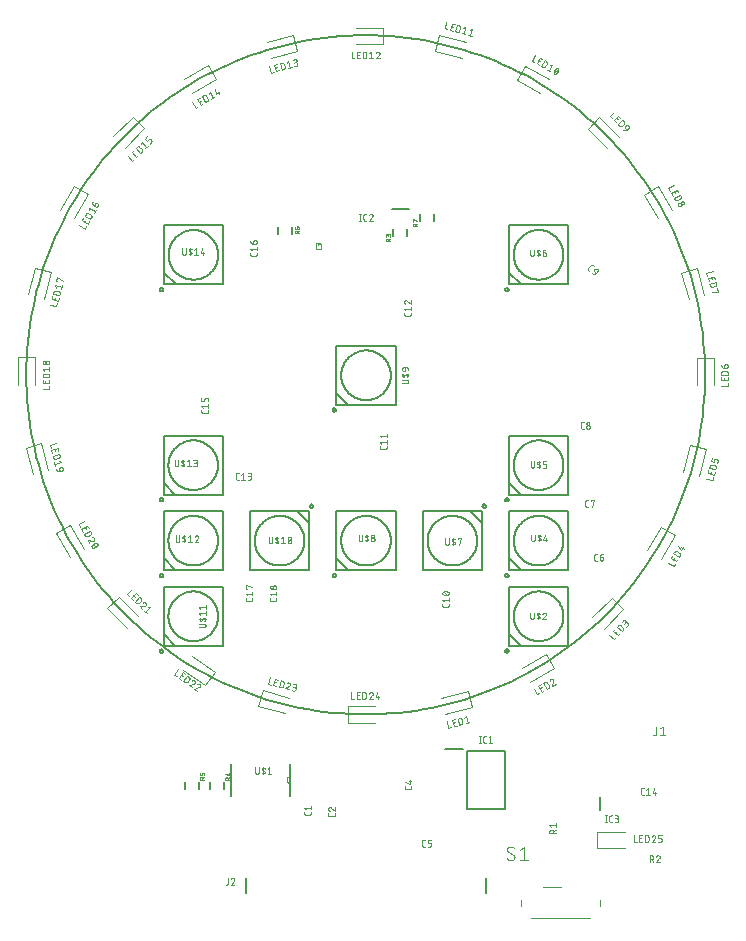
<source format=gbr>
G04 EAGLE Gerber RS-274X export*
G75*
%MOMM*%
%FSLAX34Y34*%
%LPD*%
%INSilkscreen Top*%
%IPPOS*%
%AMOC8*
5,1,8,0,0,1.08239X$1,22.5*%
G01*
%ADD10C,0.152400*%
%ADD11C,0.050800*%
%ADD12C,0.025400*%
%ADD13C,0.200000*%
%ADD14C,0.203200*%
%ADD15C,0.120000*%
%ADD16C,0.100000*%
%ADD17C,0.101600*%
%ADD18C,0.000000*%
%ADD19C,0.127000*%
%ADD20C,0.076200*%


D10*
X55532Y469900D02*
X55619Y476952D01*
X55878Y484000D01*
X56311Y491040D01*
X56916Y498067D01*
X57693Y505077D01*
X58642Y512066D01*
X59763Y519029D01*
X61054Y525963D01*
X62514Y532863D01*
X64144Y539725D01*
X65942Y546545D01*
X67906Y553319D01*
X70036Y560042D01*
X72330Y566711D01*
X74788Y573322D01*
X77407Y579871D01*
X80185Y586353D01*
X83122Y592766D01*
X86216Y599104D01*
X89464Y605364D01*
X92865Y611543D01*
X96416Y617637D01*
X100116Y623641D01*
X103962Y629553D01*
X107952Y635369D01*
X112084Y641085D01*
X116354Y646698D01*
X120762Y652204D01*
X125302Y657601D01*
X129974Y662885D01*
X134775Y668052D01*
X139700Y673100D01*
X144748Y678025D01*
X149915Y682826D01*
X155199Y687498D01*
X160596Y692038D01*
X166102Y696446D01*
X171715Y700716D01*
X177431Y704848D01*
X183247Y708838D01*
X189159Y712684D01*
X195163Y716384D01*
X201257Y719935D01*
X207436Y723336D01*
X213696Y726584D01*
X220034Y729678D01*
X226447Y732615D01*
X232929Y735393D01*
X239478Y738012D01*
X246089Y740470D01*
X252758Y742764D01*
X259481Y744894D01*
X266255Y746858D01*
X273075Y748656D01*
X279937Y750286D01*
X286837Y751746D01*
X293771Y753037D01*
X300734Y754158D01*
X307723Y755107D01*
X314733Y755884D01*
X321760Y756489D01*
X328800Y756922D01*
X335848Y757181D01*
X342900Y757268D01*
X349952Y757181D01*
X357000Y756922D01*
X364040Y756489D01*
X371067Y755884D01*
X378077Y755107D01*
X385066Y754158D01*
X392029Y753037D01*
X398963Y751746D01*
X405863Y750286D01*
X412725Y748656D01*
X419545Y746858D01*
X426319Y744894D01*
X433042Y742764D01*
X439711Y740470D01*
X446322Y738012D01*
X452871Y735393D01*
X459353Y732615D01*
X465766Y729678D01*
X472104Y726584D01*
X478364Y723336D01*
X484543Y719935D01*
X490637Y716384D01*
X496641Y712684D01*
X502553Y708838D01*
X508369Y704848D01*
X514085Y700716D01*
X519698Y696446D01*
X525204Y692038D01*
X530601Y687498D01*
X535885Y682826D01*
X541052Y678025D01*
X546100Y673100D01*
X551025Y668052D01*
X555826Y662885D01*
X560498Y657601D01*
X565038Y652204D01*
X569446Y646698D01*
X573716Y641085D01*
X577848Y635369D01*
X581838Y629553D01*
X585684Y623641D01*
X589384Y617637D01*
X592935Y611543D01*
X596336Y605364D01*
X599584Y599104D01*
X602678Y592766D01*
X605615Y586353D01*
X608393Y579871D01*
X611012Y573322D01*
X613470Y566711D01*
X615764Y560042D01*
X617894Y553319D01*
X619858Y546545D01*
X621656Y539725D01*
X623286Y532863D01*
X624746Y525963D01*
X626037Y519029D01*
X627158Y512066D01*
X628107Y505077D01*
X628884Y498067D01*
X629489Y491040D01*
X629922Y484000D01*
X630181Y476952D01*
X630268Y469900D01*
X630181Y462848D01*
X629922Y455800D01*
X629489Y448760D01*
X628884Y441733D01*
X628107Y434723D01*
X627158Y427734D01*
X626037Y420771D01*
X624746Y413837D01*
X623286Y406937D01*
X621656Y400075D01*
X619858Y393255D01*
X617894Y386481D01*
X615764Y379758D01*
X613470Y373089D01*
X611012Y366478D01*
X608393Y359929D01*
X605615Y353447D01*
X602678Y347034D01*
X599584Y340696D01*
X596336Y334436D01*
X592935Y328257D01*
X589384Y322163D01*
X585684Y316159D01*
X581838Y310247D01*
X577848Y304431D01*
X573716Y298715D01*
X569446Y293102D01*
X565038Y287596D01*
X560498Y282199D01*
X555826Y276915D01*
X551025Y271748D01*
X546100Y266700D01*
X541052Y261775D01*
X535885Y256974D01*
X530601Y252302D01*
X525204Y247762D01*
X519698Y243354D01*
X514085Y239084D01*
X508369Y234952D01*
X502553Y230962D01*
X496641Y227116D01*
X490637Y223416D01*
X484543Y219865D01*
X478364Y216464D01*
X472104Y213216D01*
X465766Y210122D01*
X459353Y207185D01*
X452871Y204407D01*
X446322Y201788D01*
X439711Y199330D01*
X433042Y197036D01*
X426319Y194906D01*
X419545Y192942D01*
X412725Y191144D01*
X405863Y189514D01*
X398963Y188054D01*
X392029Y186763D01*
X385066Y185642D01*
X378077Y184693D01*
X371067Y183916D01*
X364040Y183311D01*
X357000Y182878D01*
X349952Y182619D01*
X342900Y182532D01*
X335848Y182619D01*
X328800Y182878D01*
X321760Y183311D01*
X314733Y183916D01*
X307723Y184693D01*
X300734Y185642D01*
X293771Y186763D01*
X286837Y188054D01*
X279937Y189514D01*
X273075Y191144D01*
X266255Y192942D01*
X259481Y194906D01*
X252758Y197036D01*
X246089Y199330D01*
X239478Y201788D01*
X232929Y204407D01*
X226447Y207185D01*
X220034Y210122D01*
X213696Y213216D01*
X207436Y216464D01*
X201257Y219865D01*
X195163Y223416D01*
X189159Y227116D01*
X183247Y230962D01*
X177431Y234952D01*
X171715Y239084D01*
X166102Y243354D01*
X160596Y247762D01*
X155199Y252302D01*
X149915Y256974D01*
X144748Y261775D01*
X139700Y266700D01*
X134775Y271748D01*
X129974Y276915D01*
X125302Y282199D01*
X120762Y287596D01*
X116354Y293102D01*
X112084Y298715D01*
X107952Y304431D01*
X103962Y310247D01*
X100116Y316159D01*
X96416Y322163D01*
X92865Y328257D01*
X89464Y334436D01*
X86216Y340696D01*
X83122Y347034D01*
X80185Y353447D01*
X77407Y359929D01*
X74788Y366478D01*
X72330Y373089D01*
X70036Y379758D01*
X67906Y386481D01*
X65942Y393255D01*
X64144Y400075D01*
X62514Y406937D01*
X61054Y413837D01*
X59763Y420771D01*
X58642Y427734D01*
X57693Y434723D01*
X56916Y441733D01*
X56311Y448760D01*
X55878Y455800D01*
X55619Y462848D01*
X55532Y469900D01*
D11*
X296532Y99787D02*
X296532Y98545D01*
X296530Y98475D01*
X296524Y98406D01*
X296514Y98337D01*
X296501Y98269D01*
X296483Y98201D01*
X296462Y98135D01*
X296437Y98070D01*
X296409Y98006D01*
X296377Y97944D01*
X296342Y97884D01*
X296303Y97826D01*
X296261Y97771D01*
X296216Y97717D01*
X296168Y97667D01*
X296118Y97619D01*
X296064Y97574D01*
X296009Y97532D01*
X295951Y97493D01*
X295891Y97458D01*
X295829Y97426D01*
X295765Y97398D01*
X295700Y97373D01*
X295634Y97352D01*
X295566Y97334D01*
X295498Y97321D01*
X295429Y97311D01*
X295360Y97305D01*
X295290Y97303D01*
X292186Y97303D01*
X292116Y97305D01*
X292047Y97311D01*
X291978Y97321D01*
X291910Y97334D01*
X291842Y97352D01*
X291776Y97373D01*
X291711Y97398D01*
X291647Y97426D01*
X291585Y97458D01*
X291525Y97493D01*
X291467Y97532D01*
X291412Y97574D01*
X291358Y97619D01*
X291308Y97667D01*
X291260Y97717D01*
X291215Y97771D01*
X291173Y97826D01*
X291134Y97884D01*
X291099Y97944D01*
X291067Y98006D01*
X291039Y98070D01*
X291014Y98135D01*
X290993Y98201D01*
X290975Y98269D01*
X290962Y98337D01*
X290952Y98406D01*
X290946Y98475D01*
X290944Y98545D01*
X290944Y99787D01*
X292186Y101892D02*
X290944Y103444D01*
X296532Y103444D01*
X296532Y101892D02*
X296532Y104996D01*
X413372Y274669D02*
X413372Y275911D01*
X413372Y274669D02*
X413370Y274599D01*
X413364Y274530D01*
X413354Y274461D01*
X413341Y274393D01*
X413323Y274325D01*
X413302Y274259D01*
X413277Y274194D01*
X413249Y274130D01*
X413217Y274068D01*
X413182Y274008D01*
X413143Y273950D01*
X413101Y273895D01*
X413056Y273841D01*
X413008Y273791D01*
X412958Y273743D01*
X412904Y273698D01*
X412849Y273656D01*
X412791Y273617D01*
X412731Y273582D01*
X412669Y273550D01*
X412605Y273522D01*
X412540Y273497D01*
X412474Y273476D01*
X412406Y273458D01*
X412338Y273445D01*
X412269Y273435D01*
X412200Y273429D01*
X412130Y273427D01*
X409026Y273427D01*
X408956Y273429D01*
X408887Y273435D01*
X408818Y273445D01*
X408750Y273458D01*
X408682Y273476D01*
X408616Y273497D01*
X408551Y273522D01*
X408487Y273550D01*
X408425Y273582D01*
X408365Y273617D01*
X408307Y273656D01*
X408252Y273698D01*
X408198Y273743D01*
X408148Y273791D01*
X408100Y273841D01*
X408055Y273895D01*
X408013Y273950D01*
X407974Y274008D01*
X407939Y274068D01*
X407907Y274130D01*
X407879Y274194D01*
X407854Y274259D01*
X407833Y274325D01*
X407815Y274393D01*
X407802Y274461D01*
X407792Y274530D01*
X407786Y274599D01*
X407784Y274669D01*
X407784Y275911D01*
X409026Y278015D02*
X407784Y279567D01*
X413372Y279567D01*
X413372Y278015D02*
X413372Y281120D01*
X410578Y283502D02*
X410447Y283504D01*
X410317Y283509D01*
X410187Y283519D01*
X410057Y283532D01*
X409927Y283548D01*
X409798Y283568D01*
X409670Y283592D01*
X409543Y283620D01*
X409416Y283651D01*
X409290Y283686D01*
X409165Y283724D01*
X409041Y283766D01*
X408919Y283811D01*
X408798Y283860D01*
X408678Y283912D01*
X408560Y283968D01*
X408560Y283967D02*
X408500Y283990D01*
X408440Y284016D01*
X408383Y284045D01*
X408327Y284078D01*
X408273Y284114D01*
X408221Y284152D01*
X408171Y284194D01*
X408124Y284238D01*
X408079Y284285D01*
X408037Y284335D01*
X407998Y284386D01*
X407962Y284440D01*
X407929Y284496D01*
X407899Y284553D01*
X407872Y284612D01*
X407849Y284673D01*
X407829Y284734D01*
X407813Y284797D01*
X407800Y284861D01*
X407791Y284925D01*
X407786Y284989D01*
X407784Y285054D01*
X407786Y285119D01*
X407791Y285183D01*
X407800Y285247D01*
X407813Y285311D01*
X407829Y285374D01*
X407849Y285435D01*
X407872Y285496D01*
X407899Y285555D01*
X407929Y285612D01*
X407962Y285668D01*
X407998Y285722D01*
X408037Y285773D01*
X408079Y285823D01*
X408124Y285870D01*
X408171Y285914D01*
X408221Y285956D01*
X408273Y285994D01*
X408327Y286030D01*
X408383Y286063D01*
X408440Y286092D01*
X408500Y286118D01*
X408560Y286141D01*
X408560Y286140D02*
X408678Y286196D01*
X408798Y286248D01*
X408919Y286297D01*
X409041Y286342D01*
X409165Y286384D01*
X409290Y286422D01*
X409416Y286457D01*
X409542Y286488D01*
X409670Y286516D01*
X409798Y286540D01*
X409927Y286560D01*
X410057Y286576D01*
X410187Y286589D01*
X410317Y286599D01*
X410447Y286604D01*
X410578Y286606D01*
X410578Y283502D02*
X410709Y283504D01*
X410839Y283509D01*
X410969Y283519D01*
X411099Y283532D01*
X411229Y283548D01*
X411358Y283568D01*
X411486Y283592D01*
X411613Y283620D01*
X411740Y283651D01*
X411866Y283686D01*
X411991Y283724D01*
X412115Y283766D01*
X412237Y283811D01*
X412358Y283860D01*
X412478Y283912D01*
X412596Y283968D01*
X412596Y283967D02*
X412656Y283990D01*
X412716Y284016D01*
X412773Y284045D01*
X412829Y284078D01*
X412883Y284114D01*
X412935Y284152D01*
X412985Y284194D01*
X413032Y284238D01*
X413077Y284285D01*
X413119Y284335D01*
X413158Y284386D01*
X413194Y284440D01*
X413227Y284496D01*
X413257Y284553D01*
X413284Y284612D01*
X413307Y284673D01*
X413327Y284734D01*
X413343Y284797D01*
X413356Y284861D01*
X413365Y284925D01*
X413370Y284989D01*
X413372Y285054D01*
X412596Y286140D02*
X412478Y286196D01*
X412358Y286248D01*
X412237Y286297D01*
X412115Y286342D01*
X411991Y286384D01*
X411866Y286422D01*
X411740Y286457D01*
X411614Y286488D01*
X411486Y286516D01*
X411358Y286540D01*
X411229Y286560D01*
X411099Y286576D01*
X410969Y286589D01*
X410839Y286599D01*
X410709Y286604D01*
X410578Y286606D01*
X412596Y286141D02*
X412656Y286118D01*
X412716Y286092D01*
X412773Y286063D01*
X412829Y286030D01*
X412883Y285994D01*
X412935Y285956D01*
X412985Y285914D01*
X413032Y285870D01*
X413077Y285823D01*
X413119Y285773D01*
X413158Y285722D01*
X413194Y285668D01*
X413227Y285612D01*
X413257Y285555D01*
X413284Y285496D01*
X413307Y285435D01*
X413327Y285374D01*
X413343Y285311D01*
X413356Y285247D01*
X413365Y285183D01*
X413370Y285119D01*
X413372Y285054D01*
X412130Y283812D02*
X409026Y286296D01*
X360566Y408056D02*
X360566Y409298D01*
X360566Y408056D02*
X360564Y407986D01*
X360558Y407917D01*
X360548Y407848D01*
X360535Y407780D01*
X360517Y407712D01*
X360496Y407646D01*
X360471Y407581D01*
X360443Y407517D01*
X360411Y407455D01*
X360376Y407395D01*
X360337Y407337D01*
X360295Y407282D01*
X360250Y407228D01*
X360202Y407178D01*
X360152Y407130D01*
X360098Y407085D01*
X360043Y407043D01*
X359985Y407004D01*
X359925Y406969D01*
X359863Y406937D01*
X359799Y406909D01*
X359734Y406884D01*
X359668Y406863D01*
X359600Y406845D01*
X359532Y406832D01*
X359463Y406822D01*
X359394Y406816D01*
X359324Y406814D01*
X356220Y406814D01*
X356150Y406816D01*
X356081Y406822D01*
X356012Y406832D01*
X355944Y406845D01*
X355876Y406863D01*
X355810Y406884D01*
X355745Y406909D01*
X355681Y406937D01*
X355619Y406969D01*
X355559Y407004D01*
X355501Y407043D01*
X355446Y407085D01*
X355392Y407130D01*
X355342Y407178D01*
X355294Y407228D01*
X355249Y407282D01*
X355207Y407337D01*
X355168Y407395D01*
X355133Y407455D01*
X355101Y407517D01*
X355073Y407581D01*
X355048Y407646D01*
X355027Y407712D01*
X355009Y407780D01*
X354996Y407848D01*
X354986Y407917D01*
X354980Y407986D01*
X354978Y408056D01*
X354978Y409298D01*
X356220Y411402D02*
X354978Y412954D01*
X360566Y412954D01*
X360566Y411402D02*
X360566Y414507D01*
X356220Y416889D02*
X354978Y418441D01*
X360566Y418441D01*
X360566Y416889D02*
X360566Y419993D01*
X380886Y521086D02*
X380886Y522328D01*
X380886Y521086D02*
X380884Y521016D01*
X380878Y520947D01*
X380868Y520878D01*
X380855Y520810D01*
X380837Y520742D01*
X380816Y520676D01*
X380791Y520611D01*
X380763Y520547D01*
X380731Y520485D01*
X380696Y520425D01*
X380657Y520367D01*
X380615Y520312D01*
X380570Y520258D01*
X380522Y520208D01*
X380472Y520160D01*
X380418Y520115D01*
X380363Y520073D01*
X380305Y520034D01*
X380245Y519999D01*
X380183Y519967D01*
X380119Y519939D01*
X380054Y519914D01*
X379988Y519893D01*
X379920Y519875D01*
X379852Y519862D01*
X379783Y519852D01*
X379714Y519846D01*
X379644Y519844D01*
X376540Y519844D01*
X376470Y519846D01*
X376401Y519852D01*
X376332Y519862D01*
X376264Y519875D01*
X376196Y519893D01*
X376130Y519914D01*
X376065Y519939D01*
X376001Y519967D01*
X375939Y519999D01*
X375879Y520034D01*
X375821Y520073D01*
X375766Y520115D01*
X375712Y520160D01*
X375662Y520208D01*
X375614Y520258D01*
X375569Y520312D01*
X375527Y520367D01*
X375488Y520425D01*
X375453Y520485D01*
X375421Y520547D01*
X375393Y520611D01*
X375368Y520676D01*
X375347Y520742D01*
X375329Y520810D01*
X375316Y520878D01*
X375306Y520947D01*
X375300Y521016D01*
X375298Y521086D01*
X375298Y522328D01*
X376540Y524432D02*
X375298Y525984D01*
X380886Y525984D01*
X380886Y524432D02*
X380886Y527537D01*
X376695Y533023D02*
X376622Y533021D01*
X376549Y533015D01*
X376476Y533006D01*
X376405Y532992D01*
X376333Y532975D01*
X376263Y532955D01*
X376194Y532930D01*
X376127Y532902D01*
X376061Y532871D01*
X375997Y532836D01*
X375934Y532798D01*
X375874Y532756D01*
X375816Y532712D01*
X375760Y532664D01*
X375707Y532614D01*
X375657Y532561D01*
X375609Y532505D01*
X375565Y532447D01*
X375523Y532387D01*
X375485Y532325D01*
X375450Y532260D01*
X375419Y532194D01*
X375391Y532127D01*
X375366Y532058D01*
X375346Y531988D01*
X375329Y531916D01*
X375315Y531845D01*
X375306Y531772D01*
X375300Y531699D01*
X375298Y531626D01*
X375300Y531542D01*
X375306Y531459D01*
X375315Y531376D01*
X375329Y531293D01*
X375346Y531212D01*
X375368Y531131D01*
X375393Y531051D01*
X375421Y530973D01*
X375453Y530895D01*
X375489Y530820D01*
X375528Y530746D01*
X375571Y530674D01*
X375617Y530604D01*
X375666Y530537D01*
X375719Y530471D01*
X375774Y530409D01*
X375832Y530349D01*
X375893Y530291D01*
X375956Y530237D01*
X376022Y530185D01*
X376090Y530137D01*
X376161Y530092D01*
X376233Y530050D01*
X376308Y530012D01*
X376384Y529977D01*
X376461Y529946D01*
X376540Y529918D01*
X377781Y532557D02*
X377728Y532611D01*
X377671Y532662D01*
X377612Y532710D01*
X377551Y532755D01*
X377488Y532796D01*
X377422Y532835D01*
X377355Y532870D01*
X377286Y532902D01*
X377215Y532930D01*
X377144Y532954D01*
X377071Y532975D01*
X376997Y532992D01*
X376922Y533006D01*
X376847Y533015D01*
X376771Y533021D01*
X376695Y533023D01*
X377782Y532557D02*
X380886Y529919D01*
X380886Y533023D01*
X235308Y381114D02*
X234066Y381114D01*
X233996Y381116D01*
X233927Y381122D01*
X233858Y381132D01*
X233790Y381145D01*
X233722Y381163D01*
X233656Y381184D01*
X233591Y381209D01*
X233527Y381237D01*
X233465Y381269D01*
X233405Y381304D01*
X233347Y381343D01*
X233292Y381385D01*
X233238Y381430D01*
X233188Y381478D01*
X233140Y381528D01*
X233095Y381582D01*
X233053Y381637D01*
X233014Y381695D01*
X232979Y381755D01*
X232947Y381817D01*
X232919Y381881D01*
X232894Y381946D01*
X232873Y382012D01*
X232855Y382080D01*
X232842Y382148D01*
X232832Y382217D01*
X232826Y382286D01*
X232824Y382356D01*
X232824Y385460D01*
X232826Y385530D01*
X232832Y385599D01*
X232842Y385668D01*
X232855Y385736D01*
X232873Y385804D01*
X232894Y385870D01*
X232919Y385935D01*
X232947Y385999D01*
X232979Y386061D01*
X233014Y386121D01*
X233053Y386179D01*
X233095Y386234D01*
X233140Y386288D01*
X233188Y386338D01*
X233238Y386386D01*
X233292Y386431D01*
X233347Y386473D01*
X233405Y386512D01*
X233465Y386547D01*
X233527Y386579D01*
X233591Y386607D01*
X233656Y386632D01*
X233722Y386653D01*
X233790Y386671D01*
X233858Y386684D01*
X233927Y386694D01*
X233996Y386700D01*
X234066Y386702D01*
X235308Y386702D01*
X237412Y385460D02*
X238964Y386702D01*
X238964Y381114D01*
X237412Y381114D02*
X240517Y381114D01*
X242899Y381114D02*
X244451Y381114D01*
X244528Y381116D01*
X244606Y381122D01*
X244682Y381131D01*
X244759Y381145D01*
X244834Y381162D01*
X244908Y381183D01*
X244982Y381208D01*
X245054Y381236D01*
X245124Y381268D01*
X245193Y381303D01*
X245260Y381342D01*
X245325Y381384D01*
X245388Y381429D01*
X245449Y381477D01*
X245507Y381528D01*
X245562Y381582D01*
X245615Y381639D01*
X245664Y381698D01*
X245711Y381760D01*
X245755Y381824D01*
X245795Y381890D01*
X245832Y381958D01*
X245866Y382028D01*
X245896Y382099D01*
X245922Y382172D01*
X245945Y382246D01*
X245964Y382321D01*
X245979Y382396D01*
X245991Y382473D01*
X245999Y382550D01*
X246003Y382627D01*
X246003Y382705D01*
X245999Y382782D01*
X245991Y382859D01*
X245979Y382936D01*
X245964Y383011D01*
X245945Y383086D01*
X245922Y383160D01*
X245896Y383233D01*
X245866Y383304D01*
X245832Y383374D01*
X245795Y383442D01*
X245755Y383508D01*
X245711Y383572D01*
X245664Y383634D01*
X245615Y383693D01*
X245562Y383750D01*
X245507Y383804D01*
X245449Y383855D01*
X245388Y383903D01*
X245325Y383948D01*
X245260Y383990D01*
X245193Y384029D01*
X245124Y384064D01*
X245054Y384096D01*
X244982Y384124D01*
X244908Y384149D01*
X244834Y384170D01*
X244759Y384187D01*
X244682Y384201D01*
X244606Y384210D01*
X244528Y384216D01*
X244451Y384218D01*
X244761Y386702D02*
X242899Y386702D01*
X244761Y386702D02*
X244831Y386700D01*
X244900Y386694D01*
X244969Y386684D01*
X245037Y386671D01*
X245105Y386653D01*
X245171Y386632D01*
X245236Y386607D01*
X245300Y386579D01*
X245362Y386547D01*
X245422Y386512D01*
X245480Y386473D01*
X245535Y386431D01*
X245589Y386386D01*
X245639Y386338D01*
X245687Y386288D01*
X245732Y386234D01*
X245774Y386179D01*
X245813Y386121D01*
X245848Y386061D01*
X245880Y385999D01*
X245908Y385935D01*
X245933Y385870D01*
X245954Y385804D01*
X245972Y385736D01*
X245985Y385668D01*
X245995Y385599D01*
X246001Y385530D01*
X246003Y385460D01*
X246001Y385390D01*
X245995Y385321D01*
X245985Y385252D01*
X245972Y385184D01*
X245954Y385116D01*
X245933Y385050D01*
X245908Y384985D01*
X245880Y384921D01*
X245848Y384859D01*
X245813Y384799D01*
X245774Y384741D01*
X245732Y384686D01*
X245687Y384632D01*
X245639Y384582D01*
X245589Y384534D01*
X245535Y384489D01*
X245480Y384447D01*
X245422Y384408D01*
X245362Y384373D01*
X245300Y384341D01*
X245236Y384313D01*
X245171Y384288D01*
X245105Y384267D01*
X245037Y384249D01*
X244969Y384236D01*
X244900Y384226D01*
X244831Y384220D01*
X244761Y384218D01*
X243519Y384218D01*
X316852Y98517D02*
X316852Y97275D01*
X316850Y97205D01*
X316844Y97136D01*
X316834Y97067D01*
X316821Y96999D01*
X316803Y96931D01*
X316782Y96865D01*
X316757Y96800D01*
X316729Y96736D01*
X316697Y96674D01*
X316662Y96614D01*
X316623Y96556D01*
X316581Y96501D01*
X316536Y96447D01*
X316488Y96397D01*
X316438Y96349D01*
X316384Y96304D01*
X316329Y96262D01*
X316271Y96223D01*
X316211Y96188D01*
X316149Y96156D01*
X316085Y96128D01*
X316020Y96103D01*
X315954Y96082D01*
X315886Y96064D01*
X315818Y96051D01*
X315749Y96041D01*
X315680Y96035D01*
X315610Y96033D01*
X312506Y96033D01*
X312436Y96035D01*
X312367Y96041D01*
X312298Y96051D01*
X312230Y96064D01*
X312162Y96082D01*
X312096Y96103D01*
X312031Y96128D01*
X311967Y96156D01*
X311905Y96188D01*
X311845Y96223D01*
X311787Y96262D01*
X311732Y96304D01*
X311678Y96349D01*
X311628Y96397D01*
X311580Y96447D01*
X311535Y96501D01*
X311493Y96556D01*
X311454Y96614D01*
X311419Y96674D01*
X311387Y96736D01*
X311359Y96800D01*
X311334Y96865D01*
X311313Y96931D01*
X311295Y96999D01*
X311282Y97067D01*
X311272Y97136D01*
X311266Y97205D01*
X311264Y97275D01*
X311264Y98517D01*
X311264Y102329D02*
X311266Y102402D01*
X311272Y102475D01*
X311281Y102548D01*
X311295Y102619D01*
X311312Y102691D01*
X311332Y102761D01*
X311357Y102830D01*
X311385Y102897D01*
X311416Y102963D01*
X311451Y103028D01*
X311489Y103090D01*
X311531Y103150D01*
X311575Y103208D01*
X311623Y103264D01*
X311673Y103317D01*
X311726Y103367D01*
X311782Y103415D01*
X311840Y103459D01*
X311900Y103501D01*
X311963Y103539D01*
X312027Y103574D01*
X312093Y103605D01*
X312160Y103633D01*
X312229Y103658D01*
X312299Y103678D01*
X312371Y103695D01*
X312442Y103709D01*
X312515Y103718D01*
X312588Y103724D01*
X312661Y103726D01*
X311264Y102329D02*
X311266Y102245D01*
X311272Y102162D01*
X311281Y102079D01*
X311295Y101996D01*
X311312Y101915D01*
X311334Y101834D01*
X311359Y101754D01*
X311387Y101676D01*
X311419Y101598D01*
X311455Y101523D01*
X311494Y101449D01*
X311537Y101377D01*
X311583Y101307D01*
X311632Y101240D01*
X311685Y101174D01*
X311740Y101112D01*
X311798Y101052D01*
X311859Y100994D01*
X311922Y100940D01*
X311988Y100888D01*
X312056Y100840D01*
X312127Y100795D01*
X312199Y100753D01*
X312274Y100715D01*
X312350Y100680D01*
X312427Y100649D01*
X312506Y100621D01*
X313747Y103260D02*
X313694Y103314D01*
X313637Y103365D01*
X313578Y103413D01*
X313517Y103458D01*
X313454Y103499D01*
X313388Y103538D01*
X313321Y103573D01*
X313252Y103605D01*
X313181Y103633D01*
X313110Y103657D01*
X313037Y103678D01*
X312963Y103695D01*
X312888Y103709D01*
X312813Y103718D01*
X312737Y103724D01*
X312661Y103726D01*
X313748Y103260D02*
X316852Y100622D01*
X316852Y103726D01*
D12*
X304787Y577046D02*
X304787Y577892D01*
X304787Y577046D02*
X304785Y576988D01*
X304779Y576931D01*
X304769Y576874D01*
X304756Y576817D01*
X304738Y576762D01*
X304717Y576709D01*
X304692Y576656D01*
X304664Y576606D01*
X304632Y576558D01*
X304597Y576511D01*
X304559Y576468D01*
X304518Y576427D01*
X304475Y576389D01*
X304428Y576354D01*
X304380Y576322D01*
X304330Y576294D01*
X304277Y576269D01*
X304224Y576248D01*
X304169Y576230D01*
X304112Y576217D01*
X304055Y576207D01*
X303998Y576201D01*
X303940Y576199D01*
X301824Y576199D01*
X301766Y576201D01*
X301709Y576207D01*
X301652Y576217D01*
X301595Y576230D01*
X301540Y576248D01*
X301487Y576269D01*
X301434Y576294D01*
X301384Y576322D01*
X301336Y576354D01*
X301289Y576389D01*
X301246Y576427D01*
X301205Y576468D01*
X301167Y576511D01*
X301132Y576558D01*
X301100Y576606D01*
X301072Y576656D01*
X301047Y576709D01*
X301026Y576762D01*
X301008Y576817D01*
X300995Y576874D01*
X300985Y576931D01*
X300979Y576988D01*
X300977Y577046D01*
X300977Y577892D01*
X304787Y579256D02*
X304787Y580315D01*
X304785Y580379D01*
X304779Y580443D01*
X304770Y580506D01*
X304756Y580568D01*
X304739Y580630D01*
X304718Y580690D01*
X304694Y580749D01*
X304666Y580807D01*
X304634Y580862D01*
X304600Y580916D01*
X304562Y580967D01*
X304521Y581017D01*
X304477Y581063D01*
X304431Y581107D01*
X304381Y581148D01*
X304330Y581186D01*
X304276Y581220D01*
X304221Y581252D01*
X304163Y581280D01*
X304104Y581304D01*
X304044Y581325D01*
X303982Y581342D01*
X303920Y581356D01*
X303857Y581365D01*
X303793Y581371D01*
X303729Y581373D01*
X303665Y581371D01*
X303601Y581365D01*
X303538Y581356D01*
X303476Y581342D01*
X303414Y581325D01*
X303354Y581304D01*
X303295Y581280D01*
X303237Y581252D01*
X303182Y581220D01*
X303128Y581186D01*
X303077Y581148D01*
X303027Y581107D01*
X302981Y581063D01*
X302937Y581017D01*
X302896Y580967D01*
X302858Y580916D01*
X302824Y580862D01*
X302792Y580807D01*
X302764Y580749D01*
X302740Y580690D01*
X302719Y580630D01*
X302702Y580568D01*
X302688Y580506D01*
X302679Y580443D01*
X302673Y580379D01*
X302671Y580315D01*
X300977Y580526D02*
X300977Y579256D01*
X300977Y580526D02*
X300979Y580583D01*
X300985Y580639D01*
X300994Y580695D01*
X301007Y580750D01*
X301024Y580804D01*
X301044Y580857D01*
X301068Y580908D01*
X301095Y580958D01*
X301126Y581005D01*
X301159Y581051D01*
X301196Y581094D01*
X301235Y581135D01*
X301277Y581173D01*
X301322Y581208D01*
X301368Y581240D01*
X301417Y581269D01*
X301467Y581294D01*
X301520Y581316D01*
X301573Y581335D01*
X301628Y581350D01*
X301683Y581361D01*
X301739Y581369D01*
X301796Y581373D01*
X301852Y581373D01*
X301909Y581369D01*
X301965Y581361D01*
X302020Y581350D01*
X302075Y581335D01*
X302128Y581316D01*
X302181Y581294D01*
X302231Y581269D01*
X302280Y581240D01*
X302326Y581208D01*
X302371Y581173D01*
X302413Y581135D01*
X302452Y581094D01*
X302489Y581051D01*
X302522Y581005D01*
X302553Y580958D01*
X302580Y580908D01*
X302604Y580857D01*
X302624Y580804D01*
X302641Y580750D01*
X302654Y580695D01*
X302663Y580639D01*
X302669Y580583D01*
X302671Y580526D01*
X302670Y580526D02*
X302670Y579680D01*
D11*
X381622Y121377D02*
X381622Y120135D01*
X381620Y120065D01*
X381614Y119996D01*
X381604Y119927D01*
X381591Y119859D01*
X381573Y119791D01*
X381552Y119725D01*
X381527Y119660D01*
X381499Y119596D01*
X381467Y119534D01*
X381432Y119474D01*
X381393Y119416D01*
X381351Y119361D01*
X381306Y119307D01*
X381258Y119257D01*
X381208Y119209D01*
X381154Y119164D01*
X381099Y119122D01*
X381041Y119083D01*
X380981Y119048D01*
X380919Y119016D01*
X380855Y118988D01*
X380790Y118963D01*
X380724Y118942D01*
X380656Y118924D01*
X380588Y118911D01*
X380519Y118901D01*
X380450Y118895D01*
X380380Y118893D01*
X377276Y118893D01*
X377206Y118895D01*
X377137Y118901D01*
X377068Y118911D01*
X377000Y118924D01*
X376932Y118942D01*
X376866Y118963D01*
X376801Y118988D01*
X376737Y119016D01*
X376675Y119048D01*
X376615Y119083D01*
X376557Y119122D01*
X376502Y119164D01*
X376448Y119209D01*
X376398Y119257D01*
X376350Y119307D01*
X376305Y119361D01*
X376263Y119416D01*
X376224Y119474D01*
X376189Y119534D01*
X376157Y119596D01*
X376129Y119660D01*
X376104Y119725D01*
X376083Y119791D01*
X376065Y119859D01*
X376052Y119927D01*
X376042Y119996D01*
X376036Y120065D01*
X376034Y120135D01*
X376034Y121377D01*
X376034Y124723D02*
X380380Y123482D01*
X380380Y126586D01*
X379138Y125655D02*
X381622Y125655D01*
X391915Y70498D02*
X393157Y70498D01*
X391915Y70498D02*
X391845Y70500D01*
X391776Y70506D01*
X391707Y70516D01*
X391639Y70529D01*
X391571Y70547D01*
X391505Y70568D01*
X391440Y70593D01*
X391376Y70621D01*
X391314Y70653D01*
X391254Y70688D01*
X391196Y70727D01*
X391141Y70769D01*
X391087Y70814D01*
X391037Y70862D01*
X390989Y70912D01*
X390944Y70966D01*
X390902Y71021D01*
X390863Y71079D01*
X390828Y71139D01*
X390796Y71201D01*
X390768Y71265D01*
X390743Y71330D01*
X390722Y71396D01*
X390704Y71464D01*
X390691Y71532D01*
X390681Y71601D01*
X390675Y71670D01*
X390673Y71740D01*
X390673Y74844D01*
X390675Y74914D01*
X390681Y74983D01*
X390691Y75052D01*
X390704Y75120D01*
X390722Y75188D01*
X390743Y75254D01*
X390768Y75319D01*
X390796Y75383D01*
X390828Y75445D01*
X390863Y75505D01*
X390902Y75563D01*
X390944Y75618D01*
X390989Y75672D01*
X391037Y75722D01*
X391087Y75770D01*
X391141Y75815D01*
X391196Y75857D01*
X391254Y75896D01*
X391314Y75931D01*
X391376Y75963D01*
X391440Y75991D01*
X391505Y76016D01*
X391571Y76037D01*
X391639Y76055D01*
X391707Y76068D01*
X391776Y76078D01*
X391845Y76084D01*
X391915Y76086D01*
X393157Y76086D01*
X395262Y70498D02*
X397124Y70498D01*
X397194Y70500D01*
X397263Y70506D01*
X397332Y70516D01*
X397400Y70529D01*
X397468Y70547D01*
X397534Y70568D01*
X397599Y70593D01*
X397663Y70621D01*
X397725Y70653D01*
X397785Y70688D01*
X397843Y70727D01*
X397898Y70769D01*
X397952Y70814D01*
X398002Y70862D01*
X398050Y70912D01*
X398095Y70966D01*
X398137Y71021D01*
X398176Y71079D01*
X398211Y71139D01*
X398243Y71201D01*
X398271Y71265D01*
X398296Y71330D01*
X398317Y71396D01*
X398335Y71464D01*
X398348Y71532D01*
X398358Y71601D01*
X398364Y71670D01*
X398366Y71740D01*
X398366Y72361D01*
X398364Y72431D01*
X398358Y72500D01*
X398348Y72569D01*
X398335Y72637D01*
X398317Y72705D01*
X398296Y72771D01*
X398271Y72836D01*
X398243Y72900D01*
X398211Y72962D01*
X398176Y73022D01*
X398137Y73080D01*
X398095Y73135D01*
X398050Y73189D01*
X398002Y73239D01*
X397952Y73287D01*
X397898Y73332D01*
X397843Y73374D01*
X397785Y73413D01*
X397725Y73448D01*
X397663Y73480D01*
X397599Y73508D01*
X397534Y73533D01*
X397468Y73554D01*
X397400Y73572D01*
X397332Y73585D01*
X397263Y73595D01*
X397194Y73601D01*
X397124Y73603D01*
X397124Y73602D02*
X395262Y73602D01*
X395262Y76086D01*
X398366Y76086D01*
X537596Y312534D02*
X538838Y312534D01*
X537596Y312534D02*
X537526Y312536D01*
X537457Y312542D01*
X537388Y312552D01*
X537320Y312565D01*
X537252Y312583D01*
X537186Y312604D01*
X537121Y312629D01*
X537057Y312657D01*
X536995Y312689D01*
X536935Y312724D01*
X536877Y312763D01*
X536822Y312805D01*
X536768Y312850D01*
X536718Y312898D01*
X536670Y312948D01*
X536625Y313002D01*
X536583Y313057D01*
X536544Y313115D01*
X536509Y313175D01*
X536477Y313237D01*
X536449Y313301D01*
X536424Y313366D01*
X536403Y313432D01*
X536385Y313500D01*
X536372Y313568D01*
X536362Y313637D01*
X536356Y313706D01*
X536354Y313776D01*
X536354Y316880D01*
X536356Y316950D01*
X536362Y317019D01*
X536372Y317088D01*
X536385Y317156D01*
X536403Y317224D01*
X536424Y317290D01*
X536449Y317355D01*
X536477Y317419D01*
X536509Y317481D01*
X536544Y317541D01*
X536583Y317599D01*
X536625Y317654D01*
X536670Y317708D01*
X536718Y317758D01*
X536768Y317806D01*
X536822Y317851D01*
X536877Y317893D01*
X536935Y317932D01*
X536995Y317967D01*
X537057Y317999D01*
X537121Y318027D01*
X537186Y318052D01*
X537252Y318073D01*
X537320Y318091D01*
X537388Y318104D01*
X537457Y318114D01*
X537526Y318120D01*
X537596Y318122D01*
X538838Y318122D01*
X540942Y315638D02*
X542805Y315638D01*
X542805Y315639D02*
X542875Y315637D01*
X542944Y315631D01*
X543013Y315621D01*
X543081Y315608D01*
X543149Y315590D01*
X543215Y315569D01*
X543280Y315544D01*
X543344Y315516D01*
X543406Y315484D01*
X543466Y315449D01*
X543524Y315410D01*
X543579Y315368D01*
X543633Y315323D01*
X543683Y315275D01*
X543731Y315225D01*
X543776Y315171D01*
X543818Y315116D01*
X543857Y315058D01*
X543892Y314998D01*
X543924Y314936D01*
X543952Y314872D01*
X543977Y314807D01*
X543998Y314741D01*
X544016Y314673D01*
X544029Y314605D01*
X544039Y314536D01*
X544045Y314467D01*
X544047Y314397D01*
X544047Y314086D01*
X544046Y314086D02*
X544044Y314009D01*
X544038Y313931D01*
X544029Y313855D01*
X544015Y313778D01*
X543998Y313703D01*
X543977Y313629D01*
X543952Y313555D01*
X543924Y313483D01*
X543892Y313413D01*
X543857Y313344D01*
X543818Y313277D01*
X543776Y313212D01*
X543731Y313149D01*
X543683Y313088D01*
X543632Y313030D01*
X543578Y312975D01*
X543521Y312922D01*
X543462Y312873D01*
X543400Y312826D01*
X543336Y312782D01*
X543270Y312742D01*
X543202Y312705D01*
X543132Y312671D01*
X543061Y312641D01*
X542988Y312615D01*
X542914Y312592D01*
X542839Y312573D01*
X542764Y312558D01*
X542687Y312546D01*
X542610Y312538D01*
X542533Y312534D01*
X542455Y312534D01*
X542378Y312538D01*
X542301Y312546D01*
X542224Y312558D01*
X542149Y312573D01*
X542074Y312592D01*
X542000Y312615D01*
X541927Y312641D01*
X541856Y312671D01*
X541786Y312705D01*
X541718Y312742D01*
X541652Y312782D01*
X541588Y312826D01*
X541526Y312873D01*
X541467Y312922D01*
X541410Y312975D01*
X541356Y313030D01*
X541305Y313088D01*
X541257Y313149D01*
X541212Y313212D01*
X541170Y313277D01*
X541131Y313344D01*
X541096Y313413D01*
X541064Y313483D01*
X541036Y313555D01*
X541011Y313629D01*
X540990Y313703D01*
X540973Y313778D01*
X540959Y313855D01*
X540950Y313931D01*
X540944Y314009D01*
X540942Y314086D01*
X540942Y315638D01*
X540944Y315736D01*
X540950Y315833D01*
X540959Y315930D01*
X540973Y316027D01*
X540990Y316123D01*
X541011Y316218D01*
X541035Y316312D01*
X541064Y316406D01*
X541096Y316498D01*
X541131Y316589D01*
X541170Y316678D01*
X541213Y316766D01*
X541259Y316852D01*
X541308Y316936D01*
X541361Y317018D01*
X541416Y317098D01*
X541475Y317176D01*
X541537Y317251D01*
X541602Y317324D01*
X541670Y317394D01*
X541740Y317462D01*
X541813Y317527D01*
X541888Y317589D01*
X541966Y317648D01*
X542046Y317703D01*
X542128Y317756D01*
X542212Y317805D01*
X542298Y317851D01*
X542386Y317894D01*
X542475Y317933D01*
X542566Y317968D01*
X542658Y318000D01*
X542752Y318029D01*
X542846Y318053D01*
X542941Y318074D01*
X543037Y318091D01*
X543134Y318105D01*
X543231Y318114D01*
X543328Y318120D01*
X543426Y318122D01*
X531218Y358254D02*
X529976Y358254D01*
X529906Y358256D01*
X529837Y358262D01*
X529768Y358272D01*
X529700Y358285D01*
X529632Y358303D01*
X529566Y358324D01*
X529501Y358349D01*
X529437Y358377D01*
X529375Y358409D01*
X529315Y358444D01*
X529257Y358483D01*
X529202Y358525D01*
X529148Y358570D01*
X529098Y358618D01*
X529050Y358668D01*
X529005Y358722D01*
X528963Y358777D01*
X528924Y358835D01*
X528889Y358895D01*
X528857Y358957D01*
X528829Y359021D01*
X528804Y359086D01*
X528783Y359152D01*
X528765Y359220D01*
X528752Y359288D01*
X528742Y359357D01*
X528736Y359426D01*
X528734Y359496D01*
X528734Y362600D01*
X528736Y362670D01*
X528742Y362739D01*
X528752Y362808D01*
X528765Y362876D01*
X528783Y362944D01*
X528804Y363010D01*
X528829Y363075D01*
X528857Y363139D01*
X528889Y363201D01*
X528924Y363261D01*
X528963Y363319D01*
X529005Y363374D01*
X529050Y363428D01*
X529098Y363478D01*
X529148Y363526D01*
X529202Y363571D01*
X529257Y363613D01*
X529315Y363652D01*
X529375Y363687D01*
X529437Y363719D01*
X529501Y363747D01*
X529566Y363772D01*
X529632Y363793D01*
X529700Y363811D01*
X529768Y363824D01*
X529837Y363834D01*
X529906Y363840D01*
X529976Y363842D01*
X531218Y363842D01*
X533322Y363842D02*
X533322Y363221D01*
X533322Y363842D02*
X536427Y363842D01*
X534874Y358254D01*
X527408Y424294D02*
X526166Y424294D01*
X526096Y424296D01*
X526027Y424302D01*
X525958Y424312D01*
X525890Y424325D01*
X525822Y424343D01*
X525756Y424364D01*
X525691Y424389D01*
X525627Y424417D01*
X525565Y424449D01*
X525505Y424484D01*
X525447Y424523D01*
X525392Y424565D01*
X525338Y424610D01*
X525288Y424658D01*
X525240Y424708D01*
X525195Y424762D01*
X525153Y424817D01*
X525114Y424875D01*
X525079Y424935D01*
X525047Y424997D01*
X525019Y425061D01*
X524994Y425126D01*
X524973Y425192D01*
X524955Y425260D01*
X524942Y425328D01*
X524932Y425397D01*
X524926Y425466D01*
X524924Y425536D01*
X524924Y428640D01*
X524926Y428710D01*
X524932Y428779D01*
X524942Y428848D01*
X524955Y428916D01*
X524973Y428984D01*
X524994Y429050D01*
X525019Y429115D01*
X525047Y429179D01*
X525079Y429241D01*
X525114Y429301D01*
X525153Y429359D01*
X525195Y429414D01*
X525240Y429468D01*
X525288Y429518D01*
X525338Y429566D01*
X525392Y429611D01*
X525447Y429653D01*
X525505Y429692D01*
X525565Y429727D01*
X525627Y429759D01*
X525691Y429787D01*
X525756Y429812D01*
X525822Y429833D01*
X525890Y429851D01*
X525958Y429864D01*
X526027Y429874D01*
X526096Y429880D01*
X526166Y429882D01*
X527408Y429882D01*
X529512Y425846D02*
X529514Y425923D01*
X529520Y426001D01*
X529529Y426077D01*
X529543Y426154D01*
X529560Y426229D01*
X529581Y426303D01*
X529606Y426377D01*
X529634Y426449D01*
X529666Y426519D01*
X529701Y426588D01*
X529740Y426655D01*
X529782Y426720D01*
X529827Y426783D01*
X529875Y426844D01*
X529926Y426902D01*
X529980Y426957D01*
X530037Y427010D01*
X530096Y427059D01*
X530158Y427106D01*
X530222Y427150D01*
X530288Y427190D01*
X530356Y427227D01*
X530426Y427261D01*
X530497Y427291D01*
X530570Y427317D01*
X530644Y427340D01*
X530719Y427359D01*
X530794Y427374D01*
X530871Y427386D01*
X530948Y427394D01*
X531025Y427398D01*
X531103Y427398D01*
X531180Y427394D01*
X531257Y427386D01*
X531334Y427374D01*
X531409Y427359D01*
X531484Y427340D01*
X531558Y427317D01*
X531631Y427291D01*
X531702Y427261D01*
X531772Y427227D01*
X531840Y427190D01*
X531906Y427150D01*
X531970Y427106D01*
X532032Y427059D01*
X532091Y427010D01*
X532148Y426957D01*
X532202Y426902D01*
X532253Y426844D01*
X532301Y426783D01*
X532346Y426720D01*
X532388Y426655D01*
X532427Y426588D01*
X532462Y426519D01*
X532494Y426449D01*
X532522Y426377D01*
X532547Y426303D01*
X532568Y426229D01*
X532585Y426154D01*
X532599Y426077D01*
X532608Y426001D01*
X532614Y425923D01*
X532616Y425846D01*
X532614Y425769D01*
X532608Y425691D01*
X532599Y425615D01*
X532585Y425538D01*
X532568Y425463D01*
X532547Y425389D01*
X532522Y425315D01*
X532494Y425243D01*
X532462Y425173D01*
X532427Y425104D01*
X532388Y425037D01*
X532346Y424972D01*
X532301Y424909D01*
X532253Y424848D01*
X532202Y424790D01*
X532148Y424735D01*
X532091Y424682D01*
X532032Y424633D01*
X531970Y424586D01*
X531906Y424542D01*
X531840Y424502D01*
X531772Y424465D01*
X531702Y424431D01*
X531631Y424401D01*
X531558Y424375D01*
X531484Y424352D01*
X531409Y424333D01*
X531334Y424318D01*
X531257Y424306D01*
X531180Y424298D01*
X531103Y424294D01*
X531025Y424294D01*
X530948Y424298D01*
X530871Y424306D01*
X530794Y424318D01*
X530719Y424333D01*
X530644Y424352D01*
X530570Y424375D01*
X530497Y424401D01*
X530426Y424431D01*
X530356Y424465D01*
X530288Y424502D01*
X530222Y424542D01*
X530158Y424586D01*
X530096Y424633D01*
X530037Y424682D01*
X529980Y424735D01*
X529926Y424790D01*
X529875Y424848D01*
X529827Y424909D01*
X529782Y424972D01*
X529740Y425037D01*
X529701Y425104D01*
X529666Y425173D01*
X529634Y425243D01*
X529606Y425315D01*
X529581Y425389D01*
X529560Y425463D01*
X529543Y425538D01*
X529529Y425615D01*
X529520Y425691D01*
X529514Y425769D01*
X529512Y425846D01*
X529822Y428640D02*
X529824Y428710D01*
X529830Y428779D01*
X529840Y428848D01*
X529853Y428916D01*
X529871Y428984D01*
X529892Y429050D01*
X529917Y429115D01*
X529945Y429179D01*
X529977Y429241D01*
X530012Y429301D01*
X530051Y429359D01*
X530093Y429414D01*
X530138Y429468D01*
X530186Y429518D01*
X530236Y429566D01*
X530290Y429611D01*
X530345Y429653D01*
X530403Y429692D01*
X530463Y429727D01*
X530525Y429759D01*
X530589Y429787D01*
X530654Y429812D01*
X530720Y429833D01*
X530788Y429851D01*
X530856Y429864D01*
X530925Y429874D01*
X530994Y429880D01*
X531064Y429882D01*
X531134Y429880D01*
X531203Y429874D01*
X531272Y429864D01*
X531340Y429851D01*
X531408Y429833D01*
X531474Y429812D01*
X531539Y429787D01*
X531603Y429759D01*
X531665Y429727D01*
X531725Y429692D01*
X531783Y429653D01*
X531838Y429611D01*
X531892Y429566D01*
X531942Y429518D01*
X531990Y429468D01*
X532035Y429414D01*
X532077Y429359D01*
X532116Y429301D01*
X532151Y429241D01*
X532183Y429179D01*
X532211Y429115D01*
X532236Y429050D01*
X532257Y428984D01*
X532275Y428916D01*
X532288Y428848D01*
X532298Y428779D01*
X532304Y428710D01*
X532306Y428640D01*
X532304Y428570D01*
X532298Y428501D01*
X532288Y428432D01*
X532275Y428364D01*
X532257Y428296D01*
X532236Y428230D01*
X532211Y428165D01*
X532183Y428101D01*
X532151Y428039D01*
X532116Y427979D01*
X532077Y427921D01*
X532035Y427866D01*
X531990Y427812D01*
X531942Y427762D01*
X531892Y427714D01*
X531838Y427669D01*
X531783Y427627D01*
X531725Y427588D01*
X531665Y427553D01*
X531603Y427521D01*
X531539Y427493D01*
X531474Y427468D01*
X531408Y427447D01*
X531340Y427429D01*
X531272Y427416D01*
X531203Y427406D01*
X531134Y427400D01*
X531064Y427398D01*
X530994Y427400D01*
X530925Y427406D01*
X530856Y427416D01*
X530788Y427429D01*
X530720Y427447D01*
X530654Y427468D01*
X530589Y427493D01*
X530525Y427521D01*
X530463Y427553D01*
X530403Y427588D01*
X530345Y427627D01*
X530290Y427669D01*
X530236Y427714D01*
X530186Y427762D01*
X530138Y427812D01*
X530093Y427866D01*
X530051Y427921D01*
X530012Y427979D01*
X529977Y428039D01*
X529945Y428101D01*
X529917Y428165D01*
X529892Y428230D01*
X529871Y428296D01*
X529853Y428364D01*
X529840Y428432D01*
X529830Y428501D01*
X529824Y428570D01*
X529822Y428640D01*
X532373Y558011D02*
X531495Y558890D01*
X531447Y558940D01*
X531402Y558994D01*
X531360Y559049D01*
X531321Y559107D01*
X531286Y559167D01*
X531254Y559229D01*
X531226Y559293D01*
X531201Y559358D01*
X531180Y559424D01*
X531162Y559492D01*
X531149Y559560D01*
X531139Y559629D01*
X531133Y559698D01*
X531131Y559768D01*
X531133Y559838D01*
X531139Y559907D01*
X531149Y559976D01*
X531162Y560044D01*
X531180Y560112D01*
X531201Y560178D01*
X531226Y560243D01*
X531254Y560307D01*
X531286Y560369D01*
X531321Y560429D01*
X531360Y560487D01*
X531402Y560542D01*
X531447Y560596D01*
X531495Y560646D01*
X533690Y562841D01*
X533740Y562889D01*
X533794Y562934D01*
X533849Y562976D01*
X533907Y563015D01*
X533967Y563050D01*
X534029Y563082D01*
X534093Y563110D01*
X534158Y563135D01*
X534224Y563156D01*
X534292Y563174D01*
X534360Y563187D01*
X534429Y563197D01*
X534498Y563203D01*
X534568Y563205D01*
X534638Y563203D01*
X534707Y563197D01*
X534776Y563187D01*
X534844Y563174D01*
X534912Y563156D01*
X534978Y563135D01*
X535043Y563110D01*
X535107Y563082D01*
X535169Y563050D01*
X535229Y563015D01*
X535287Y562976D01*
X535342Y562934D01*
X535396Y562889D01*
X535446Y562841D01*
X536324Y561963D01*
X536495Y557401D02*
X537813Y556084D01*
X536496Y557401D02*
X536448Y557451D01*
X536403Y557505D01*
X536361Y557560D01*
X536322Y557618D01*
X536287Y557678D01*
X536255Y557740D01*
X536227Y557804D01*
X536202Y557869D01*
X536181Y557935D01*
X536163Y558003D01*
X536150Y558071D01*
X536140Y558140D01*
X536134Y558209D01*
X536132Y558279D01*
X536134Y558349D01*
X536140Y558418D01*
X536150Y558487D01*
X536163Y558555D01*
X536181Y558623D01*
X536202Y558689D01*
X536227Y558754D01*
X536255Y558818D01*
X536287Y558880D01*
X536322Y558940D01*
X536361Y558998D01*
X536403Y559053D01*
X536448Y559107D01*
X536496Y559157D01*
X536715Y559377D01*
X536716Y559376D02*
X536773Y559431D01*
X536832Y559482D01*
X536894Y559530D01*
X536959Y559575D01*
X537026Y559616D01*
X537094Y559655D01*
X537165Y559689D01*
X537237Y559720D01*
X537311Y559748D01*
X537386Y559771D01*
X537462Y559791D01*
X537539Y559807D01*
X537617Y559819D01*
X537695Y559827D01*
X537774Y559831D01*
X537852Y559831D01*
X537931Y559827D01*
X538009Y559819D01*
X538087Y559807D01*
X538164Y559791D01*
X538240Y559771D01*
X538315Y559748D01*
X538389Y559720D01*
X538461Y559689D01*
X538532Y559655D01*
X538600Y559616D01*
X538667Y559575D01*
X538732Y559530D01*
X538794Y559482D01*
X538853Y559431D01*
X538910Y559376D01*
X538965Y559319D01*
X539016Y559260D01*
X539064Y559198D01*
X539109Y559133D01*
X539150Y559066D01*
X539189Y558998D01*
X539223Y558927D01*
X539254Y558855D01*
X539282Y558781D01*
X539305Y558706D01*
X539325Y558630D01*
X539341Y558553D01*
X539353Y558475D01*
X539361Y558397D01*
X539365Y558318D01*
X539365Y558240D01*
X539361Y558161D01*
X539353Y558083D01*
X539341Y558005D01*
X539325Y557928D01*
X539305Y557852D01*
X539282Y557777D01*
X539254Y557703D01*
X539223Y557631D01*
X539189Y557560D01*
X539150Y557492D01*
X539109Y557425D01*
X539064Y557360D01*
X539016Y557298D01*
X538965Y557239D01*
X538910Y557182D01*
X537813Y556084D01*
X537812Y556084D02*
X537742Y556016D01*
X537669Y555951D01*
X537594Y555889D01*
X537516Y555830D01*
X537436Y555775D01*
X537354Y555722D01*
X537270Y555673D01*
X537184Y555627D01*
X537096Y555584D01*
X537007Y555545D01*
X536916Y555510D01*
X536824Y555478D01*
X536730Y555449D01*
X536636Y555425D01*
X536541Y555404D01*
X536445Y555387D01*
X536348Y555373D01*
X536251Y555364D01*
X536153Y555358D01*
X536056Y555356D01*
X535958Y555358D01*
X535861Y555364D01*
X535764Y555373D01*
X535667Y555387D01*
X535571Y555404D01*
X535476Y555425D01*
X535382Y555449D01*
X535288Y555478D01*
X535196Y555510D01*
X535105Y555545D01*
X535016Y555584D01*
X534928Y555627D01*
X534842Y555673D01*
X534758Y555722D01*
X534676Y555775D01*
X534596Y555830D01*
X534518Y555889D01*
X534443Y555951D01*
X534370Y556016D01*
X534300Y556084D01*
D13*
X460500Y151500D02*
X428500Y151500D01*
X460500Y151500D02*
X460500Y102500D01*
X428500Y102500D01*
X428500Y151500D01*
X425000Y152800D02*
X409750Y152800D01*
D11*
X439554Y158496D02*
X439554Y164084D01*
X438933Y158496D02*
X440175Y158496D01*
X440175Y164084D02*
X438933Y164084D01*
X443616Y158496D02*
X444858Y158496D01*
X443616Y158496D02*
X443546Y158498D01*
X443477Y158504D01*
X443408Y158514D01*
X443340Y158527D01*
X443272Y158545D01*
X443206Y158566D01*
X443141Y158591D01*
X443077Y158619D01*
X443015Y158651D01*
X442955Y158686D01*
X442897Y158725D01*
X442842Y158767D01*
X442788Y158812D01*
X442738Y158860D01*
X442690Y158910D01*
X442645Y158964D01*
X442603Y159019D01*
X442564Y159077D01*
X442529Y159137D01*
X442497Y159199D01*
X442469Y159263D01*
X442444Y159328D01*
X442423Y159394D01*
X442405Y159462D01*
X442392Y159530D01*
X442382Y159599D01*
X442376Y159668D01*
X442374Y159738D01*
X442374Y162842D01*
X442376Y162912D01*
X442382Y162981D01*
X442392Y163050D01*
X442405Y163118D01*
X442423Y163186D01*
X442444Y163252D01*
X442469Y163317D01*
X442497Y163381D01*
X442529Y163443D01*
X442564Y163503D01*
X442603Y163561D01*
X442645Y163616D01*
X442690Y163670D01*
X442738Y163720D01*
X442788Y163768D01*
X442842Y163813D01*
X442897Y163855D01*
X442955Y163894D01*
X443015Y163929D01*
X443077Y163961D01*
X443141Y163989D01*
X443206Y164014D01*
X443272Y164035D01*
X443340Y164053D01*
X443408Y164066D01*
X443477Y164076D01*
X443546Y164082D01*
X443616Y164084D01*
X444858Y164084D01*
X446963Y162842D02*
X448515Y164084D01*
X448515Y158496D01*
X446963Y158496D02*
X450067Y158496D01*
D13*
X379650Y610400D02*
X365150Y610400D01*
D11*
X338204Y606044D02*
X338204Y600456D01*
X337583Y600456D02*
X338825Y600456D01*
X338825Y606044D02*
X337583Y606044D01*
X342266Y600456D02*
X343508Y600456D01*
X342266Y600456D02*
X342196Y600458D01*
X342127Y600464D01*
X342058Y600474D01*
X341990Y600487D01*
X341922Y600505D01*
X341856Y600526D01*
X341791Y600551D01*
X341727Y600579D01*
X341665Y600611D01*
X341605Y600646D01*
X341547Y600685D01*
X341492Y600727D01*
X341438Y600772D01*
X341388Y600820D01*
X341340Y600870D01*
X341295Y600924D01*
X341253Y600979D01*
X341214Y601037D01*
X341179Y601097D01*
X341147Y601159D01*
X341119Y601223D01*
X341094Y601288D01*
X341073Y601354D01*
X341055Y601422D01*
X341042Y601490D01*
X341032Y601559D01*
X341026Y601628D01*
X341024Y601698D01*
X341024Y604802D01*
X341026Y604872D01*
X341032Y604941D01*
X341042Y605010D01*
X341055Y605078D01*
X341073Y605146D01*
X341094Y605212D01*
X341119Y605277D01*
X341147Y605341D01*
X341179Y605403D01*
X341214Y605463D01*
X341253Y605521D01*
X341295Y605576D01*
X341340Y605630D01*
X341388Y605680D01*
X341438Y605728D01*
X341492Y605773D01*
X341547Y605815D01*
X341605Y605854D01*
X341665Y605889D01*
X341727Y605921D01*
X341791Y605949D01*
X341856Y605974D01*
X341922Y605995D01*
X341990Y606013D01*
X342058Y606026D01*
X342127Y606036D01*
X342196Y606042D01*
X342266Y606044D01*
X343508Y606044D01*
X347320Y606044D02*
X347393Y606042D01*
X347466Y606036D01*
X347539Y606027D01*
X347610Y606013D01*
X347682Y605996D01*
X347752Y605976D01*
X347821Y605951D01*
X347888Y605923D01*
X347954Y605892D01*
X348019Y605857D01*
X348081Y605819D01*
X348141Y605777D01*
X348199Y605733D01*
X348255Y605685D01*
X348308Y605635D01*
X348358Y605582D01*
X348406Y605526D01*
X348450Y605468D01*
X348492Y605408D01*
X348530Y605346D01*
X348565Y605281D01*
X348596Y605215D01*
X348624Y605148D01*
X348649Y605079D01*
X348669Y605009D01*
X348686Y604937D01*
X348700Y604866D01*
X348709Y604793D01*
X348715Y604720D01*
X348717Y604647D01*
X347320Y606044D02*
X347236Y606042D01*
X347153Y606036D01*
X347070Y606027D01*
X346988Y606013D01*
X346906Y605996D01*
X346825Y605974D01*
X346745Y605949D01*
X346667Y605921D01*
X346589Y605889D01*
X346514Y605853D01*
X346440Y605814D01*
X346368Y605771D01*
X346298Y605725D01*
X346231Y605676D01*
X346165Y605623D01*
X346103Y605568D01*
X346043Y605510D01*
X345985Y605449D01*
X345931Y605386D01*
X345879Y605320D01*
X345831Y605252D01*
X345786Y605181D01*
X345744Y605109D01*
X345706Y605034D01*
X345671Y604958D01*
X345640Y604881D01*
X345612Y604802D01*
X348251Y603561D02*
X348305Y603614D01*
X348356Y603671D01*
X348404Y603730D01*
X348449Y603791D01*
X348490Y603854D01*
X348529Y603920D01*
X348564Y603987D01*
X348596Y604056D01*
X348624Y604127D01*
X348648Y604198D01*
X348669Y604271D01*
X348686Y604345D01*
X348700Y604420D01*
X348709Y604495D01*
X348715Y604571D01*
X348717Y604647D01*
X348251Y603560D02*
X345613Y600456D01*
X348717Y600456D01*
D13*
X541180Y112030D02*
X541180Y101030D01*
D11*
X546234Y96774D02*
X546234Y91186D01*
X545613Y91186D02*
X546855Y91186D01*
X546855Y96774D02*
X545613Y96774D01*
X550296Y91186D02*
X551538Y91186D01*
X550296Y91186D02*
X550226Y91188D01*
X550157Y91194D01*
X550088Y91204D01*
X550020Y91217D01*
X549952Y91235D01*
X549886Y91256D01*
X549821Y91281D01*
X549757Y91309D01*
X549695Y91341D01*
X549635Y91376D01*
X549577Y91415D01*
X549522Y91457D01*
X549468Y91502D01*
X549418Y91550D01*
X549370Y91600D01*
X549325Y91654D01*
X549283Y91709D01*
X549244Y91767D01*
X549209Y91827D01*
X549177Y91889D01*
X549149Y91953D01*
X549124Y92018D01*
X549103Y92084D01*
X549085Y92152D01*
X549072Y92220D01*
X549062Y92289D01*
X549056Y92358D01*
X549054Y92428D01*
X549054Y95532D01*
X549056Y95602D01*
X549062Y95671D01*
X549072Y95740D01*
X549085Y95808D01*
X549103Y95876D01*
X549124Y95942D01*
X549149Y96007D01*
X549177Y96071D01*
X549209Y96133D01*
X549244Y96193D01*
X549283Y96251D01*
X549325Y96306D01*
X549370Y96360D01*
X549418Y96410D01*
X549468Y96458D01*
X549522Y96503D01*
X549577Y96545D01*
X549635Y96584D01*
X549695Y96619D01*
X549757Y96651D01*
X549821Y96679D01*
X549886Y96704D01*
X549952Y96725D01*
X550020Y96743D01*
X550088Y96756D01*
X550157Y96766D01*
X550226Y96772D01*
X550296Y96774D01*
X551538Y96774D01*
X553643Y91186D02*
X555195Y91186D01*
X555272Y91188D01*
X555350Y91194D01*
X555426Y91203D01*
X555503Y91217D01*
X555578Y91234D01*
X555652Y91255D01*
X555726Y91280D01*
X555798Y91308D01*
X555868Y91340D01*
X555937Y91375D01*
X556004Y91414D01*
X556069Y91456D01*
X556132Y91501D01*
X556193Y91549D01*
X556251Y91600D01*
X556306Y91654D01*
X556359Y91711D01*
X556408Y91770D01*
X556455Y91832D01*
X556499Y91896D01*
X556539Y91962D01*
X556576Y92030D01*
X556610Y92100D01*
X556640Y92171D01*
X556666Y92244D01*
X556689Y92318D01*
X556708Y92393D01*
X556723Y92468D01*
X556735Y92545D01*
X556743Y92622D01*
X556747Y92699D01*
X556747Y92777D01*
X556743Y92854D01*
X556735Y92931D01*
X556723Y93008D01*
X556708Y93083D01*
X556689Y93158D01*
X556666Y93232D01*
X556640Y93305D01*
X556610Y93376D01*
X556576Y93446D01*
X556539Y93514D01*
X556499Y93580D01*
X556455Y93644D01*
X556408Y93706D01*
X556359Y93765D01*
X556306Y93822D01*
X556251Y93876D01*
X556193Y93927D01*
X556132Y93975D01*
X556069Y94020D01*
X556004Y94062D01*
X555937Y94101D01*
X555868Y94136D01*
X555798Y94168D01*
X555726Y94196D01*
X555652Y94221D01*
X555578Y94242D01*
X555503Y94259D01*
X555426Y94273D01*
X555350Y94282D01*
X555272Y94288D01*
X555195Y94290D01*
X555505Y96774D02*
X553643Y96774D01*
X555505Y96774D02*
X555575Y96772D01*
X555644Y96766D01*
X555713Y96756D01*
X555781Y96743D01*
X555849Y96725D01*
X555915Y96704D01*
X555980Y96679D01*
X556044Y96651D01*
X556106Y96619D01*
X556166Y96584D01*
X556224Y96545D01*
X556279Y96503D01*
X556333Y96458D01*
X556383Y96410D01*
X556431Y96360D01*
X556476Y96306D01*
X556518Y96251D01*
X556557Y96193D01*
X556592Y96133D01*
X556624Y96071D01*
X556652Y96007D01*
X556677Y95942D01*
X556698Y95876D01*
X556716Y95808D01*
X556729Y95740D01*
X556739Y95671D01*
X556745Y95602D01*
X556747Y95532D01*
X556745Y95462D01*
X556739Y95393D01*
X556729Y95324D01*
X556716Y95256D01*
X556698Y95188D01*
X556677Y95122D01*
X556652Y95057D01*
X556624Y94993D01*
X556592Y94931D01*
X556557Y94871D01*
X556518Y94813D01*
X556476Y94758D01*
X556431Y94704D01*
X556383Y94654D01*
X556333Y94606D01*
X556279Y94561D01*
X556224Y94519D01*
X556166Y94480D01*
X556106Y94445D01*
X556044Y94413D01*
X555980Y94385D01*
X555915Y94360D01*
X555849Y94339D01*
X555781Y94321D01*
X555713Y94308D01*
X555644Y94298D01*
X555575Y94292D01*
X555505Y94290D01*
X554264Y94290D01*
D14*
X241300Y43850D02*
X241300Y31150D01*
X444500Y31150D02*
X444500Y43850D01*
D11*
X226145Y43850D02*
X226145Y39504D01*
X226143Y39434D01*
X226137Y39365D01*
X226127Y39296D01*
X226114Y39228D01*
X226096Y39160D01*
X226075Y39094D01*
X226050Y39029D01*
X226022Y38965D01*
X225990Y38903D01*
X225955Y38843D01*
X225916Y38785D01*
X225874Y38730D01*
X225829Y38676D01*
X225781Y38626D01*
X225731Y38578D01*
X225677Y38533D01*
X225622Y38491D01*
X225564Y38452D01*
X225504Y38417D01*
X225442Y38385D01*
X225378Y38357D01*
X225313Y38332D01*
X225247Y38311D01*
X225179Y38293D01*
X225111Y38280D01*
X225042Y38270D01*
X224973Y38264D01*
X224903Y38262D01*
X224282Y38262D01*
X230394Y43850D02*
X230467Y43848D01*
X230540Y43842D01*
X230613Y43833D01*
X230684Y43819D01*
X230756Y43802D01*
X230826Y43782D01*
X230895Y43757D01*
X230962Y43729D01*
X231028Y43698D01*
X231093Y43663D01*
X231155Y43625D01*
X231215Y43583D01*
X231273Y43539D01*
X231329Y43491D01*
X231382Y43441D01*
X231432Y43388D01*
X231480Y43332D01*
X231524Y43274D01*
X231566Y43214D01*
X231604Y43152D01*
X231639Y43087D01*
X231670Y43021D01*
X231698Y42954D01*
X231723Y42885D01*
X231743Y42815D01*
X231760Y42743D01*
X231774Y42672D01*
X231783Y42599D01*
X231789Y42526D01*
X231791Y42453D01*
X230394Y43850D02*
X230310Y43848D01*
X230227Y43842D01*
X230144Y43833D01*
X230062Y43819D01*
X229980Y43802D01*
X229899Y43780D01*
X229819Y43755D01*
X229741Y43727D01*
X229663Y43695D01*
X229588Y43659D01*
X229514Y43620D01*
X229442Y43577D01*
X229372Y43531D01*
X229305Y43482D01*
X229239Y43429D01*
X229177Y43374D01*
X229117Y43316D01*
X229059Y43255D01*
X229005Y43192D01*
X228953Y43126D01*
X228905Y43058D01*
X228860Y42987D01*
X228818Y42915D01*
X228780Y42840D01*
X228745Y42764D01*
X228714Y42687D01*
X228686Y42608D01*
X231325Y41367D02*
X231379Y41420D01*
X231430Y41477D01*
X231478Y41536D01*
X231523Y41597D01*
X231564Y41660D01*
X231603Y41726D01*
X231638Y41793D01*
X231670Y41862D01*
X231698Y41933D01*
X231722Y42004D01*
X231743Y42077D01*
X231760Y42151D01*
X231774Y42226D01*
X231783Y42301D01*
X231789Y42377D01*
X231791Y42453D01*
X231325Y41366D02*
X228687Y38262D01*
X231791Y38262D01*
D15*
X410395Y182965D02*
X432891Y188993D01*
X429325Y202303D01*
X406828Y196275D01*
D11*
X411490Y176421D02*
X412936Y171024D01*
X415335Y171666D01*
X417529Y172254D02*
X419928Y172897D01*
X417529Y172254D02*
X416082Y177652D01*
X418481Y178295D01*
X418524Y175735D02*
X416725Y175253D01*
X420664Y178879D02*
X422111Y173482D01*
X420664Y178879D02*
X422164Y179281D01*
X422238Y179299D01*
X422313Y179313D01*
X422389Y179324D01*
X422464Y179331D01*
X422541Y179334D01*
X422617Y179333D01*
X422693Y179329D01*
X422769Y179321D01*
X422844Y179309D01*
X422918Y179293D01*
X422992Y179274D01*
X423065Y179252D01*
X423136Y179225D01*
X423207Y179196D01*
X423275Y179163D01*
X423342Y179126D01*
X423407Y179086D01*
X423470Y179044D01*
X423531Y178998D01*
X423589Y178949D01*
X423645Y178897D01*
X423699Y178843D01*
X423749Y178786D01*
X423797Y178727D01*
X423842Y178665D01*
X423884Y178602D01*
X423923Y178536D01*
X423958Y178468D01*
X423990Y178399D01*
X424019Y178329D01*
X424044Y178257D01*
X424065Y178184D01*
X424708Y175785D01*
X424707Y175785D02*
X424726Y175708D01*
X424740Y175631D01*
X424751Y175553D01*
X424757Y175475D01*
X424760Y175396D01*
X424759Y175317D01*
X424753Y175239D01*
X424744Y175161D01*
X424731Y175083D01*
X424714Y175007D01*
X424693Y174931D01*
X424668Y174856D01*
X424639Y174783D01*
X424607Y174711D01*
X424571Y174641D01*
X424532Y174573D01*
X424489Y174507D01*
X424443Y174443D01*
X424394Y174382D01*
X424342Y174323D01*
X424287Y174267D01*
X424229Y174214D01*
X424168Y174164D01*
X424105Y174117D01*
X424040Y174073D01*
X423973Y174032D01*
X423903Y173995D01*
X423832Y173962D01*
X423759Y173932D01*
X423685Y173906D01*
X423610Y173884D01*
X422111Y173482D01*
X426462Y179147D02*
X427640Y180748D01*
X429086Y175351D01*
X427587Y174949D02*
X430585Y175753D01*
D15*
X497756Y720017D02*
X477586Y731662D01*
X470696Y719728D01*
X490866Y708083D01*
D11*
X483409Y735926D02*
X486203Y740765D01*
X483409Y735926D02*
X485560Y734684D01*
X487527Y733548D02*
X489678Y732307D01*
X487527Y733548D02*
X490321Y738388D01*
X492472Y737146D01*
X490692Y735306D02*
X489079Y736237D01*
X494429Y736016D02*
X491635Y731176D01*
X494429Y736016D02*
X495773Y735240D01*
X495773Y735239D02*
X495840Y735198D01*
X495905Y735154D01*
X495968Y735106D01*
X496028Y735055D01*
X496085Y735002D01*
X496140Y734945D01*
X496192Y734886D01*
X496240Y734824D01*
X496286Y734760D01*
X496328Y734694D01*
X496367Y734625D01*
X496402Y734555D01*
X496433Y734483D01*
X496461Y734409D01*
X496485Y734335D01*
X496506Y734259D01*
X496522Y734182D01*
X496535Y734104D01*
X496543Y734026D01*
X496548Y733947D01*
X496549Y733869D01*
X496545Y733790D01*
X496538Y733712D01*
X496527Y733634D01*
X496512Y733557D01*
X496493Y733481D01*
X496470Y733405D01*
X496443Y733331D01*
X496413Y733259D01*
X496379Y733188D01*
X496341Y733119D01*
X496342Y733119D02*
X495100Y730968D01*
X495099Y730969D02*
X495058Y730902D01*
X495014Y730837D01*
X494966Y730774D01*
X494915Y730714D01*
X494862Y730657D01*
X494805Y730602D01*
X494746Y730551D01*
X494684Y730502D01*
X494620Y730456D01*
X494554Y730414D01*
X494485Y730375D01*
X494415Y730340D01*
X494343Y730309D01*
X494269Y730281D01*
X494195Y730257D01*
X494119Y730236D01*
X494042Y730220D01*
X493964Y730207D01*
X493886Y730199D01*
X493807Y730194D01*
X493729Y730193D01*
X493650Y730197D01*
X493572Y730204D01*
X493494Y730215D01*
X493417Y730230D01*
X493341Y730249D01*
X493265Y730272D01*
X493191Y730299D01*
X493119Y730329D01*
X493048Y730363D01*
X492979Y730401D01*
X492979Y730400D02*
X491635Y731176D01*
X498718Y732106D02*
X500683Y732405D01*
X497889Y727566D01*
X496545Y728342D02*
X499233Y726790D01*
X502693Y728018D02*
X502760Y728130D01*
X502830Y728240D01*
X502903Y728349D01*
X502979Y728455D01*
X503058Y728558D01*
X503141Y728660D01*
X503225Y728759D01*
X503313Y728856D01*
X503403Y728950D01*
X503496Y729042D01*
X503592Y729131D01*
X503690Y729217D01*
X503790Y729300D01*
X503893Y729381D01*
X503998Y729458D01*
X504105Y729533D01*
X504155Y729574D01*
X504207Y729613D01*
X504262Y729648D01*
X504318Y729680D01*
X504376Y729709D01*
X504435Y729735D01*
X504496Y729757D01*
X504558Y729776D01*
X504621Y729791D01*
X504685Y729803D01*
X504749Y729811D01*
X504814Y729815D01*
X504879Y729816D01*
X504943Y729813D01*
X505008Y729806D01*
X505072Y729796D01*
X505135Y729783D01*
X505197Y729765D01*
X505259Y729745D01*
X505319Y729720D01*
X505378Y729693D01*
X505435Y729662D01*
X505490Y729628D01*
X505543Y729591D01*
X505594Y729551D01*
X505642Y729508D01*
X505689Y729463D01*
X505732Y729415D01*
X505773Y729365D01*
X505811Y729312D01*
X505846Y729257D01*
X505877Y729201D01*
X505906Y729143D01*
X505931Y729083D01*
X505953Y729022D01*
X505971Y728960D01*
X505986Y728897D01*
X505997Y728833D01*
X506004Y728769D01*
X506008Y728704D01*
X506009Y728639D01*
X506005Y728575D01*
X505998Y728510D01*
X505988Y728446D01*
X505988Y728447D02*
X505977Y728317D01*
X505962Y728187D01*
X505944Y728058D01*
X505922Y727929D01*
X505896Y727801D01*
X505867Y727674D01*
X505834Y727547D01*
X505798Y727422D01*
X505758Y727298D01*
X505714Y727175D01*
X505667Y727053D01*
X505617Y726932D01*
X505563Y726813D01*
X505506Y726696D01*
X505446Y726580D01*
X505382Y726466D01*
X502693Y728019D02*
X502629Y727905D01*
X502569Y727789D01*
X502512Y727671D01*
X502458Y727552D01*
X502408Y727432D01*
X502361Y727310D01*
X502317Y727187D01*
X502277Y727063D01*
X502241Y726937D01*
X502208Y726811D01*
X502179Y726684D01*
X502153Y726556D01*
X502131Y726427D01*
X502113Y726298D01*
X502098Y726168D01*
X502087Y726038D01*
X502077Y725974D01*
X502070Y725909D01*
X502066Y725845D01*
X502067Y725780D01*
X502071Y725715D01*
X502078Y725651D01*
X502089Y725587D01*
X502104Y725524D01*
X502122Y725462D01*
X502144Y725401D01*
X502169Y725341D01*
X502198Y725283D01*
X502229Y725227D01*
X502264Y725172D01*
X502302Y725119D01*
X502343Y725069D01*
X502386Y725021D01*
X502433Y724976D01*
X502481Y724933D01*
X502532Y724893D01*
X502585Y724856D01*
X502641Y724822D01*
X503970Y724952D02*
X504077Y725026D01*
X504182Y725104D01*
X504285Y725184D01*
X504385Y725268D01*
X504483Y725354D01*
X504579Y725443D01*
X504672Y725534D01*
X504762Y725629D01*
X504850Y725725D01*
X504935Y725825D01*
X505017Y725926D01*
X505096Y726030D01*
X505172Y726136D01*
X505245Y726244D01*
X505315Y726354D01*
X505382Y726466D01*
X503970Y724951D02*
X503920Y724910D01*
X503868Y724871D01*
X503813Y724836D01*
X503757Y724804D01*
X503699Y724775D01*
X503640Y724749D01*
X503579Y724727D01*
X503517Y724708D01*
X503454Y724693D01*
X503390Y724681D01*
X503326Y724673D01*
X503261Y724669D01*
X503196Y724668D01*
X503132Y724671D01*
X503067Y724678D01*
X503003Y724688D01*
X502940Y724701D01*
X502878Y724719D01*
X502816Y724739D01*
X502756Y724764D01*
X502697Y724791D01*
X502640Y724822D01*
X502186Y726519D02*
X505889Y727965D01*
D15*
X427694Y751455D02*
X405197Y757483D01*
X401631Y744173D01*
X424127Y738145D01*
D11*
X409718Y763109D02*
X411164Y768506D01*
X409718Y763109D02*
X412117Y762466D01*
X414311Y761878D02*
X416710Y761235D01*
X414311Y761878D02*
X415757Y767276D01*
X418156Y766633D01*
X416913Y764395D02*
X415114Y764877D01*
X420339Y766048D02*
X418893Y760650D01*
X420339Y766048D02*
X421838Y765646D01*
X421839Y765646D02*
X421912Y765625D01*
X421984Y765600D01*
X422054Y765571D01*
X422123Y765539D01*
X422191Y765504D01*
X422257Y765465D01*
X422320Y765423D01*
X422382Y765378D01*
X422441Y765330D01*
X422498Y765280D01*
X422552Y765226D01*
X422604Y765170D01*
X422653Y765112D01*
X422699Y765051D01*
X422741Y764988D01*
X422781Y764923D01*
X422818Y764856D01*
X422851Y764787D01*
X422880Y764717D01*
X422907Y764646D01*
X422929Y764573D01*
X422948Y764499D01*
X422964Y764425D01*
X422976Y764350D01*
X422984Y764274D01*
X422988Y764198D01*
X422989Y764122D01*
X422986Y764045D01*
X422979Y763970D01*
X422968Y763894D01*
X422954Y763819D01*
X422936Y763745D01*
X422293Y761346D01*
X422271Y761271D01*
X422245Y761197D01*
X422215Y761124D01*
X422182Y761053D01*
X422145Y760983D01*
X422104Y760916D01*
X422060Y760851D01*
X422013Y760788D01*
X421963Y760727D01*
X421910Y760669D01*
X421854Y760614D01*
X421795Y760562D01*
X421734Y760513D01*
X421670Y760467D01*
X421604Y760424D01*
X421536Y760385D01*
X421466Y760349D01*
X421394Y760317D01*
X421321Y760288D01*
X421246Y760263D01*
X421170Y760242D01*
X421094Y760225D01*
X421016Y760212D01*
X420938Y760203D01*
X420860Y760197D01*
X420781Y760196D01*
X420702Y760199D01*
X420624Y760205D01*
X420546Y760216D01*
X420469Y760230D01*
X420392Y760249D01*
X418893Y760650D01*
X425494Y763381D02*
X427314Y764179D01*
X425868Y758781D01*
X424369Y759183D02*
X427367Y758379D01*
X430793Y761961D02*
X432614Y762759D01*
X431167Y757361D01*
X429668Y757763D02*
X432667Y756959D01*
D15*
X357590Y750030D02*
X334300Y750030D01*
X357590Y750030D02*
X357590Y763810D01*
X334300Y763810D01*
D11*
X330921Y743426D02*
X330921Y737838D01*
X333404Y737838D01*
X335676Y737838D02*
X338159Y737838D01*
X335676Y737838D02*
X335676Y743426D01*
X338159Y743426D01*
X337538Y740942D02*
X335676Y740942D01*
X340419Y743426D02*
X340419Y737838D01*
X340419Y743426D02*
X341971Y743426D01*
X342047Y743424D01*
X342123Y743419D01*
X342199Y743409D01*
X342274Y743396D01*
X342348Y743379D01*
X342422Y743359D01*
X342494Y743335D01*
X342565Y743308D01*
X342635Y743277D01*
X342703Y743243D01*
X342769Y743205D01*
X342833Y743164D01*
X342896Y743121D01*
X342956Y743074D01*
X343013Y743024D01*
X343068Y742971D01*
X343121Y742916D01*
X343171Y742859D01*
X343218Y742799D01*
X343261Y742736D01*
X343302Y742672D01*
X343340Y742606D01*
X343374Y742538D01*
X343405Y742468D01*
X343432Y742397D01*
X343456Y742324D01*
X343476Y742251D01*
X343493Y742177D01*
X343506Y742102D01*
X343516Y742026D01*
X343521Y741950D01*
X343523Y741874D01*
X343524Y741874D02*
X343524Y739390D01*
X343523Y739390D02*
X343521Y739311D01*
X343515Y739233D01*
X343505Y739155D01*
X343491Y739078D01*
X343473Y739001D01*
X343452Y738925D01*
X343426Y738851D01*
X343397Y738778D01*
X343364Y738707D01*
X343328Y738637D01*
X343288Y738569D01*
X343245Y738503D01*
X343198Y738440D01*
X343149Y738379D01*
X343096Y738321D01*
X343040Y738265D01*
X342982Y738212D01*
X342921Y738163D01*
X342858Y738116D01*
X342792Y738073D01*
X342724Y738033D01*
X342655Y737997D01*
X342583Y737964D01*
X342510Y737935D01*
X342436Y737909D01*
X342360Y737888D01*
X342283Y737870D01*
X342206Y737856D01*
X342128Y737846D01*
X342050Y737840D01*
X341971Y737838D01*
X340419Y737838D01*
X346089Y742184D02*
X347641Y743426D01*
X347641Y737838D01*
X346089Y737838D02*
X349193Y737838D01*
X354679Y742029D02*
X354677Y742102D01*
X354671Y742175D01*
X354662Y742248D01*
X354648Y742319D01*
X354631Y742391D01*
X354611Y742461D01*
X354586Y742530D01*
X354558Y742597D01*
X354527Y742663D01*
X354492Y742728D01*
X354454Y742790D01*
X354412Y742850D01*
X354368Y742908D01*
X354320Y742964D01*
X354270Y743017D01*
X354217Y743067D01*
X354161Y743115D01*
X354103Y743159D01*
X354043Y743201D01*
X353981Y743239D01*
X353916Y743274D01*
X353850Y743305D01*
X353783Y743333D01*
X353714Y743358D01*
X353644Y743378D01*
X353572Y743395D01*
X353501Y743409D01*
X353428Y743418D01*
X353355Y743424D01*
X353282Y743426D01*
X353198Y743424D01*
X353115Y743418D01*
X353032Y743409D01*
X352950Y743395D01*
X352868Y743378D01*
X352787Y743356D01*
X352707Y743331D01*
X352629Y743303D01*
X352551Y743271D01*
X352476Y743235D01*
X352402Y743196D01*
X352330Y743153D01*
X352260Y743107D01*
X352193Y743058D01*
X352127Y743005D01*
X352065Y742950D01*
X352005Y742892D01*
X351947Y742831D01*
X351893Y742768D01*
X351841Y742702D01*
X351793Y742634D01*
X351748Y742563D01*
X351706Y742491D01*
X351668Y742416D01*
X351633Y742340D01*
X351602Y742263D01*
X351574Y742184D01*
X354213Y740943D02*
X354267Y740996D01*
X354318Y741053D01*
X354366Y741112D01*
X354411Y741173D01*
X354452Y741236D01*
X354491Y741302D01*
X354526Y741369D01*
X354558Y741438D01*
X354586Y741509D01*
X354610Y741580D01*
X354631Y741653D01*
X354648Y741727D01*
X354662Y741802D01*
X354671Y741877D01*
X354677Y741953D01*
X354679Y742029D01*
X354214Y740942D02*
X351575Y737838D01*
X354679Y737838D01*
D15*
X285105Y744371D02*
X262609Y738343D01*
X285105Y744371D02*
X281539Y757681D01*
X259042Y751653D01*
D11*
X261054Y731089D02*
X262500Y725692D01*
X264899Y726334D01*
X267093Y726922D02*
X269492Y727565D01*
X267093Y726922D02*
X265647Y732320D01*
X268046Y732963D01*
X268089Y730403D02*
X266289Y729921D01*
X270229Y733547D02*
X271675Y728150D01*
X270229Y733547D02*
X271728Y733949D01*
X271802Y733967D01*
X271877Y733981D01*
X271953Y733992D01*
X272028Y733999D01*
X272105Y734002D01*
X272181Y734001D01*
X272257Y733997D01*
X272333Y733989D01*
X272408Y733977D01*
X272482Y733961D01*
X272556Y733942D01*
X272629Y733920D01*
X272700Y733893D01*
X272771Y733864D01*
X272839Y733831D01*
X272906Y733794D01*
X272971Y733754D01*
X273034Y733712D01*
X273095Y733666D01*
X273153Y733617D01*
X273209Y733565D01*
X273263Y733511D01*
X273313Y733454D01*
X273361Y733395D01*
X273406Y733333D01*
X273448Y733270D01*
X273487Y733204D01*
X273522Y733136D01*
X273554Y733067D01*
X273583Y732997D01*
X273608Y732925D01*
X273629Y732852D01*
X274272Y730453D01*
X274291Y730376D01*
X274305Y730299D01*
X274316Y730221D01*
X274322Y730143D01*
X274325Y730064D01*
X274324Y729985D01*
X274318Y729907D01*
X274309Y729829D01*
X274296Y729751D01*
X274279Y729675D01*
X274258Y729599D01*
X274233Y729524D01*
X274204Y729451D01*
X274172Y729379D01*
X274136Y729309D01*
X274097Y729241D01*
X274054Y729175D01*
X274008Y729111D01*
X273959Y729050D01*
X273907Y728991D01*
X273852Y728935D01*
X273794Y728882D01*
X273733Y728832D01*
X273670Y728785D01*
X273605Y728741D01*
X273538Y728700D01*
X273468Y728663D01*
X273397Y728630D01*
X273324Y728600D01*
X273250Y728574D01*
X273175Y728552D01*
X273174Y728552D02*
X271675Y728150D01*
X276026Y733815D02*
X277204Y735417D01*
X278650Y730019D01*
X277151Y729617D02*
X280150Y730421D01*
X282451Y731037D02*
X283950Y731439D01*
X284024Y731461D01*
X284097Y731486D01*
X284169Y731515D01*
X284239Y731548D01*
X284307Y731584D01*
X284374Y731624D01*
X284438Y731667D01*
X284500Y731713D01*
X284560Y731762D01*
X284618Y731814D01*
X284672Y731868D01*
X284724Y731926D01*
X284773Y731986D01*
X284819Y732048D01*
X284862Y732112D01*
X284902Y732179D01*
X284938Y732247D01*
X284971Y732317D01*
X285000Y732389D01*
X285025Y732462D01*
X285047Y732536D01*
X285065Y732612D01*
X285080Y732688D01*
X285090Y732764D01*
X285097Y732841D01*
X285100Y732919D01*
X285099Y732996D01*
X285094Y733073D01*
X285085Y733150D01*
X285073Y733227D01*
X285057Y733302D01*
X285037Y733377D01*
X285013Y733451D01*
X284986Y733523D01*
X284955Y733594D01*
X284920Y733663D01*
X284882Y733731D01*
X284841Y733796D01*
X284797Y733860D01*
X284749Y733921D01*
X284699Y733979D01*
X284645Y734035D01*
X284589Y734089D01*
X284531Y734139D01*
X284470Y734187D01*
X284406Y734231D01*
X284341Y734272D01*
X284273Y734310D01*
X284204Y734345D01*
X284133Y734376D01*
X284061Y734403D01*
X283987Y734427D01*
X283912Y734447D01*
X283837Y734463D01*
X283760Y734475D01*
X283683Y734484D01*
X283606Y734489D01*
X283529Y734490D01*
X283451Y734487D01*
X283374Y734480D01*
X283298Y734470D01*
X283222Y734455D01*
X283146Y734437D01*
X282803Y736917D02*
X281004Y736435D01*
X282804Y736917D02*
X282871Y736933D01*
X282940Y736945D01*
X283009Y736954D01*
X283079Y736958D01*
X283148Y736959D01*
X283218Y736956D01*
X283287Y736948D01*
X283356Y736937D01*
X283424Y736922D01*
X283491Y736904D01*
X283557Y736881D01*
X283622Y736855D01*
X283685Y736826D01*
X283746Y736793D01*
X283805Y736756D01*
X283863Y736716D01*
X283917Y736673D01*
X283970Y736627D01*
X284019Y736579D01*
X284066Y736527D01*
X284110Y736473D01*
X284151Y736417D01*
X284189Y736358D01*
X284223Y736297D01*
X284254Y736235D01*
X284281Y736171D01*
X284305Y736105D01*
X284325Y736038D01*
X284341Y735971D01*
X284353Y735902D01*
X284362Y735833D01*
X284366Y735763D01*
X284367Y735694D01*
X284364Y735624D01*
X284356Y735555D01*
X284345Y735486D01*
X284330Y735418D01*
X284312Y735351D01*
X284289Y735285D01*
X284263Y735220D01*
X284234Y735157D01*
X284201Y735096D01*
X284164Y735037D01*
X284124Y734979D01*
X284081Y734925D01*
X284035Y734872D01*
X283987Y734822D01*
X283935Y734776D01*
X283881Y734732D01*
X283825Y734691D01*
X283766Y734653D01*
X283705Y734619D01*
X283643Y734588D01*
X283579Y734561D01*
X283513Y734537D01*
X283446Y734517D01*
X283446Y734518D02*
X282247Y734196D01*
D15*
X215993Y720003D02*
X195823Y708358D01*
X215993Y720003D02*
X209103Y731937D01*
X188933Y720292D01*
D11*
X196198Y700949D02*
X198992Y696110D01*
X201143Y697352D01*
X203110Y698487D02*
X205261Y699729D01*
X203110Y698487D02*
X200316Y703327D01*
X202467Y704568D01*
X203171Y702107D02*
X201558Y701176D01*
X204424Y705698D02*
X207218Y700859D01*
X204424Y705698D02*
X205768Y706474D01*
X205835Y706511D01*
X205903Y706544D01*
X205974Y706573D01*
X206045Y706600D01*
X206118Y706622D01*
X206192Y706641D01*
X206266Y706657D01*
X206341Y706669D01*
X206417Y706677D01*
X206493Y706681D01*
X206569Y706682D01*
X206646Y706679D01*
X206721Y706672D01*
X206797Y706661D01*
X206872Y706647D01*
X206946Y706629D01*
X207019Y706608D01*
X207091Y706583D01*
X207161Y706554D01*
X207230Y706522D01*
X207298Y706487D01*
X207364Y706448D01*
X207427Y706406D01*
X207489Y706361D01*
X207548Y706313D01*
X207605Y706263D01*
X207659Y706209D01*
X207711Y706153D01*
X207760Y706095D01*
X207806Y706034D01*
X207848Y705971D01*
X207888Y705906D01*
X207889Y705906D02*
X209131Y703756D01*
X209130Y703755D02*
X209167Y703688D01*
X209200Y703620D01*
X209229Y703549D01*
X209256Y703478D01*
X209278Y703405D01*
X209297Y703331D01*
X209313Y703257D01*
X209325Y703182D01*
X209333Y703106D01*
X209337Y703030D01*
X209338Y702954D01*
X209335Y702878D01*
X209328Y702802D01*
X209317Y702726D01*
X209303Y702651D01*
X209285Y702577D01*
X209264Y702504D01*
X209239Y702432D01*
X209210Y702362D01*
X209178Y702293D01*
X209143Y702225D01*
X209104Y702159D01*
X209062Y702096D01*
X209017Y702034D01*
X208969Y701975D01*
X208919Y701918D01*
X208865Y701864D01*
X208809Y701812D01*
X208751Y701763D01*
X208690Y701717D01*
X208627Y701675D01*
X208562Y701635D01*
X207218Y700859D01*
X209955Y707458D02*
X210678Y709309D01*
X213472Y704470D01*
X212128Y703694D02*
X214816Y705246D01*
X216258Y707512D02*
X215161Y711897D01*
X216258Y707512D02*
X218947Y709064D01*
X217519Y709674D02*
X218761Y707523D01*
D15*
X155536Y678586D02*
X139068Y662118D01*
X155536Y678586D02*
X145792Y688330D01*
X129324Y671862D01*
D11*
X141348Y655058D02*
X145299Y651107D01*
X147055Y652863D01*
X148661Y654469D02*
X150417Y656225D01*
X148661Y654469D02*
X144710Y658420D01*
X146466Y660177D01*
X147783Y657981D02*
X146466Y656664D01*
X148064Y661775D02*
X152015Y657823D01*
X148064Y661775D02*
X149162Y662872D01*
X149219Y662927D01*
X149278Y662978D01*
X149340Y663026D01*
X149405Y663071D01*
X149472Y663112D01*
X149540Y663151D01*
X149611Y663185D01*
X149683Y663216D01*
X149757Y663244D01*
X149832Y663267D01*
X149908Y663287D01*
X149985Y663303D01*
X150063Y663315D01*
X150141Y663323D01*
X150220Y663327D01*
X150298Y663327D01*
X150377Y663323D01*
X150455Y663315D01*
X150533Y663303D01*
X150610Y663287D01*
X150686Y663267D01*
X150761Y663244D01*
X150835Y663216D01*
X150907Y663185D01*
X150978Y663151D01*
X151046Y663112D01*
X151113Y663071D01*
X151178Y663026D01*
X151240Y662978D01*
X151299Y662927D01*
X151356Y662872D01*
X151357Y662872D02*
X153113Y661116D01*
X153112Y661116D02*
X153165Y661061D01*
X153215Y661004D01*
X153262Y660944D01*
X153305Y660881D01*
X153346Y660817D01*
X153384Y660751D01*
X153418Y660683D01*
X153449Y660613D01*
X153476Y660542D01*
X153500Y660470D01*
X153520Y660396D01*
X153537Y660322D01*
X153550Y660247D01*
X153560Y660171D01*
X153565Y660095D01*
X153567Y660019D01*
X153565Y659943D01*
X153560Y659867D01*
X153550Y659791D01*
X153537Y659716D01*
X153520Y659642D01*
X153500Y659568D01*
X153476Y659496D01*
X153449Y659425D01*
X153418Y659355D01*
X153384Y659287D01*
X153346Y659221D01*
X153305Y659157D01*
X153262Y659094D01*
X153215Y659034D01*
X153165Y658977D01*
X153112Y658922D01*
X153113Y658921D02*
X152015Y657823D01*
X152951Y664905D02*
X153170Y666881D01*
X157122Y662930D01*
X158219Y664027D02*
X156024Y661832D01*
X159904Y665712D02*
X161221Y667029D01*
X161269Y667079D01*
X161314Y667133D01*
X161356Y667188D01*
X161395Y667246D01*
X161430Y667306D01*
X161462Y667368D01*
X161490Y667432D01*
X161515Y667497D01*
X161536Y667563D01*
X161554Y667631D01*
X161567Y667699D01*
X161577Y667768D01*
X161583Y667837D01*
X161585Y667907D01*
X161583Y667977D01*
X161577Y668046D01*
X161567Y668115D01*
X161554Y668183D01*
X161536Y668251D01*
X161515Y668317D01*
X161490Y668382D01*
X161462Y668446D01*
X161430Y668508D01*
X161395Y668568D01*
X161356Y668626D01*
X161314Y668681D01*
X161269Y668735D01*
X161221Y668785D01*
X160782Y669224D01*
X160732Y669272D01*
X160678Y669317D01*
X160623Y669359D01*
X160565Y669398D01*
X160505Y669433D01*
X160443Y669465D01*
X160379Y669493D01*
X160314Y669518D01*
X160248Y669539D01*
X160180Y669557D01*
X160112Y669570D01*
X160043Y669580D01*
X159974Y669586D01*
X159904Y669588D01*
X159834Y669586D01*
X159765Y669580D01*
X159696Y669570D01*
X159628Y669557D01*
X159560Y669539D01*
X159494Y669518D01*
X159429Y669493D01*
X159365Y669465D01*
X159303Y669433D01*
X159243Y669398D01*
X159185Y669359D01*
X159130Y669317D01*
X159076Y669272D01*
X159026Y669224D01*
X159025Y669224D02*
X157708Y667907D01*
X155952Y669663D01*
X158147Y671858D01*
D15*
X107850Y622939D02*
X96205Y602769D01*
X107850Y622939D02*
X95916Y629829D01*
X84271Y609659D01*
D11*
X100235Y596540D02*
X105074Y593746D01*
X106316Y595897D01*
X107452Y597864D02*
X108693Y600015D01*
X107452Y597864D02*
X102612Y600658D01*
X103854Y602809D01*
X105694Y601029D02*
X104763Y599416D01*
X104984Y604766D02*
X109823Y601972D01*
X104984Y604766D02*
X105760Y606110D01*
X105800Y606175D01*
X105842Y606238D01*
X105888Y606299D01*
X105937Y606357D01*
X105989Y606413D01*
X106043Y606467D01*
X106100Y606517D01*
X106159Y606565D01*
X106221Y606610D01*
X106284Y606652D01*
X106350Y606691D01*
X106418Y606726D01*
X106487Y606758D01*
X106557Y606787D01*
X106629Y606812D01*
X106702Y606833D01*
X106776Y606851D01*
X106851Y606865D01*
X106927Y606876D01*
X107003Y606883D01*
X107079Y606886D01*
X107155Y606885D01*
X107231Y606881D01*
X107307Y606873D01*
X107382Y606861D01*
X107456Y606845D01*
X107530Y606826D01*
X107603Y606804D01*
X107674Y606777D01*
X107745Y606748D01*
X107813Y606715D01*
X107880Y606678D01*
X107881Y606679D02*
X110031Y605437D01*
X110096Y605397D01*
X110159Y605355D01*
X110220Y605309D01*
X110278Y605260D01*
X110334Y605208D01*
X110388Y605154D01*
X110438Y605097D01*
X110486Y605038D01*
X110531Y604976D01*
X110573Y604913D01*
X110612Y604847D01*
X110647Y604779D01*
X110679Y604710D01*
X110708Y604640D01*
X110733Y604568D01*
X110754Y604495D01*
X110772Y604421D01*
X110786Y604346D01*
X110797Y604270D01*
X110804Y604194D01*
X110807Y604118D01*
X110806Y604042D01*
X110802Y603966D01*
X110794Y603890D01*
X110782Y603815D01*
X110766Y603741D01*
X110747Y603667D01*
X110725Y603594D01*
X110698Y603523D01*
X110669Y603452D01*
X110636Y603384D01*
X110599Y603317D01*
X110600Y603316D02*
X109823Y601972D01*
X108894Y609055D02*
X108595Y611020D01*
X113434Y608226D01*
X112658Y606882D02*
X114210Y609570D01*
X112713Y613185D02*
X113644Y614798D01*
X113643Y614799D02*
X113680Y614858D01*
X113720Y614916D01*
X113763Y614970D01*
X113809Y615023D01*
X113857Y615072D01*
X113909Y615119D01*
X113963Y615163D01*
X114019Y615204D01*
X114078Y615242D01*
X114139Y615276D01*
X114201Y615307D01*
X114265Y615334D01*
X114331Y615358D01*
X114398Y615378D01*
X114465Y615394D01*
X114534Y615406D01*
X114603Y615415D01*
X114673Y615419D01*
X114742Y615420D01*
X114812Y615417D01*
X114881Y615409D01*
X114950Y615398D01*
X115018Y615383D01*
X115085Y615365D01*
X115151Y615342D01*
X115216Y615316D01*
X115279Y615287D01*
X115340Y615254D01*
X115340Y615253D02*
X115609Y615098D01*
X115609Y615097D02*
X115676Y615056D01*
X115741Y615012D01*
X115804Y614964D01*
X115864Y614913D01*
X115921Y614860D01*
X115976Y614803D01*
X116028Y614744D01*
X116076Y614682D01*
X116122Y614618D01*
X116164Y614552D01*
X116203Y614483D01*
X116238Y614413D01*
X116269Y614341D01*
X116297Y614267D01*
X116321Y614193D01*
X116342Y614117D01*
X116358Y614040D01*
X116371Y613962D01*
X116379Y613884D01*
X116384Y613805D01*
X116385Y613727D01*
X116381Y613648D01*
X116374Y613570D01*
X116363Y613492D01*
X116348Y613415D01*
X116329Y613339D01*
X116306Y613263D01*
X116279Y613189D01*
X116249Y613117D01*
X116215Y613046D01*
X116177Y612977D01*
X116136Y612910D01*
X116092Y612845D01*
X116044Y612782D01*
X115993Y612722D01*
X115940Y612665D01*
X115883Y612610D01*
X115824Y612559D01*
X115762Y612510D01*
X115698Y612464D01*
X115632Y612422D01*
X115563Y612383D01*
X115493Y612348D01*
X115421Y612317D01*
X115347Y612289D01*
X115273Y612265D01*
X115197Y612244D01*
X115120Y612228D01*
X115042Y612215D01*
X114964Y612207D01*
X114885Y612202D01*
X114807Y612201D01*
X114728Y612205D01*
X114650Y612212D01*
X114572Y612223D01*
X114495Y612238D01*
X114419Y612257D01*
X114343Y612280D01*
X114269Y612307D01*
X114197Y612337D01*
X114126Y612371D01*
X114057Y612409D01*
X112713Y613185D01*
X112712Y613185D02*
X112628Y613235D01*
X112547Y613289D01*
X112468Y613346D01*
X112391Y613406D01*
X112316Y613468D01*
X112244Y613534D01*
X112175Y613603D01*
X112108Y613674D01*
X112044Y613748D01*
X111983Y613824D01*
X111925Y613902D01*
X111871Y613983D01*
X111819Y614066D01*
X111771Y614151D01*
X111726Y614237D01*
X111685Y614326D01*
X111647Y614416D01*
X111612Y614507D01*
X111582Y614599D01*
X111555Y614693D01*
X111531Y614788D01*
X111512Y614883D01*
X111496Y614980D01*
X111484Y615076D01*
X111475Y615173D01*
X111471Y615271D01*
X111470Y615368D01*
X111473Y615466D01*
X111480Y615563D01*
X111491Y615660D01*
X111506Y615757D01*
X111524Y615852D01*
X111546Y615947D01*
X111572Y616041D01*
X111602Y616134D01*
X111635Y616226D01*
X111672Y616316D01*
X111712Y616405D01*
X111756Y616493D01*
X111803Y616578D01*
D15*
X76183Y556843D02*
X70155Y534346D01*
X76183Y556843D02*
X62873Y560409D01*
X56845Y537913D01*
D11*
X75660Y529373D02*
X81057Y527927D01*
X81700Y530326D01*
X82288Y532519D02*
X82931Y534918D01*
X82288Y532519D02*
X76890Y533966D01*
X77533Y536365D01*
X79771Y535122D02*
X79289Y533323D01*
X78118Y538548D02*
X83515Y537101D01*
X78118Y538548D02*
X78520Y540047D01*
X78541Y540120D01*
X78566Y540192D01*
X78595Y540262D01*
X78627Y540331D01*
X78662Y540399D01*
X78701Y540465D01*
X78743Y540528D01*
X78788Y540590D01*
X78836Y540649D01*
X78886Y540706D01*
X78940Y540760D01*
X78996Y540812D01*
X79054Y540861D01*
X79115Y540907D01*
X79178Y540949D01*
X79243Y540989D01*
X79310Y541026D01*
X79379Y541059D01*
X79449Y541088D01*
X79520Y541115D01*
X79593Y541137D01*
X79667Y541156D01*
X79741Y541172D01*
X79816Y541184D01*
X79892Y541192D01*
X79968Y541196D01*
X80044Y541197D01*
X80121Y541194D01*
X80196Y541187D01*
X80272Y541176D01*
X80347Y541162D01*
X80421Y541144D01*
X80421Y541145D02*
X82820Y540502D01*
X82893Y540481D01*
X82965Y540456D01*
X83035Y540427D01*
X83104Y540395D01*
X83172Y540360D01*
X83238Y540321D01*
X83301Y540279D01*
X83363Y540234D01*
X83422Y540186D01*
X83479Y540136D01*
X83533Y540082D01*
X83585Y540026D01*
X83634Y539968D01*
X83680Y539907D01*
X83722Y539844D01*
X83762Y539779D01*
X83799Y539712D01*
X83832Y539644D01*
X83861Y539573D01*
X83888Y539502D01*
X83910Y539429D01*
X83929Y539355D01*
X83945Y539281D01*
X83957Y539206D01*
X83965Y539130D01*
X83969Y539054D01*
X83970Y538978D01*
X83967Y538901D01*
X83960Y538826D01*
X83949Y538750D01*
X83935Y538675D01*
X83917Y538601D01*
X83515Y537101D01*
X80785Y543702D02*
X79987Y545523D01*
X85384Y544077D01*
X84983Y542578D02*
X85786Y545576D01*
X81605Y549162D02*
X81005Y549323D01*
X81809Y552322D01*
X86804Y549376D01*
D15*
X62690Y484810D02*
X62690Y461520D01*
X62690Y484810D02*
X48910Y484810D01*
X48910Y461520D01*
D11*
X69294Y458141D02*
X74882Y458141D01*
X74882Y460624D01*
X74882Y462896D02*
X74882Y465379D01*
X74882Y462896D02*
X69294Y462896D01*
X69294Y465379D01*
X71778Y464758D02*
X71778Y462896D01*
X69294Y467639D02*
X74882Y467639D01*
X69294Y467639D02*
X69294Y469191D01*
X69295Y469191D02*
X69297Y469267D01*
X69302Y469343D01*
X69312Y469419D01*
X69325Y469494D01*
X69342Y469568D01*
X69362Y469642D01*
X69386Y469714D01*
X69413Y469785D01*
X69444Y469855D01*
X69478Y469923D01*
X69516Y469989D01*
X69557Y470053D01*
X69600Y470116D01*
X69647Y470176D01*
X69697Y470233D01*
X69750Y470288D01*
X69805Y470341D01*
X69862Y470391D01*
X69922Y470438D01*
X69985Y470481D01*
X70049Y470522D01*
X70115Y470560D01*
X70183Y470594D01*
X70253Y470625D01*
X70324Y470652D01*
X70397Y470676D01*
X70470Y470696D01*
X70544Y470713D01*
X70619Y470726D01*
X70695Y470736D01*
X70771Y470741D01*
X70847Y470743D01*
X70847Y470744D02*
X73330Y470744D01*
X73330Y470743D02*
X73406Y470741D01*
X73482Y470736D01*
X73558Y470726D01*
X73633Y470713D01*
X73707Y470696D01*
X73781Y470676D01*
X73853Y470652D01*
X73924Y470625D01*
X73994Y470594D01*
X74062Y470560D01*
X74128Y470522D01*
X74192Y470481D01*
X74255Y470438D01*
X74315Y470391D01*
X74372Y470341D01*
X74427Y470288D01*
X74480Y470233D01*
X74530Y470176D01*
X74577Y470116D01*
X74620Y470053D01*
X74661Y469989D01*
X74699Y469923D01*
X74733Y469855D01*
X74764Y469785D01*
X74791Y469714D01*
X74815Y469642D01*
X74835Y469568D01*
X74852Y469494D01*
X74865Y469419D01*
X74875Y469343D01*
X74880Y469267D01*
X74882Y469191D01*
X74882Y467639D01*
X70536Y473309D02*
X69294Y474861D01*
X74882Y474861D01*
X74882Y473309D02*
X74882Y476413D01*
X73330Y478795D02*
X73253Y478797D01*
X73175Y478803D01*
X73099Y478812D01*
X73022Y478826D01*
X72947Y478843D01*
X72873Y478864D01*
X72799Y478889D01*
X72727Y478917D01*
X72657Y478949D01*
X72588Y478984D01*
X72521Y479023D01*
X72456Y479065D01*
X72393Y479110D01*
X72332Y479158D01*
X72274Y479209D01*
X72219Y479263D01*
X72166Y479320D01*
X72117Y479379D01*
X72070Y479441D01*
X72026Y479505D01*
X71986Y479571D01*
X71949Y479639D01*
X71915Y479709D01*
X71885Y479780D01*
X71859Y479853D01*
X71836Y479927D01*
X71817Y480002D01*
X71802Y480077D01*
X71790Y480154D01*
X71782Y480231D01*
X71778Y480308D01*
X71778Y480386D01*
X71782Y480463D01*
X71790Y480540D01*
X71802Y480617D01*
X71817Y480692D01*
X71836Y480767D01*
X71859Y480841D01*
X71885Y480914D01*
X71915Y480985D01*
X71949Y481055D01*
X71986Y481123D01*
X72026Y481189D01*
X72070Y481253D01*
X72117Y481315D01*
X72166Y481374D01*
X72219Y481431D01*
X72274Y481485D01*
X72332Y481536D01*
X72393Y481584D01*
X72456Y481629D01*
X72521Y481671D01*
X72588Y481710D01*
X72657Y481745D01*
X72727Y481777D01*
X72799Y481805D01*
X72873Y481830D01*
X72947Y481851D01*
X73022Y481868D01*
X73099Y481882D01*
X73175Y481891D01*
X73253Y481897D01*
X73330Y481899D01*
X73407Y481897D01*
X73485Y481891D01*
X73561Y481882D01*
X73638Y481868D01*
X73713Y481851D01*
X73787Y481830D01*
X73861Y481805D01*
X73933Y481777D01*
X74003Y481745D01*
X74072Y481710D01*
X74139Y481671D01*
X74204Y481629D01*
X74267Y481584D01*
X74328Y481536D01*
X74386Y481485D01*
X74441Y481431D01*
X74494Y481374D01*
X74543Y481315D01*
X74590Y481253D01*
X74634Y481189D01*
X74674Y481123D01*
X74711Y481055D01*
X74745Y480985D01*
X74775Y480914D01*
X74801Y480841D01*
X74824Y480767D01*
X74843Y480692D01*
X74858Y480617D01*
X74870Y480540D01*
X74878Y480463D01*
X74882Y480386D01*
X74882Y480308D01*
X74878Y480231D01*
X74870Y480154D01*
X74858Y480077D01*
X74843Y480002D01*
X74824Y479927D01*
X74801Y479853D01*
X74775Y479780D01*
X74745Y479709D01*
X74711Y479639D01*
X74674Y479571D01*
X74634Y479505D01*
X74590Y479441D01*
X74543Y479379D01*
X74494Y479320D01*
X74441Y479263D01*
X74386Y479209D01*
X74328Y479158D01*
X74267Y479110D01*
X74204Y479065D01*
X74139Y479023D01*
X74072Y478984D01*
X74003Y478949D01*
X73933Y478917D01*
X73861Y478889D01*
X73787Y478864D01*
X73713Y478843D01*
X73638Y478826D01*
X73561Y478812D01*
X73485Y478803D01*
X73407Y478797D01*
X73330Y478795D01*
X70536Y479105D02*
X70466Y479107D01*
X70397Y479113D01*
X70328Y479123D01*
X70260Y479136D01*
X70192Y479154D01*
X70126Y479175D01*
X70061Y479200D01*
X69997Y479228D01*
X69935Y479260D01*
X69875Y479295D01*
X69817Y479334D01*
X69762Y479376D01*
X69708Y479421D01*
X69658Y479469D01*
X69610Y479519D01*
X69565Y479573D01*
X69523Y479628D01*
X69484Y479686D01*
X69449Y479746D01*
X69417Y479808D01*
X69389Y479872D01*
X69364Y479937D01*
X69343Y480003D01*
X69325Y480071D01*
X69312Y480139D01*
X69302Y480208D01*
X69296Y480277D01*
X69294Y480347D01*
X69296Y480417D01*
X69302Y480486D01*
X69312Y480555D01*
X69325Y480623D01*
X69343Y480691D01*
X69364Y480757D01*
X69389Y480822D01*
X69417Y480886D01*
X69449Y480948D01*
X69484Y481008D01*
X69523Y481066D01*
X69565Y481121D01*
X69610Y481175D01*
X69658Y481225D01*
X69708Y481273D01*
X69762Y481318D01*
X69817Y481360D01*
X69875Y481399D01*
X69935Y481434D01*
X69997Y481466D01*
X70061Y481494D01*
X70126Y481519D01*
X70192Y481540D01*
X70260Y481558D01*
X70328Y481571D01*
X70397Y481581D01*
X70466Y481587D01*
X70536Y481589D01*
X70606Y481587D01*
X70675Y481581D01*
X70744Y481571D01*
X70812Y481558D01*
X70880Y481540D01*
X70946Y481519D01*
X71011Y481494D01*
X71075Y481466D01*
X71137Y481434D01*
X71197Y481399D01*
X71255Y481360D01*
X71310Y481318D01*
X71364Y481273D01*
X71414Y481225D01*
X71462Y481175D01*
X71507Y481121D01*
X71549Y481066D01*
X71588Y481008D01*
X71623Y480948D01*
X71655Y480886D01*
X71683Y480822D01*
X71708Y480757D01*
X71729Y480691D01*
X71747Y480623D01*
X71760Y480555D01*
X71770Y480486D01*
X71776Y480417D01*
X71778Y480347D01*
X71776Y480277D01*
X71770Y480208D01*
X71760Y480139D01*
X71747Y480071D01*
X71729Y480003D01*
X71708Y479937D01*
X71683Y479872D01*
X71655Y479808D01*
X71623Y479746D01*
X71588Y479686D01*
X71549Y479628D01*
X71507Y479573D01*
X71462Y479519D01*
X71414Y479469D01*
X71364Y479421D01*
X71310Y479376D01*
X71255Y479334D01*
X71197Y479295D01*
X71137Y479260D01*
X71075Y479228D01*
X71011Y479200D01*
X70946Y479175D01*
X70880Y479154D01*
X70812Y479136D01*
X70744Y479123D01*
X70675Y479113D01*
X70606Y479107D01*
X70536Y479105D01*
D15*
X68291Y411746D02*
X74319Y389250D01*
X68291Y411746D02*
X54980Y408180D01*
X61008Y385683D01*
D11*
X75423Y410644D02*
X80820Y412090D01*
X75423Y410644D02*
X76066Y408245D01*
X76654Y406051D02*
X77296Y403652D01*
X76654Y406051D02*
X82051Y407497D01*
X82694Y405099D01*
X80134Y405055D02*
X79652Y406855D01*
X83279Y402915D02*
X77881Y401469D01*
X83279Y402915D02*
X83681Y401416D01*
X83680Y401416D02*
X83699Y401339D01*
X83713Y401262D01*
X83724Y401184D01*
X83730Y401106D01*
X83733Y401027D01*
X83732Y400948D01*
X83726Y400870D01*
X83717Y400792D01*
X83704Y400714D01*
X83687Y400638D01*
X83666Y400562D01*
X83641Y400487D01*
X83612Y400414D01*
X83580Y400342D01*
X83544Y400272D01*
X83505Y400204D01*
X83462Y400138D01*
X83416Y400074D01*
X83367Y400013D01*
X83315Y399954D01*
X83260Y399898D01*
X83202Y399845D01*
X83141Y399795D01*
X83078Y399748D01*
X83013Y399704D01*
X82946Y399663D01*
X82876Y399626D01*
X82805Y399593D01*
X82732Y399563D01*
X82658Y399537D01*
X82583Y399515D01*
X80184Y398872D01*
X80110Y398854D01*
X80035Y398840D01*
X79959Y398829D01*
X79884Y398822D01*
X79807Y398819D01*
X79731Y398820D01*
X79655Y398824D01*
X79579Y398832D01*
X79504Y398844D01*
X79430Y398860D01*
X79356Y398879D01*
X79283Y398901D01*
X79212Y398928D01*
X79141Y398957D01*
X79073Y398990D01*
X79006Y399027D01*
X78941Y399067D01*
X78878Y399109D01*
X78817Y399155D01*
X78759Y399204D01*
X78703Y399256D01*
X78649Y399310D01*
X78599Y399367D01*
X78551Y399426D01*
X78506Y399488D01*
X78464Y399551D01*
X78425Y399617D01*
X78390Y399685D01*
X78358Y399754D01*
X78329Y399824D01*
X78304Y399896D01*
X78283Y399969D01*
X78283Y399970D02*
X77881Y401469D01*
X83547Y397118D02*
X85148Y395940D01*
X79750Y394494D01*
X79349Y395993D02*
X80152Y392994D01*
X83489Y390137D02*
X83971Y388338D01*
X83488Y390137D02*
X83472Y390204D01*
X83460Y390273D01*
X83451Y390342D01*
X83447Y390412D01*
X83446Y390481D01*
X83449Y390551D01*
X83457Y390620D01*
X83468Y390689D01*
X83483Y390757D01*
X83501Y390824D01*
X83524Y390890D01*
X83550Y390955D01*
X83579Y391018D01*
X83612Y391079D01*
X83649Y391138D01*
X83689Y391196D01*
X83732Y391250D01*
X83778Y391303D01*
X83826Y391353D01*
X83878Y391399D01*
X83932Y391443D01*
X83988Y391484D01*
X84047Y391522D01*
X84108Y391556D01*
X84170Y391587D01*
X84234Y391614D01*
X84300Y391638D01*
X84367Y391658D01*
X84667Y391738D01*
X84666Y391738D02*
X84743Y391757D01*
X84820Y391771D01*
X84898Y391782D01*
X84976Y391788D01*
X85055Y391791D01*
X85134Y391790D01*
X85212Y391784D01*
X85290Y391775D01*
X85368Y391762D01*
X85444Y391745D01*
X85520Y391724D01*
X85595Y391699D01*
X85668Y391670D01*
X85740Y391638D01*
X85810Y391602D01*
X85878Y391563D01*
X85944Y391520D01*
X86008Y391474D01*
X86069Y391425D01*
X86128Y391373D01*
X86184Y391318D01*
X86237Y391260D01*
X86287Y391199D01*
X86334Y391136D01*
X86378Y391071D01*
X86419Y391004D01*
X86456Y390934D01*
X86489Y390863D01*
X86519Y390790D01*
X86545Y390716D01*
X86567Y390641D01*
X86586Y390564D01*
X86600Y390487D01*
X86611Y390409D01*
X86617Y390331D01*
X86620Y390252D01*
X86619Y390173D01*
X86613Y390095D01*
X86604Y390017D01*
X86591Y389939D01*
X86574Y389863D01*
X86553Y389787D01*
X86528Y389712D01*
X86499Y389639D01*
X86467Y389567D01*
X86431Y389497D01*
X86392Y389429D01*
X86349Y389363D01*
X86303Y389299D01*
X86254Y389238D01*
X86202Y389179D01*
X86147Y389123D01*
X86089Y389070D01*
X86028Y389020D01*
X85965Y388973D01*
X85900Y388929D01*
X85833Y388888D01*
X85763Y388851D01*
X85692Y388818D01*
X85619Y388788D01*
X85545Y388762D01*
X85470Y388740D01*
X85470Y388739D02*
X83971Y388338D01*
X83876Y388314D01*
X83781Y388295D01*
X83684Y388279D01*
X83588Y388267D01*
X83490Y388258D01*
X83393Y388254D01*
X83295Y388253D01*
X83198Y388256D01*
X83101Y388263D01*
X83004Y388274D01*
X82907Y388289D01*
X82812Y388307D01*
X82717Y388329D01*
X82622Y388355D01*
X82530Y388385D01*
X82438Y388418D01*
X82347Y388455D01*
X82259Y388495D01*
X82171Y388539D01*
X82086Y388586D01*
X82003Y388636D01*
X81921Y388690D01*
X81842Y388747D01*
X81765Y388807D01*
X81690Y388869D01*
X81618Y388935D01*
X81549Y389004D01*
X81482Y389075D01*
X81418Y389149D01*
X81357Y389225D01*
X81299Y389303D01*
X81245Y389384D01*
X81193Y389467D01*
X81145Y389552D01*
X81100Y389638D01*
X81059Y389727D01*
X81021Y389816D01*
X80986Y389908D01*
X80956Y390000D01*
X80929Y390094D01*
D15*
X482244Y210120D02*
X502414Y221765D01*
X495524Y233699D01*
X475354Y222054D01*
D11*
X484995Y204083D02*
X487789Y199243D01*
X489940Y200485D01*
X491907Y201621D02*
X494057Y202863D01*
X491907Y201621D02*
X489113Y206460D01*
X491263Y207702D01*
X491967Y205241D02*
X490354Y204309D01*
X493221Y208832D02*
X496015Y203993D01*
X493221Y208832D02*
X494565Y209608D01*
X494632Y209645D01*
X494700Y209678D01*
X494771Y209707D01*
X494842Y209734D01*
X494915Y209756D01*
X494989Y209775D01*
X495063Y209791D01*
X495138Y209803D01*
X495214Y209811D01*
X495290Y209815D01*
X495366Y209816D01*
X495443Y209813D01*
X495518Y209806D01*
X495594Y209795D01*
X495669Y209781D01*
X495743Y209763D01*
X495816Y209742D01*
X495888Y209717D01*
X495958Y209688D01*
X496027Y209656D01*
X496095Y209621D01*
X496161Y209582D01*
X496224Y209540D01*
X496286Y209495D01*
X496345Y209447D01*
X496402Y209397D01*
X496456Y209343D01*
X496508Y209287D01*
X496557Y209229D01*
X496603Y209168D01*
X496645Y209105D01*
X496685Y209040D01*
X497927Y206889D01*
X497964Y206822D01*
X497997Y206754D01*
X498026Y206683D01*
X498053Y206612D01*
X498075Y206539D01*
X498094Y206465D01*
X498110Y206391D01*
X498122Y206316D01*
X498130Y206240D01*
X498134Y206164D01*
X498135Y206088D01*
X498132Y206012D01*
X498125Y205936D01*
X498114Y205860D01*
X498100Y205785D01*
X498082Y205711D01*
X498061Y205638D01*
X498036Y205566D01*
X498007Y205496D01*
X497975Y205427D01*
X497940Y205359D01*
X497901Y205293D01*
X497859Y205230D01*
X497814Y205168D01*
X497766Y205109D01*
X497716Y205052D01*
X497662Y204998D01*
X497606Y204946D01*
X497548Y204897D01*
X497487Y204851D01*
X497424Y204809D01*
X497359Y204769D01*
X496015Y203993D01*
X499609Y212520D02*
X499674Y212555D01*
X499740Y212586D01*
X499807Y212614D01*
X499876Y212639D01*
X499946Y212659D01*
X500018Y212676D01*
X500089Y212690D01*
X500162Y212699D01*
X500235Y212705D01*
X500308Y212707D01*
X500381Y212705D01*
X500454Y212699D01*
X500527Y212690D01*
X500598Y212676D01*
X500670Y212659D01*
X500740Y212639D01*
X500809Y212614D01*
X500876Y212586D01*
X500942Y212555D01*
X501007Y212520D01*
X501069Y212482D01*
X501129Y212440D01*
X501187Y212396D01*
X501243Y212348D01*
X501296Y212298D01*
X501346Y212245D01*
X501394Y212189D01*
X501438Y212131D01*
X501480Y212071D01*
X501518Y212008D01*
X499609Y212521D02*
X499538Y212477D01*
X499469Y212430D01*
X499402Y212380D01*
X499337Y212327D01*
X499275Y212271D01*
X499216Y212213D01*
X499159Y212151D01*
X499105Y212087D01*
X499054Y212021D01*
X499007Y211952D01*
X498963Y211881D01*
X498922Y211808D01*
X498884Y211733D01*
X498850Y211657D01*
X498820Y211579D01*
X498793Y211500D01*
X498770Y211419D01*
X498751Y211338D01*
X498736Y211256D01*
X498724Y211173D01*
X498716Y211090D01*
X498712Y211006D01*
X498713Y210923D01*
X498716Y210839D01*
X498724Y210756D01*
X498736Y210673D01*
X498752Y210591D01*
X501658Y210835D02*
X501678Y210909D01*
X501693Y210983D01*
X501705Y211058D01*
X501714Y211133D01*
X501718Y211209D01*
X501719Y211285D01*
X501716Y211361D01*
X501708Y211437D01*
X501698Y211512D01*
X501683Y211586D01*
X501664Y211660D01*
X501642Y211733D01*
X501616Y211804D01*
X501587Y211874D01*
X501554Y211943D01*
X501518Y212010D01*
X501657Y210835D02*
X500924Y206827D01*
X503613Y208379D01*
D15*
X104248Y322384D02*
X92603Y342554D01*
X80669Y335664D01*
X92314Y315494D01*
D11*
X99778Y343335D02*
X104617Y346129D01*
X99778Y343335D02*
X101019Y341184D01*
X102155Y339217D02*
X103397Y337066D01*
X102155Y339217D02*
X106994Y342011D01*
X108236Y339860D01*
X105775Y339156D02*
X104844Y340769D01*
X109366Y337903D02*
X104527Y335109D01*
X109366Y337903D02*
X110142Y336558D01*
X110179Y336491D01*
X110212Y336422D01*
X110241Y336352D01*
X110268Y336281D01*
X110290Y336208D01*
X110309Y336134D01*
X110325Y336060D01*
X110337Y335985D01*
X110345Y335909D01*
X110349Y335833D01*
X110350Y335757D01*
X110347Y335680D01*
X110340Y335605D01*
X110329Y335529D01*
X110315Y335454D01*
X110297Y335380D01*
X110276Y335307D01*
X110251Y335235D01*
X110222Y335165D01*
X110190Y335096D01*
X110155Y335028D01*
X110116Y334962D01*
X110074Y334899D01*
X110029Y334837D01*
X109981Y334778D01*
X109931Y334721D01*
X109877Y334667D01*
X109821Y334615D01*
X109763Y334566D01*
X109702Y334520D01*
X109639Y334478D01*
X109574Y334438D01*
X107423Y333196D01*
X107423Y333197D02*
X107356Y333160D01*
X107288Y333127D01*
X107217Y333098D01*
X107146Y333071D01*
X107073Y333049D01*
X106999Y333030D01*
X106925Y333014D01*
X106850Y333002D01*
X106774Y332994D01*
X106698Y332990D01*
X106622Y332989D01*
X106546Y332992D01*
X106470Y332999D01*
X106394Y333010D01*
X106319Y333024D01*
X106245Y333042D01*
X106172Y333063D01*
X106100Y333088D01*
X106030Y333117D01*
X105961Y333149D01*
X105893Y333184D01*
X105827Y333223D01*
X105764Y333265D01*
X105702Y333310D01*
X105643Y333358D01*
X105586Y333408D01*
X105532Y333462D01*
X105480Y333518D01*
X105431Y333576D01*
X105385Y333637D01*
X105343Y333700D01*
X105303Y333765D01*
X105303Y333764D02*
X104527Y335109D01*
X113055Y331515D02*
X113090Y331450D01*
X113121Y331384D01*
X113149Y331317D01*
X113174Y331248D01*
X113194Y331178D01*
X113211Y331106D01*
X113225Y331035D01*
X113234Y330962D01*
X113240Y330889D01*
X113242Y330816D01*
X113240Y330743D01*
X113234Y330670D01*
X113225Y330597D01*
X113211Y330526D01*
X113194Y330454D01*
X113174Y330384D01*
X113149Y330315D01*
X113121Y330248D01*
X113090Y330182D01*
X113055Y330118D01*
X113017Y330055D01*
X112975Y329995D01*
X112931Y329937D01*
X112883Y329881D01*
X112833Y329828D01*
X112780Y329778D01*
X112724Y329730D01*
X112666Y329686D01*
X112606Y329644D01*
X112543Y329606D01*
X113054Y331515D02*
X113011Y331586D01*
X112964Y331655D01*
X112914Y331722D01*
X112861Y331787D01*
X112805Y331849D01*
X112747Y331909D01*
X112685Y331965D01*
X112621Y332019D01*
X112555Y332070D01*
X112486Y332117D01*
X112415Y332161D01*
X112342Y332202D01*
X112267Y332240D01*
X112191Y332274D01*
X112113Y332304D01*
X112034Y332331D01*
X111953Y332354D01*
X111872Y332373D01*
X111790Y332388D01*
X111707Y332400D01*
X111624Y332408D01*
X111540Y332412D01*
X111457Y332411D01*
X111373Y332408D01*
X111290Y332400D01*
X111207Y332388D01*
X111125Y332372D01*
X111369Y329465D02*
X111443Y329445D01*
X111517Y329430D01*
X111592Y329418D01*
X111667Y329409D01*
X111743Y329405D01*
X111819Y329404D01*
X111895Y329407D01*
X111971Y329415D01*
X112046Y329425D01*
X112120Y329440D01*
X112194Y329459D01*
X112267Y329481D01*
X112338Y329507D01*
X112408Y329536D01*
X112477Y329569D01*
X112544Y329605D01*
X111369Y329466D02*
X107361Y330199D01*
X108914Y327510D01*
X112524Y326845D02*
X112638Y326909D01*
X112754Y326969D01*
X112871Y327026D01*
X112990Y327080D01*
X113110Y327130D01*
X113232Y327177D01*
X113355Y327221D01*
X113480Y327261D01*
X113605Y327297D01*
X113731Y327330D01*
X113858Y327359D01*
X113986Y327385D01*
X114115Y327407D01*
X114244Y327425D01*
X114374Y327440D01*
X114504Y327451D01*
X114568Y327461D01*
X114633Y327468D01*
X114697Y327472D01*
X114762Y327471D01*
X114827Y327467D01*
X114891Y327460D01*
X114955Y327449D01*
X115018Y327434D01*
X115080Y327416D01*
X115141Y327394D01*
X115201Y327369D01*
X115259Y327340D01*
X115315Y327309D01*
X115370Y327274D01*
X115423Y327236D01*
X115473Y327195D01*
X115521Y327152D01*
X115566Y327105D01*
X115609Y327057D01*
X115649Y327006D01*
X115686Y326953D01*
X115720Y326898D01*
X115720Y326897D02*
X115751Y326840D01*
X115778Y326782D01*
X115803Y326722D01*
X115823Y326660D01*
X115841Y326598D01*
X115854Y326535D01*
X115864Y326471D01*
X115871Y326406D01*
X115874Y326342D01*
X115873Y326277D01*
X115869Y326212D01*
X115861Y326148D01*
X115849Y326084D01*
X115834Y326021D01*
X115815Y325959D01*
X115793Y325898D01*
X115767Y325839D01*
X115738Y325781D01*
X115706Y325725D01*
X115671Y325670D01*
X115632Y325618D01*
X115591Y325568D01*
X115592Y325568D02*
X115517Y325460D01*
X115440Y325355D01*
X115359Y325253D01*
X115276Y325152D01*
X115190Y325054D01*
X115101Y324958D01*
X115009Y324865D01*
X114915Y324775D01*
X114818Y324687D01*
X114719Y324603D01*
X114618Y324521D01*
X114514Y324441D01*
X114408Y324365D01*
X114299Y324292D01*
X114189Y324222D01*
X114077Y324155D01*
X112524Y326845D02*
X112412Y326778D01*
X112302Y326708D01*
X112194Y326635D01*
X112088Y326559D01*
X111984Y326480D01*
X111883Y326398D01*
X111783Y326313D01*
X111687Y326225D01*
X111592Y326135D01*
X111501Y326042D01*
X111412Y325946D01*
X111326Y325848D01*
X111242Y325748D01*
X111162Y325645D01*
X111084Y325540D01*
X111010Y325433D01*
X111009Y325433D02*
X110968Y325383D01*
X110929Y325331D01*
X110894Y325276D01*
X110862Y325220D01*
X110833Y325162D01*
X110807Y325103D01*
X110785Y325042D01*
X110766Y324980D01*
X110751Y324917D01*
X110739Y324853D01*
X110731Y324789D01*
X110727Y324724D01*
X110726Y324659D01*
X110729Y324595D01*
X110736Y324530D01*
X110746Y324466D01*
X110759Y324403D01*
X110777Y324341D01*
X110797Y324279D01*
X110822Y324219D01*
X110849Y324160D01*
X110880Y324103D01*
X112096Y323550D02*
X112226Y323561D01*
X112356Y323576D01*
X112485Y323594D01*
X112614Y323616D01*
X112742Y323642D01*
X112869Y323671D01*
X112995Y323704D01*
X113121Y323740D01*
X113245Y323780D01*
X113368Y323824D01*
X113490Y323871D01*
X113610Y323921D01*
X113729Y323975D01*
X113847Y324032D01*
X113963Y324092D01*
X114077Y324156D01*
X112096Y323550D02*
X112032Y323540D01*
X111967Y323533D01*
X111903Y323529D01*
X111838Y323530D01*
X111773Y323534D01*
X111709Y323541D01*
X111645Y323552D01*
X111582Y323567D01*
X111520Y323585D01*
X111459Y323607D01*
X111399Y323632D01*
X111341Y323661D01*
X111285Y323692D01*
X111230Y323727D01*
X111177Y323765D01*
X111127Y323806D01*
X111079Y323849D01*
X111034Y323896D01*
X110991Y323944D01*
X110951Y323995D01*
X110914Y324048D01*
X110880Y324104D01*
X111335Y325800D02*
X115266Y325201D01*
D15*
X133973Y282060D02*
X150441Y265592D01*
X133973Y282060D02*
X124229Y272316D01*
X140697Y255848D01*
D11*
X140701Y284672D02*
X144652Y288623D01*
X140701Y284672D02*
X142457Y282915D01*
X144063Y281309D02*
X145819Y279553D01*
X144063Y281309D02*
X148014Y285261D01*
X149770Y283505D01*
X147575Y282187D02*
X146258Y283505D01*
X151368Y281906D02*
X147417Y277955D01*
X151368Y281906D02*
X152466Y280809D01*
X152465Y280808D02*
X152520Y280751D01*
X152571Y280692D01*
X152619Y280630D01*
X152664Y280565D01*
X152705Y280498D01*
X152744Y280430D01*
X152778Y280359D01*
X152809Y280287D01*
X152837Y280213D01*
X152860Y280138D01*
X152880Y280062D01*
X152896Y279985D01*
X152908Y279907D01*
X152916Y279829D01*
X152920Y279750D01*
X152920Y279672D01*
X152916Y279593D01*
X152908Y279515D01*
X152896Y279437D01*
X152880Y279360D01*
X152860Y279284D01*
X152837Y279209D01*
X152809Y279135D01*
X152778Y279063D01*
X152744Y278992D01*
X152705Y278924D01*
X152664Y278857D01*
X152619Y278792D01*
X152571Y278730D01*
X152520Y278671D01*
X152465Y278614D01*
X152466Y278614D02*
X150710Y276857D01*
X150709Y276858D02*
X150654Y276805D01*
X150597Y276755D01*
X150537Y276708D01*
X150474Y276665D01*
X150410Y276624D01*
X150344Y276586D01*
X150276Y276552D01*
X150206Y276521D01*
X150135Y276494D01*
X150063Y276470D01*
X149989Y276450D01*
X149915Y276433D01*
X149840Y276420D01*
X149764Y276410D01*
X149688Y276405D01*
X149612Y276403D01*
X149536Y276405D01*
X149460Y276410D01*
X149384Y276420D01*
X149309Y276433D01*
X149235Y276450D01*
X149161Y276470D01*
X149089Y276494D01*
X149018Y276521D01*
X148948Y276552D01*
X148880Y276586D01*
X148814Y276624D01*
X148750Y276665D01*
X148687Y276708D01*
X148627Y276755D01*
X148570Y276805D01*
X148515Y276858D01*
X148515Y276857D02*
X147417Y277955D01*
X156585Y276690D02*
X156635Y276637D01*
X156683Y276581D01*
X156727Y276523D01*
X156769Y276463D01*
X156807Y276400D01*
X156842Y276336D01*
X156873Y276270D01*
X156901Y276203D01*
X156926Y276134D01*
X156946Y276064D01*
X156963Y275992D01*
X156977Y275921D01*
X156986Y275848D01*
X156992Y275775D01*
X156994Y275702D01*
X156992Y275629D01*
X156986Y275556D01*
X156977Y275483D01*
X156963Y275412D01*
X156946Y275340D01*
X156926Y275270D01*
X156901Y275201D01*
X156873Y275134D01*
X156842Y275068D01*
X156807Y275004D01*
X156769Y274941D01*
X156727Y274881D01*
X156683Y274823D01*
X156635Y274767D01*
X156585Y274714D01*
X156584Y276690D02*
X156524Y276748D01*
X156461Y276803D01*
X156395Y276855D01*
X156327Y276903D01*
X156257Y276949D01*
X156185Y276991D01*
X156111Y277030D01*
X156035Y277065D01*
X155958Y277097D01*
X155879Y277125D01*
X155799Y277150D01*
X155718Y277170D01*
X155636Y277187D01*
X155554Y277200D01*
X155470Y277209D01*
X155387Y277215D01*
X155303Y277216D01*
X155220Y277213D01*
X155137Y277207D01*
X155054Y277197D01*
X154971Y277183D01*
X154889Y277165D01*
X154809Y277143D01*
X154729Y277118D01*
X154651Y277089D01*
X154574Y277056D01*
X154498Y277020D01*
X155487Y274275D02*
X155562Y274276D01*
X155638Y274279D01*
X155714Y274287D01*
X155789Y274299D01*
X155863Y274314D01*
X155937Y274333D01*
X156009Y274356D01*
X156080Y274382D01*
X156150Y274412D01*
X156218Y274446D01*
X156285Y274483D01*
X156349Y274523D01*
X156412Y274566D01*
X156472Y274613D01*
X156529Y274662D01*
X156584Y274715D01*
X155487Y274276D02*
X151426Y273946D01*
X153621Y271751D01*
X158379Y273140D02*
X160354Y272921D01*
X156403Y268969D01*
X157500Y267872D02*
X155305Y270067D01*
D15*
X188032Y220251D02*
X207110Y206893D01*
X215014Y218181D01*
X195936Y231539D01*
D11*
X184016Y220590D02*
X180811Y216013D01*
X182845Y214588D01*
X184706Y213285D02*
X186740Y211861D01*
X184706Y213285D02*
X187911Y217863D01*
X189945Y216438D01*
X188012Y214760D02*
X186487Y215828D01*
X191797Y215142D02*
X188592Y210564D01*
X191797Y215142D02*
X193068Y214251D01*
X193131Y214205D01*
X193192Y214155D01*
X193250Y214102D01*
X193306Y214046D01*
X193358Y213988D01*
X193408Y213927D01*
X193454Y213863D01*
X193497Y213797D01*
X193537Y213729D01*
X193573Y213660D01*
X193606Y213588D01*
X193635Y213515D01*
X193660Y213440D01*
X193682Y213365D01*
X193699Y213288D01*
X193713Y213211D01*
X193722Y213133D01*
X193728Y213054D01*
X193730Y212976D01*
X193728Y212897D01*
X193722Y212819D01*
X193711Y212741D01*
X193697Y212663D01*
X193679Y212587D01*
X193658Y212511D01*
X193632Y212437D01*
X193603Y212364D01*
X193569Y212293D01*
X193533Y212223D01*
X193493Y212155D01*
X193449Y212090D01*
X193450Y212090D02*
X192025Y210055D01*
X191980Y209994D01*
X191932Y209934D01*
X191881Y209878D01*
X191827Y209824D01*
X191771Y209773D01*
X191712Y209724D01*
X191651Y209679D01*
X191588Y209636D01*
X191523Y209597D01*
X191456Y209561D01*
X191387Y209528D01*
X191317Y209499D01*
X191245Y209473D01*
X191172Y209450D01*
X191098Y209432D01*
X191024Y209417D01*
X190948Y209405D01*
X190872Y209398D01*
X190796Y209394D01*
X190720Y209393D01*
X190644Y209397D01*
X190568Y209404D01*
X190493Y209415D01*
X190418Y209430D01*
X190344Y209448D01*
X190271Y209470D01*
X190199Y209495D01*
X190129Y209524D01*
X190060Y209557D01*
X189993Y209593D01*
X189927Y209632D01*
X189864Y209674D01*
X189863Y209674D02*
X188592Y210564D01*
X197839Y210910D02*
X197898Y210867D01*
X197955Y210820D01*
X198008Y210771D01*
X198060Y210719D01*
X198108Y210664D01*
X198154Y210607D01*
X198196Y210547D01*
X198235Y210485D01*
X198271Y210422D01*
X198304Y210356D01*
X198333Y210289D01*
X198359Y210221D01*
X198381Y210151D01*
X198399Y210080D01*
X198414Y210009D01*
X198425Y209936D01*
X198432Y209863D01*
X198435Y209790D01*
X198434Y209717D01*
X198430Y209644D01*
X198421Y209572D01*
X198409Y209499D01*
X198394Y209428D01*
X198374Y209358D01*
X198351Y209288D01*
X198324Y209220D01*
X198294Y209154D01*
X198260Y209089D01*
X198223Y209026D01*
X198182Y208965D01*
X197840Y210910D02*
X197770Y210957D01*
X197698Y211000D01*
X197625Y211039D01*
X197549Y211076D01*
X197472Y211108D01*
X197394Y211137D01*
X197314Y211163D01*
X197234Y211184D01*
X197152Y211202D01*
X197070Y211216D01*
X196987Y211226D01*
X196903Y211233D01*
X196820Y211235D01*
X196736Y211233D01*
X196653Y211228D01*
X196570Y211219D01*
X196487Y211206D01*
X196405Y211189D01*
X196324Y211168D01*
X196244Y211143D01*
X196165Y211115D01*
X196088Y211083D01*
X196012Y211048D01*
X195938Y211009D01*
X195866Y210967D01*
X195796Y210921D01*
X195728Y210872D01*
X197178Y208342D02*
X197253Y208355D01*
X197327Y208372D01*
X197400Y208393D01*
X197472Y208417D01*
X197542Y208445D01*
X197612Y208477D01*
X197679Y208512D01*
X197744Y208550D01*
X197808Y208592D01*
X197869Y208637D01*
X197928Y208684D01*
X197985Y208735D01*
X198038Y208789D01*
X198090Y208845D01*
X198138Y208904D01*
X198183Y208965D01*
X197178Y208342D02*
X193236Y207313D01*
X195779Y205532D01*
X202676Y205818D02*
X202717Y205879D01*
X202754Y205942D01*
X202788Y206007D01*
X202818Y206073D01*
X202845Y206141D01*
X202868Y206211D01*
X202888Y206281D01*
X202903Y206352D01*
X202915Y206425D01*
X202924Y206497D01*
X202928Y206570D01*
X202929Y206643D01*
X202926Y206716D01*
X202919Y206789D01*
X202908Y206862D01*
X202893Y206933D01*
X202875Y207004D01*
X202853Y207074D01*
X202827Y207142D01*
X202798Y207209D01*
X202765Y207275D01*
X202729Y207338D01*
X202690Y207400D01*
X202648Y207460D01*
X202602Y207517D01*
X202554Y207572D01*
X202502Y207624D01*
X202449Y207673D01*
X202392Y207720D01*
X202333Y207763D01*
X202334Y207764D02*
X202264Y207811D01*
X202192Y207854D01*
X202119Y207893D01*
X202043Y207930D01*
X201966Y207962D01*
X201888Y207991D01*
X201808Y208017D01*
X201728Y208038D01*
X201646Y208056D01*
X201564Y208070D01*
X201481Y208080D01*
X201397Y208087D01*
X201314Y208089D01*
X201230Y208087D01*
X201147Y208082D01*
X201064Y208073D01*
X200981Y208060D01*
X200899Y208043D01*
X200818Y208022D01*
X200738Y207997D01*
X200659Y207969D01*
X200582Y207937D01*
X200506Y207902D01*
X200432Y207863D01*
X200360Y207821D01*
X200290Y207775D01*
X200222Y207726D01*
X201672Y205196D02*
X201747Y205209D01*
X201821Y205226D01*
X201894Y205247D01*
X201966Y205271D01*
X202036Y205299D01*
X202106Y205331D01*
X202173Y205366D01*
X202238Y205404D01*
X202302Y205446D01*
X202363Y205491D01*
X202422Y205538D01*
X202479Y205589D01*
X202532Y205643D01*
X202584Y205699D01*
X202632Y205758D01*
X202677Y205819D01*
X201672Y205195D02*
X197730Y204166D01*
X200273Y202385D01*
D15*
X255650Y202663D02*
X278147Y196635D01*
X255650Y202663D02*
X252084Y189353D01*
X274580Y183325D01*
D11*
X260171Y208289D02*
X261617Y213686D01*
X260171Y208289D02*
X262570Y207646D01*
X264764Y207058D02*
X267163Y206415D01*
X264764Y207058D02*
X266210Y212456D01*
X268609Y211813D01*
X267366Y209575D02*
X265567Y210057D01*
X270792Y211228D02*
X269346Y205830D01*
X270792Y211228D02*
X272291Y210826D01*
X272292Y210826D02*
X272365Y210805D01*
X272437Y210780D01*
X272507Y210751D01*
X272576Y210719D01*
X272644Y210684D01*
X272710Y210645D01*
X272773Y210603D01*
X272835Y210558D01*
X272894Y210510D01*
X272951Y210460D01*
X273005Y210406D01*
X273057Y210350D01*
X273106Y210292D01*
X273152Y210231D01*
X273194Y210168D01*
X273234Y210103D01*
X273271Y210036D01*
X273304Y209967D01*
X273333Y209897D01*
X273360Y209826D01*
X273382Y209753D01*
X273401Y209679D01*
X273417Y209605D01*
X273429Y209530D01*
X273437Y209454D01*
X273441Y209378D01*
X273442Y209302D01*
X273439Y209225D01*
X273432Y209150D01*
X273421Y209074D01*
X273407Y208999D01*
X273389Y208925D01*
X272746Y206526D01*
X272724Y206451D01*
X272698Y206377D01*
X272668Y206304D01*
X272635Y206233D01*
X272598Y206163D01*
X272557Y206096D01*
X272513Y206031D01*
X272466Y205968D01*
X272416Y205907D01*
X272363Y205849D01*
X272307Y205794D01*
X272248Y205742D01*
X272187Y205693D01*
X272123Y205647D01*
X272057Y205604D01*
X271989Y205565D01*
X271919Y205529D01*
X271847Y205497D01*
X271774Y205468D01*
X271699Y205443D01*
X271623Y205422D01*
X271547Y205405D01*
X271469Y205392D01*
X271391Y205383D01*
X271313Y205377D01*
X271234Y205376D01*
X271155Y205379D01*
X271077Y205385D01*
X270999Y205396D01*
X270922Y205410D01*
X270845Y205429D01*
X269346Y205830D01*
X277918Y209318D02*
X277988Y209298D01*
X278057Y209273D01*
X278124Y209245D01*
X278190Y209214D01*
X278254Y209179D01*
X278317Y209141D01*
X278377Y209099D01*
X278435Y209055D01*
X278491Y209007D01*
X278544Y208957D01*
X278594Y208904D01*
X278642Y208848D01*
X278686Y208790D01*
X278728Y208730D01*
X278766Y208668D01*
X278801Y208603D01*
X278832Y208537D01*
X278860Y208470D01*
X278885Y208401D01*
X278905Y208331D01*
X278922Y208259D01*
X278936Y208188D01*
X278945Y208115D01*
X278951Y208042D01*
X278953Y207969D01*
X278951Y207896D01*
X278945Y207823D01*
X278936Y207750D01*
X278922Y207679D01*
X278905Y207607D01*
X277918Y209319D02*
X277836Y209339D01*
X277754Y209355D01*
X277672Y209367D01*
X277588Y209375D01*
X277505Y209379D01*
X277421Y209380D01*
X277338Y209376D01*
X277254Y209369D01*
X277172Y209358D01*
X277089Y209343D01*
X277008Y209324D01*
X276927Y209301D01*
X276848Y209275D01*
X276770Y209245D01*
X276694Y209211D01*
X276619Y209174D01*
X276546Y209134D01*
X276474Y209090D01*
X276405Y209043D01*
X276339Y208992D01*
X276274Y208939D01*
X276213Y208882D01*
X276154Y208823D01*
X276097Y208761D01*
X276044Y208697D01*
X275994Y208630D01*
X275947Y208561D01*
X278174Y206679D02*
X278240Y206717D01*
X278303Y206758D01*
X278365Y206803D01*
X278424Y206850D01*
X278481Y206901D01*
X278535Y206954D01*
X278586Y207010D01*
X278635Y207068D01*
X278680Y207129D01*
X278723Y207192D01*
X278762Y207257D01*
X278797Y207324D01*
X278830Y207393D01*
X278858Y207463D01*
X278883Y207535D01*
X278905Y207608D01*
X278174Y206679D02*
X274822Y204363D01*
X277820Y203559D01*
X280121Y202943D02*
X281620Y202541D01*
X281696Y202523D01*
X281772Y202508D01*
X281848Y202498D01*
X281925Y202491D01*
X282003Y202488D01*
X282080Y202489D01*
X282157Y202494D01*
X282234Y202503D01*
X282311Y202515D01*
X282386Y202531D01*
X282461Y202551D01*
X282535Y202575D01*
X282607Y202602D01*
X282678Y202633D01*
X282747Y202668D01*
X282815Y202706D01*
X282880Y202747D01*
X282944Y202791D01*
X283005Y202839D01*
X283063Y202889D01*
X283119Y202943D01*
X283173Y202999D01*
X283223Y203057D01*
X283271Y203118D01*
X283315Y203182D01*
X283356Y203247D01*
X283394Y203315D01*
X283429Y203384D01*
X283460Y203455D01*
X283487Y203527D01*
X283511Y203601D01*
X283531Y203676D01*
X283547Y203751D01*
X283559Y203828D01*
X283568Y203905D01*
X283573Y203982D01*
X283574Y204059D01*
X283571Y204137D01*
X283564Y204214D01*
X283554Y204290D01*
X283539Y204366D01*
X283521Y204442D01*
X283499Y204516D01*
X283474Y204589D01*
X283445Y204661D01*
X283412Y204731D01*
X283376Y204799D01*
X283336Y204866D01*
X283293Y204930D01*
X283247Y204992D01*
X283198Y205052D01*
X283146Y205110D01*
X283092Y205164D01*
X283034Y205216D01*
X282974Y205265D01*
X282912Y205311D01*
X282848Y205354D01*
X282781Y205394D01*
X282713Y205430D01*
X282643Y205463D01*
X282571Y205492D01*
X282498Y205517D01*
X282424Y205539D01*
X283367Y207858D02*
X281567Y208340D01*
X283366Y207859D02*
X283433Y207839D01*
X283499Y207815D01*
X283563Y207788D01*
X283625Y207757D01*
X283686Y207723D01*
X283745Y207685D01*
X283801Y207644D01*
X283855Y207600D01*
X283907Y207554D01*
X283955Y207504D01*
X284001Y207451D01*
X284044Y207397D01*
X284084Y207339D01*
X284121Y207280D01*
X284154Y207219D01*
X284183Y207156D01*
X284209Y207091D01*
X284232Y207025D01*
X284250Y206958D01*
X284265Y206890D01*
X284276Y206821D01*
X284284Y206752D01*
X284287Y206682D01*
X284286Y206613D01*
X284282Y206543D01*
X284273Y206474D01*
X284261Y206405D01*
X284245Y206338D01*
X284225Y206271D01*
X284201Y206205D01*
X284174Y206141D01*
X284143Y206079D01*
X284109Y206018D01*
X284071Y205959D01*
X284030Y205903D01*
X283986Y205849D01*
X283939Y205797D01*
X283890Y205749D01*
X283837Y205703D01*
X283783Y205660D01*
X283725Y205620D01*
X283666Y205583D01*
X283605Y205550D01*
X283542Y205521D01*
X283477Y205495D01*
X283411Y205472D01*
X283344Y205454D01*
X283276Y205439D01*
X283207Y205428D01*
X283138Y205420D01*
X283068Y205417D01*
X282999Y205418D01*
X282929Y205422D01*
X282860Y205431D01*
X282791Y205443D01*
X282724Y205459D01*
X281524Y205781D01*
D15*
X327674Y189110D02*
X350964Y189110D01*
X327674Y189110D02*
X327674Y175330D01*
X350964Y175330D01*
D11*
X330585Y195714D02*
X330585Y201302D01*
X330585Y195714D02*
X333068Y195714D01*
X335340Y195714D02*
X337823Y195714D01*
X335340Y195714D02*
X335340Y201302D01*
X337823Y201302D01*
X337202Y198818D02*
X335340Y198818D01*
X340083Y201302D02*
X340083Y195714D01*
X340083Y201302D02*
X341635Y201302D01*
X341711Y201300D01*
X341787Y201295D01*
X341863Y201285D01*
X341938Y201272D01*
X342012Y201255D01*
X342086Y201235D01*
X342158Y201211D01*
X342229Y201184D01*
X342299Y201153D01*
X342367Y201119D01*
X342433Y201081D01*
X342497Y201040D01*
X342560Y200997D01*
X342620Y200950D01*
X342677Y200900D01*
X342732Y200847D01*
X342785Y200792D01*
X342835Y200735D01*
X342882Y200675D01*
X342925Y200612D01*
X342966Y200548D01*
X343004Y200482D01*
X343038Y200414D01*
X343069Y200344D01*
X343096Y200273D01*
X343120Y200200D01*
X343140Y200127D01*
X343157Y200053D01*
X343170Y199978D01*
X343180Y199902D01*
X343185Y199826D01*
X343187Y199750D01*
X343188Y199750D02*
X343188Y197266D01*
X343187Y197266D02*
X343185Y197187D01*
X343179Y197109D01*
X343169Y197031D01*
X343155Y196954D01*
X343137Y196877D01*
X343116Y196801D01*
X343090Y196727D01*
X343061Y196654D01*
X343028Y196583D01*
X342992Y196513D01*
X342952Y196445D01*
X342909Y196379D01*
X342862Y196316D01*
X342813Y196255D01*
X342760Y196197D01*
X342704Y196141D01*
X342646Y196088D01*
X342585Y196039D01*
X342522Y195992D01*
X342456Y195949D01*
X342388Y195909D01*
X342319Y195873D01*
X342247Y195840D01*
X342174Y195811D01*
X342100Y195785D01*
X342024Y195764D01*
X341947Y195746D01*
X341870Y195732D01*
X341792Y195722D01*
X341714Y195716D01*
X341635Y195714D01*
X340083Y195714D01*
X347460Y201302D02*
X347533Y201300D01*
X347606Y201294D01*
X347679Y201285D01*
X347750Y201271D01*
X347822Y201254D01*
X347892Y201234D01*
X347961Y201209D01*
X348028Y201181D01*
X348094Y201150D01*
X348159Y201115D01*
X348221Y201077D01*
X348281Y201035D01*
X348339Y200991D01*
X348395Y200943D01*
X348448Y200893D01*
X348498Y200840D01*
X348546Y200784D01*
X348590Y200726D01*
X348632Y200666D01*
X348670Y200604D01*
X348705Y200539D01*
X348736Y200473D01*
X348764Y200406D01*
X348789Y200337D01*
X348809Y200267D01*
X348826Y200195D01*
X348840Y200124D01*
X348849Y200051D01*
X348855Y199978D01*
X348857Y199905D01*
X347460Y201302D02*
X347376Y201300D01*
X347293Y201294D01*
X347210Y201285D01*
X347128Y201271D01*
X347046Y201254D01*
X346965Y201232D01*
X346885Y201207D01*
X346807Y201179D01*
X346729Y201147D01*
X346654Y201111D01*
X346580Y201072D01*
X346508Y201029D01*
X346438Y200983D01*
X346371Y200934D01*
X346305Y200881D01*
X346243Y200826D01*
X346183Y200768D01*
X346125Y200707D01*
X346071Y200644D01*
X346019Y200578D01*
X345971Y200510D01*
X345926Y200439D01*
X345884Y200367D01*
X345846Y200292D01*
X345811Y200216D01*
X345780Y200139D01*
X345752Y200060D01*
X348391Y198819D02*
X348445Y198872D01*
X348496Y198929D01*
X348544Y198988D01*
X348589Y199049D01*
X348630Y199112D01*
X348669Y199178D01*
X348704Y199245D01*
X348736Y199314D01*
X348764Y199385D01*
X348788Y199456D01*
X348809Y199529D01*
X348826Y199603D01*
X348840Y199678D01*
X348849Y199753D01*
X348855Y199829D01*
X348857Y199905D01*
X348391Y198818D02*
X345753Y195714D01*
X348857Y195714D01*
X351239Y196956D02*
X352481Y201302D01*
X351239Y196956D02*
X354343Y196956D01*
X353412Y198198D02*
X353412Y195714D01*
D15*
X538930Y83090D02*
X562220Y83090D01*
X538930Y83090D02*
X538930Y69310D01*
X562220Y69310D01*
D11*
X569781Y74454D02*
X569781Y80042D01*
X569781Y74454D02*
X572264Y74454D01*
X574536Y74454D02*
X577019Y74454D01*
X574536Y74454D02*
X574536Y80042D01*
X577019Y80042D01*
X576398Y77558D02*
X574536Y77558D01*
X579279Y80042D02*
X579279Y74454D01*
X579279Y80042D02*
X580831Y80042D01*
X580907Y80040D01*
X580983Y80035D01*
X581059Y80025D01*
X581134Y80012D01*
X581208Y79995D01*
X581282Y79975D01*
X581354Y79951D01*
X581425Y79924D01*
X581495Y79893D01*
X581563Y79859D01*
X581629Y79821D01*
X581693Y79780D01*
X581756Y79737D01*
X581816Y79690D01*
X581873Y79640D01*
X581928Y79587D01*
X581981Y79532D01*
X582031Y79475D01*
X582078Y79415D01*
X582121Y79352D01*
X582162Y79288D01*
X582200Y79222D01*
X582234Y79154D01*
X582265Y79084D01*
X582292Y79013D01*
X582316Y78940D01*
X582336Y78867D01*
X582353Y78793D01*
X582366Y78718D01*
X582376Y78642D01*
X582381Y78566D01*
X582383Y78490D01*
X582384Y78490D02*
X582384Y76006D01*
X582383Y76006D02*
X582381Y75927D01*
X582375Y75849D01*
X582365Y75771D01*
X582351Y75694D01*
X582333Y75617D01*
X582312Y75541D01*
X582286Y75467D01*
X582257Y75394D01*
X582224Y75323D01*
X582188Y75253D01*
X582148Y75185D01*
X582105Y75119D01*
X582058Y75056D01*
X582009Y74995D01*
X581956Y74937D01*
X581900Y74881D01*
X581842Y74828D01*
X581781Y74779D01*
X581718Y74732D01*
X581652Y74689D01*
X581584Y74649D01*
X581515Y74613D01*
X581443Y74580D01*
X581370Y74551D01*
X581296Y74525D01*
X581220Y74504D01*
X581143Y74486D01*
X581066Y74472D01*
X580988Y74462D01*
X580910Y74456D01*
X580831Y74454D01*
X579279Y74454D01*
X586656Y80042D02*
X586729Y80040D01*
X586802Y80034D01*
X586875Y80025D01*
X586946Y80011D01*
X587018Y79994D01*
X587088Y79974D01*
X587157Y79949D01*
X587224Y79921D01*
X587290Y79890D01*
X587355Y79855D01*
X587417Y79817D01*
X587477Y79775D01*
X587535Y79731D01*
X587591Y79683D01*
X587644Y79633D01*
X587694Y79580D01*
X587742Y79524D01*
X587786Y79466D01*
X587828Y79406D01*
X587866Y79344D01*
X587901Y79279D01*
X587932Y79213D01*
X587960Y79146D01*
X587985Y79077D01*
X588005Y79007D01*
X588022Y78935D01*
X588036Y78864D01*
X588045Y78791D01*
X588051Y78718D01*
X588053Y78645D01*
X586656Y80042D02*
X586572Y80040D01*
X586489Y80034D01*
X586406Y80025D01*
X586324Y80011D01*
X586242Y79994D01*
X586161Y79972D01*
X586081Y79947D01*
X586003Y79919D01*
X585925Y79887D01*
X585850Y79851D01*
X585776Y79812D01*
X585704Y79769D01*
X585634Y79723D01*
X585567Y79674D01*
X585501Y79621D01*
X585439Y79566D01*
X585379Y79508D01*
X585321Y79447D01*
X585267Y79384D01*
X585215Y79318D01*
X585167Y79250D01*
X585122Y79179D01*
X585080Y79107D01*
X585042Y79032D01*
X585007Y78956D01*
X584976Y78879D01*
X584948Y78800D01*
X587587Y77559D02*
X587641Y77612D01*
X587692Y77669D01*
X587740Y77728D01*
X587785Y77789D01*
X587826Y77852D01*
X587865Y77918D01*
X587900Y77985D01*
X587932Y78054D01*
X587960Y78125D01*
X587984Y78196D01*
X588005Y78269D01*
X588022Y78343D01*
X588036Y78418D01*
X588045Y78493D01*
X588051Y78569D01*
X588053Y78645D01*
X587587Y77558D02*
X584949Y74454D01*
X588053Y74454D01*
X590435Y74454D02*
X592298Y74454D01*
X592368Y74456D01*
X592437Y74462D01*
X592506Y74472D01*
X592574Y74485D01*
X592642Y74503D01*
X592708Y74524D01*
X592773Y74549D01*
X592837Y74577D01*
X592899Y74609D01*
X592959Y74644D01*
X593017Y74683D01*
X593072Y74725D01*
X593126Y74770D01*
X593176Y74818D01*
X593224Y74868D01*
X593269Y74922D01*
X593311Y74977D01*
X593350Y75035D01*
X593385Y75095D01*
X593417Y75157D01*
X593445Y75221D01*
X593470Y75286D01*
X593491Y75352D01*
X593509Y75420D01*
X593522Y75488D01*
X593532Y75557D01*
X593538Y75626D01*
X593540Y75696D01*
X593539Y75696D02*
X593539Y76317D01*
X593540Y76317D02*
X593538Y76387D01*
X593532Y76456D01*
X593522Y76525D01*
X593509Y76593D01*
X593491Y76661D01*
X593470Y76727D01*
X593445Y76792D01*
X593417Y76856D01*
X593385Y76918D01*
X593350Y76978D01*
X593311Y77036D01*
X593269Y77091D01*
X593224Y77145D01*
X593176Y77195D01*
X593126Y77243D01*
X593072Y77288D01*
X593017Y77330D01*
X592959Y77369D01*
X592899Y77404D01*
X592837Y77436D01*
X592773Y77464D01*
X592708Y77489D01*
X592642Y77510D01*
X592574Y77528D01*
X592506Y77541D01*
X592437Y77551D01*
X592368Y77557D01*
X592298Y77559D01*
X592298Y77558D02*
X590435Y77558D01*
X590435Y80042D01*
X593539Y80042D01*
D15*
X544632Y254918D02*
X561100Y271386D01*
X551356Y281130D01*
X534888Y264662D01*
D11*
X548851Y249798D02*
X552803Y245847D01*
X554559Y247603D01*
X556165Y249209D02*
X557921Y250965D01*
X556165Y249209D02*
X552214Y253160D01*
X553970Y254916D01*
X555287Y252721D02*
X553970Y251404D01*
X555568Y256514D02*
X559519Y252563D01*
X555568Y256514D02*
X556665Y257612D01*
X556666Y257611D02*
X556723Y257666D01*
X556782Y257717D01*
X556844Y257765D01*
X556909Y257810D01*
X556976Y257851D01*
X557044Y257890D01*
X557115Y257924D01*
X557187Y257955D01*
X557261Y257983D01*
X557336Y258006D01*
X557412Y258026D01*
X557489Y258042D01*
X557567Y258054D01*
X557645Y258062D01*
X557724Y258066D01*
X557802Y258066D01*
X557881Y258062D01*
X557959Y258054D01*
X558037Y258042D01*
X558114Y258026D01*
X558190Y258006D01*
X558265Y257983D01*
X558339Y257955D01*
X558411Y257924D01*
X558482Y257890D01*
X558550Y257851D01*
X558617Y257810D01*
X558682Y257765D01*
X558744Y257717D01*
X558803Y257666D01*
X558860Y257611D01*
X558861Y257612D02*
X560617Y255856D01*
X560616Y255855D02*
X560669Y255800D01*
X560719Y255743D01*
X560766Y255683D01*
X560809Y255620D01*
X560850Y255556D01*
X560888Y255490D01*
X560922Y255422D01*
X560953Y255352D01*
X560980Y255281D01*
X561004Y255209D01*
X561024Y255135D01*
X561041Y255061D01*
X561054Y254986D01*
X561064Y254910D01*
X561069Y254834D01*
X561071Y254758D01*
X561069Y254682D01*
X561064Y254606D01*
X561054Y254530D01*
X561041Y254455D01*
X561024Y254381D01*
X561004Y254307D01*
X560980Y254235D01*
X560953Y254164D01*
X560922Y254094D01*
X560888Y254026D01*
X560850Y253960D01*
X560809Y253896D01*
X560766Y253833D01*
X560719Y253773D01*
X560669Y253716D01*
X560616Y253661D01*
X560617Y253661D02*
X559519Y252563D01*
X563528Y256572D02*
X564625Y257669D01*
X564625Y257670D02*
X564680Y257727D01*
X564731Y257786D01*
X564779Y257848D01*
X564824Y257913D01*
X564865Y257980D01*
X564904Y258048D01*
X564938Y258119D01*
X564969Y258191D01*
X564997Y258265D01*
X565020Y258340D01*
X565040Y258416D01*
X565056Y258493D01*
X565068Y258571D01*
X565076Y258649D01*
X565080Y258728D01*
X565080Y258806D01*
X565076Y258885D01*
X565068Y258963D01*
X565056Y259041D01*
X565040Y259118D01*
X565020Y259194D01*
X564997Y259269D01*
X564969Y259343D01*
X564938Y259415D01*
X564904Y259486D01*
X564865Y259554D01*
X564824Y259621D01*
X564779Y259686D01*
X564731Y259748D01*
X564680Y259807D01*
X564625Y259864D01*
X564568Y259919D01*
X564509Y259970D01*
X564447Y260018D01*
X564382Y260063D01*
X564315Y260104D01*
X564247Y260143D01*
X564176Y260177D01*
X564104Y260208D01*
X564030Y260236D01*
X563955Y260259D01*
X563879Y260279D01*
X563802Y260295D01*
X563724Y260307D01*
X563646Y260315D01*
X563567Y260319D01*
X563489Y260319D01*
X563410Y260315D01*
X563332Y260307D01*
X563254Y260295D01*
X563177Y260279D01*
X563101Y260259D01*
X563026Y260236D01*
X562952Y260208D01*
X562880Y260177D01*
X562809Y260143D01*
X562741Y260104D01*
X562674Y260063D01*
X562609Y260018D01*
X562547Y259970D01*
X562488Y259919D01*
X562431Y259864D01*
X560894Y261840D02*
X559577Y260523D01*
X560894Y261840D02*
X560944Y261888D01*
X560998Y261933D01*
X561053Y261975D01*
X561111Y262014D01*
X561171Y262049D01*
X561233Y262081D01*
X561297Y262109D01*
X561362Y262134D01*
X561428Y262155D01*
X561496Y262173D01*
X561564Y262186D01*
X561633Y262196D01*
X561702Y262202D01*
X561772Y262204D01*
X561842Y262202D01*
X561911Y262196D01*
X561980Y262186D01*
X562048Y262173D01*
X562116Y262155D01*
X562182Y262134D01*
X562247Y262109D01*
X562311Y262081D01*
X562373Y262049D01*
X562433Y262014D01*
X562491Y261975D01*
X562546Y261933D01*
X562600Y261888D01*
X562650Y261840D01*
X562698Y261790D01*
X562743Y261736D01*
X562785Y261681D01*
X562824Y261623D01*
X562859Y261563D01*
X562891Y261501D01*
X562919Y261437D01*
X562944Y261372D01*
X562965Y261306D01*
X562983Y261238D01*
X562996Y261170D01*
X563006Y261101D01*
X563012Y261032D01*
X563014Y260962D01*
X563012Y260892D01*
X563006Y260823D01*
X562996Y260754D01*
X562983Y260686D01*
X562965Y260618D01*
X562944Y260552D01*
X562919Y260487D01*
X562891Y260423D01*
X562859Y260361D01*
X562824Y260301D01*
X562785Y260243D01*
X562743Y260188D01*
X562698Y260134D01*
X562650Y260084D01*
X561772Y259206D01*
D15*
X593299Y314354D02*
X604944Y334524D01*
X593010Y341414D01*
X581365Y321244D01*
D11*
X598700Y310501D02*
X603539Y307707D01*
X604781Y309858D01*
X605917Y311825D02*
X607159Y313975D01*
X605917Y311825D02*
X601077Y314619D01*
X602319Y316769D01*
X604160Y314990D02*
X603228Y313377D01*
X603449Y318727D02*
X608289Y315933D01*
X603449Y318727D02*
X604225Y320071D01*
X604226Y320071D02*
X604266Y320136D01*
X604308Y320199D01*
X604354Y320260D01*
X604403Y320318D01*
X604455Y320374D01*
X604509Y320428D01*
X604566Y320478D01*
X604625Y320526D01*
X604687Y320571D01*
X604750Y320613D01*
X604816Y320652D01*
X604884Y320687D01*
X604953Y320719D01*
X605023Y320748D01*
X605095Y320773D01*
X605168Y320794D01*
X605242Y320812D01*
X605317Y320826D01*
X605393Y320837D01*
X605469Y320844D01*
X605545Y320847D01*
X605621Y320846D01*
X605697Y320842D01*
X605773Y320834D01*
X605848Y320822D01*
X605922Y320806D01*
X605996Y320787D01*
X606069Y320765D01*
X606140Y320738D01*
X606211Y320709D01*
X606279Y320676D01*
X606346Y320639D01*
X608497Y319397D01*
X608496Y319397D02*
X608561Y319357D01*
X608624Y319315D01*
X608685Y319269D01*
X608743Y319220D01*
X608799Y319168D01*
X608853Y319114D01*
X608903Y319057D01*
X608951Y318998D01*
X608996Y318936D01*
X609038Y318873D01*
X609077Y318807D01*
X609112Y318739D01*
X609144Y318670D01*
X609173Y318600D01*
X609198Y318528D01*
X609219Y318455D01*
X609237Y318381D01*
X609251Y318306D01*
X609262Y318230D01*
X609269Y318154D01*
X609272Y318078D01*
X609271Y318002D01*
X609267Y317926D01*
X609259Y317850D01*
X609247Y317775D01*
X609231Y317701D01*
X609212Y317627D01*
X609190Y317554D01*
X609163Y317483D01*
X609134Y317412D01*
X609101Y317344D01*
X609064Y317277D01*
X609065Y317277D02*
X608289Y315933D01*
X610048Y321463D02*
X606905Y324712D01*
X610048Y321463D02*
X611600Y324152D01*
X610059Y323966D02*
X612210Y322724D01*
D15*
X624935Y384356D02*
X630963Y406853D01*
X617653Y410419D01*
X611625Y387923D01*
D11*
X631150Y382033D02*
X636547Y380586D01*
X637190Y382985D01*
X637778Y385179D02*
X638421Y387578D01*
X637778Y385179D02*
X632380Y386625D01*
X633023Y389024D01*
X635261Y387782D02*
X634779Y385983D01*
X633608Y391207D02*
X639005Y389761D01*
X633608Y391207D02*
X634010Y392707D01*
X634031Y392780D01*
X634056Y392852D01*
X634085Y392922D01*
X634117Y392991D01*
X634152Y393059D01*
X634191Y393125D01*
X634233Y393188D01*
X634278Y393250D01*
X634326Y393309D01*
X634376Y393366D01*
X634430Y393420D01*
X634486Y393472D01*
X634544Y393521D01*
X634605Y393567D01*
X634668Y393609D01*
X634733Y393649D01*
X634800Y393686D01*
X634869Y393719D01*
X634939Y393748D01*
X635010Y393775D01*
X635083Y393797D01*
X635157Y393816D01*
X635231Y393832D01*
X635306Y393844D01*
X635382Y393852D01*
X635458Y393856D01*
X635534Y393857D01*
X635611Y393854D01*
X635686Y393847D01*
X635762Y393836D01*
X635837Y393822D01*
X635911Y393804D01*
X638310Y393162D01*
X638310Y393161D02*
X638383Y393140D01*
X638455Y393115D01*
X638525Y393086D01*
X638594Y393054D01*
X638662Y393019D01*
X638728Y392980D01*
X638791Y392938D01*
X638853Y392893D01*
X638912Y392845D01*
X638969Y392795D01*
X639023Y392741D01*
X639075Y392685D01*
X639124Y392627D01*
X639170Y392566D01*
X639212Y392503D01*
X639252Y392438D01*
X639289Y392371D01*
X639322Y392303D01*
X639351Y392232D01*
X639378Y392161D01*
X639400Y392088D01*
X639419Y392014D01*
X639435Y391940D01*
X639447Y391865D01*
X639455Y391789D01*
X639459Y391713D01*
X639460Y391637D01*
X639457Y391560D01*
X639450Y391485D01*
X639439Y391409D01*
X639425Y391334D01*
X639407Y391260D01*
X639005Y389761D01*
X640473Y395237D02*
X640955Y397036D01*
X640955Y397037D02*
X640971Y397104D01*
X640983Y397173D01*
X640992Y397242D01*
X640996Y397312D01*
X640997Y397381D01*
X640994Y397451D01*
X640986Y397520D01*
X640975Y397589D01*
X640960Y397657D01*
X640942Y397724D01*
X640919Y397790D01*
X640893Y397855D01*
X640864Y397918D01*
X640831Y397979D01*
X640794Y398038D01*
X640754Y398096D01*
X640711Y398150D01*
X640665Y398203D01*
X640617Y398252D01*
X640565Y398299D01*
X640511Y398343D01*
X640455Y398384D01*
X640396Y398422D01*
X640335Y398456D01*
X640273Y398487D01*
X640209Y398514D01*
X640143Y398538D01*
X640076Y398558D01*
X640077Y398557D02*
X639477Y398718D01*
X639410Y398734D01*
X639341Y398746D01*
X639272Y398755D01*
X639202Y398759D01*
X639133Y398760D01*
X639063Y398757D01*
X638994Y398749D01*
X638925Y398738D01*
X638857Y398723D01*
X638790Y398705D01*
X638724Y398682D01*
X638659Y398656D01*
X638596Y398627D01*
X638535Y398594D01*
X638476Y398557D01*
X638418Y398517D01*
X638364Y398474D01*
X638311Y398428D01*
X638262Y398380D01*
X638215Y398328D01*
X638171Y398274D01*
X638130Y398218D01*
X638092Y398159D01*
X638058Y398098D01*
X638027Y398036D01*
X638000Y397972D01*
X637976Y397906D01*
X637956Y397840D01*
X637474Y396041D01*
X635075Y396683D01*
X635879Y399682D01*
D15*
X637390Y461070D02*
X637390Y484360D01*
X623610Y484360D01*
X623610Y461070D01*
D11*
X643994Y460434D02*
X649582Y460434D01*
X649582Y462917D01*
X649582Y465189D02*
X649582Y467672D01*
X649582Y465189D02*
X643994Y465189D01*
X643994Y467672D01*
X646478Y467051D02*
X646478Y465189D01*
X643994Y469932D02*
X649582Y469932D01*
X643994Y469932D02*
X643994Y471485D01*
X643996Y471561D01*
X644001Y471637D01*
X644011Y471713D01*
X644024Y471788D01*
X644041Y471862D01*
X644061Y471936D01*
X644085Y472008D01*
X644112Y472079D01*
X644143Y472149D01*
X644177Y472217D01*
X644215Y472283D01*
X644256Y472347D01*
X644299Y472410D01*
X644346Y472470D01*
X644396Y472527D01*
X644449Y472582D01*
X644504Y472635D01*
X644561Y472685D01*
X644621Y472732D01*
X644684Y472775D01*
X644748Y472816D01*
X644814Y472854D01*
X644882Y472888D01*
X644952Y472919D01*
X645023Y472946D01*
X645096Y472970D01*
X645169Y472990D01*
X645243Y473007D01*
X645318Y473020D01*
X645394Y473030D01*
X645470Y473035D01*
X645546Y473037D01*
X648030Y473037D01*
X648106Y473035D01*
X648182Y473030D01*
X648258Y473020D01*
X648333Y473007D01*
X648407Y472990D01*
X648481Y472970D01*
X648553Y472946D01*
X648624Y472919D01*
X648694Y472888D01*
X648762Y472854D01*
X648828Y472816D01*
X648892Y472775D01*
X648955Y472732D01*
X649015Y472685D01*
X649072Y472635D01*
X649127Y472582D01*
X649180Y472527D01*
X649230Y472470D01*
X649277Y472410D01*
X649320Y472347D01*
X649361Y472283D01*
X649399Y472217D01*
X649433Y472149D01*
X649464Y472079D01*
X649491Y472008D01*
X649515Y471936D01*
X649535Y471862D01*
X649552Y471788D01*
X649565Y471713D01*
X649575Y471637D01*
X649580Y471561D01*
X649582Y471485D01*
X649582Y469932D01*
X646478Y475602D02*
X646478Y477464D01*
X646477Y477464D02*
X646479Y477534D01*
X646485Y477603D01*
X646495Y477672D01*
X646508Y477740D01*
X646526Y477808D01*
X646547Y477874D01*
X646572Y477939D01*
X646600Y478003D01*
X646632Y478065D01*
X646667Y478125D01*
X646706Y478183D01*
X646748Y478238D01*
X646793Y478292D01*
X646841Y478342D01*
X646891Y478390D01*
X646945Y478435D01*
X647000Y478477D01*
X647058Y478516D01*
X647118Y478551D01*
X647180Y478583D01*
X647244Y478611D01*
X647309Y478636D01*
X647375Y478657D01*
X647443Y478675D01*
X647511Y478688D01*
X647580Y478698D01*
X647649Y478704D01*
X647719Y478706D01*
X648030Y478706D01*
X648107Y478704D01*
X648185Y478698D01*
X648261Y478689D01*
X648338Y478675D01*
X648413Y478658D01*
X648487Y478637D01*
X648561Y478612D01*
X648633Y478584D01*
X648703Y478552D01*
X648772Y478517D01*
X648839Y478478D01*
X648904Y478436D01*
X648967Y478391D01*
X649028Y478343D01*
X649086Y478292D01*
X649141Y478238D01*
X649194Y478181D01*
X649243Y478122D01*
X649290Y478060D01*
X649334Y477996D01*
X649374Y477930D01*
X649411Y477862D01*
X649445Y477792D01*
X649475Y477721D01*
X649501Y477648D01*
X649524Y477574D01*
X649543Y477499D01*
X649558Y477424D01*
X649570Y477347D01*
X649578Y477270D01*
X649582Y477193D01*
X649582Y477115D01*
X649578Y477038D01*
X649570Y476961D01*
X649558Y476884D01*
X649543Y476809D01*
X649524Y476734D01*
X649501Y476660D01*
X649475Y476587D01*
X649445Y476516D01*
X649411Y476446D01*
X649374Y476378D01*
X649334Y476312D01*
X649290Y476248D01*
X649243Y476186D01*
X649194Y476127D01*
X649141Y476070D01*
X649086Y476016D01*
X649028Y475965D01*
X648967Y475917D01*
X648904Y475872D01*
X648839Y475830D01*
X648772Y475791D01*
X648703Y475756D01*
X648633Y475724D01*
X648561Y475696D01*
X648487Y475671D01*
X648413Y475650D01*
X648338Y475633D01*
X648261Y475619D01*
X648185Y475610D01*
X648107Y475604D01*
X648030Y475602D01*
X646478Y475602D01*
X646478Y475601D02*
X646380Y475603D01*
X646283Y475609D01*
X646186Y475618D01*
X646089Y475632D01*
X645993Y475649D01*
X645898Y475670D01*
X645804Y475694D01*
X645710Y475723D01*
X645618Y475755D01*
X645527Y475790D01*
X645438Y475829D01*
X645350Y475872D01*
X645264Y475918D01*
X645180Y475967D01*
X645098Y476020D01*
X645018Y476075D01*
X644940Y476134D01*
X644865Y476196D01*
X644792Y476261D01*
X644722Y476329D01*
X644654Y476399D01*
X644589Y476472D01*
X644527Y476547D01*
X644468Y476625D01*
X644413Y476705D01*
X644360Y476787D01*
X644311Y476871D01*
X644265Y476957D01*
X644222Y477045D01*
X644183Y477134D01*
X644148Y477225D01*
X644116Y477317D01*
X644087Y477411D01*
X644063Y477505D01*
X644042Y477600D01*
X644025Y477696D01*
X644011Y477793D01*
X644002Y477890D01*
X643996Y477987D01*
X643994Y478085D01*
D15*
X629555Y537473D02*
X623527Y559969D01*
X610217Y556403D01*
X616245Y533906D01*
D11*
X631370Y556217D02*
X636767Y557664D01*
X631370Y556217D02*
X632012Y553818D01*
X632600Y551624D02*
X633243Y549226D01*
X632600Y551624D02*
X637998Y553071D01*
X638641Y550672D01*
X636081Y550629D02*
X635599Y552428D01*
X639226Y548489D02*
X633828Y547042D01*
X639226Y548489D02*
X639627Y546989D01*
X639627Y546990D02*
X639646Y546913D01*
X639660Y546836D01*
X639671Y546758D01*
X639677Y546680D01*
X639680Y546601D01*
X639679Y546522D01*
X639673Y546444D01*
X639664Y546366D01*
X639651Y546288D01*
X639634Y546212D01*
X639613Y546136D01*
X639588Y546061D01*
X639559Y545988D01*
X639527Y545916D01*
X639491Y545846D01*
X639452Y545778D01*
X639409Y545712D01*
X639363Y545648D01*
X639314Y545587D01*
X639262Y545528D01*
X639207Y545472D01*
X639149Y545419D01*
X639088Y545369D01*
X639025Y545322D01*
X638960Y545278D01*
X638893Y545237D01*
X638823Y545200D01*
X638752Y545167D01*
X638679Y545137D01*
X638605Y545111D01*
X638530Y545089D01*
X638530Y545088D02*
X636131Y544445D01*
X636131Y544446D02*
X636057Y544428D01*
X635982Y544414D01*
X635906Y544403D01*
X635831Y544396D01*
X635754Y544393D01*
X635678Y544394D01*
X635602Y544398D01*
X635526Y544406D01*
X635451Y544418D01*
X635377Y544434D01*
X635303Y544453D01*
X635230Y544475D01*
X635159Y544502D01*
X635088Y544531D01*
X635020Y544564D01*
X634953Y544601D01*
X634888Y544641D01*
X634825Y544683D01*
X634764Y544729D01*
X634706Y544778D01*
X634650Y544830D01*
X634596Y544884D01*
X634546Y544941D01*
X634498Y545000D01*
X634453Y545062D01*
X634411Y545125D01*
X634372Y545191D01*
X634337Y545259D01*
X634305Y545328D01*
X634276Y545398D01*
X634251Y545470D01*
X634230Y545543D01*
X633828Y547042D01*
X640093Y542852D02*
X640693Y543012D01*
X641496Y540014D01*
X635697Y540067D01*
D15*
X602257Y609254D02*
X590612Y629424D01*
X578678Y622534D01*
X590323Y602364D01*
D11*
X599158Y627829D02*
X603997Y630623D01*
X599158Y627829D02*
X600400Y625678D01*
X601535Y623711D02*
X602777Y621560D01*
X601535Y623711D02*
X606375Y626505D01*
X607617Y624354D01*
X605155Y623650D02*
X604224Y625263D01*
X608747Y622397D02*
X603907Y619603D01*
X608747Y622397D02*
X609523Y621053D01*
X609522Y621053D02*
X609559Y620986D01*
X609592Y620917D01*
X609621Y620847D01*
X609648Y620776D01*
X609670Y620703D01*
X609689Y620629D01*
X609705Y620555D01*
X609717Y620480D01*
X609725Y620404D01*
X609729Y620328D01*
X609730Y620252D01*
X609727Y620175D01*
X609720Y620100D01*
X609709Y620024D01*
X609695Y619949D01*
X609677Y619875D01*
X609656Y619802D01*
X609631Y619730D01*
X609602Y619660D01*
X609570Y619591D01*
X609535Y619523D01*
X609496Y619457D01*
X609454Y619394D01*
X609409Y619332D01*
X609361Y619273D01*
X609311Y619216D01*
X609257Y619162D01*
X609201Y619110D01*
X609143Y619061D01*
X609082Y619015D01*
X609019Y618973D01*
X608954Y618933D01*
X608955Y618932D02*
X606804Y617691D01*
X606737Y617654D01*
X606669Y617621D01*
X606598Y617592D01*
X606527Y617565D01*
X606454Y617543D01*
X606380Y617524D01*
X606306Y617508D01*
X606231Y617496D01*
X606155Y617488D01*
X606079Y617484D01*
X606003Y617483D01*
X605927Y617486D01*
X605851Y617493D01*
X605775Y617504D01*
X605700Y617518D01*
X605626Y617536D01*
X605553Y617557D01*
X605481Y617582D01*
X605411Y617611D01*
X605342Y617643D01*
X605274Y617678D01*
X605208Y617717D01*
X605145Y617759D01*
X605083Y617804D01*
X605024Y617852D01*
X604967Y617902D01*
X604913Y617956D01*
X604861Y618012D01*
X604812Y618070D01*
X604766Y618131D01*
X604724Y618194D01*
X604684Y618259D01*
X604683Y618259D02*
X603907Y619603D01*
X608086Y615469D02*
X608155Y615507D01*
X608226Y615541D01*
X608299Y615571D01*
X608372Y615598D01*
X608448Y615621D01*
X608524Y615640D01*
X608601Y615655D01*
X608679Y615666D01*
X608757Y615673D01*
X608836Y615677D01*
X608914Y615676D01*
X608993Y615671D01*
X609071Y615663D01*
X609149Y615650D01*
X609226Y615634D01*
X609302Y615613D01*
X609376Y615589D01*
X609450Y615561D01*
X609522Y615530D01*
X609592Y615495D01*
X609661Y615456D01*
X609727Y615414D01*
X609791Y615368D01*
X609853Y615319D01*
X609912Y615268D01*
X609969Y615213D01*
X610022Y615156D01*
X610073Y615096D01*
X610121Y615033D01*
X610165Y614968D01*
X610206Y614901D01*
X610244Y614832D01*
X610278Y614761D01*
X610308Y614689D01*
X610335Y614615D01*
X610358Y614539D01*
X610377Y614463D01*
X610392Y614386D01*
X610403Y614308D01*
X610410Y614230D01*
X610414Y614151D01*
X610413Y614073D01*
X610408Y613994D01*
X610400Y613916D01*
X610387Y613838D01*
X610371Y613761D01*
X610350Y613685D01*
X610326Y613611D01*
X610298Y613537D01*
X610267Y613465D01*
X610232Y613395D01*
X610193Y613326D01*
X610151Y613260D01*
X610105Y613196D01*
X610057Y613134D01*
X610005Y613075D01*
X609950Y613018D01*
X609893Y612965D01*
X609833Y612914D01*
X609770Y612866D01*
X609705Y612822D01*
X609638Y612781D01*
X609570Y612744D01*
X609500Y612710D01*
X609429Y612680D01*
X609356Y612654D01*
X609282Y612631D01*
X609207Y612612D01*
X609132Y612597D01*
X609055Y612585D01*
X608978Y612577D01*
X608901Y612573D01*
X608823Y612573D01*
X608746Y612577D01*
X608669Y612585D01*
X608593Y612597D01*
X608517Y612612D01*
X608442Y612631D01*
X608368Y612654D01*
X608295Y612680D01*
X608224Y612710D01*
X608154Y612744D01*
X608086Y612781D01*
X608020Y612821D01*
X607956Y612865D01*
X607894Y612912D01*
X607835Y612961D01*
X607778Y613014D01*
X607724Y613069D01*
X607673Y613127D01*
X607625Y613188D01*
X607580Y613251D01*
X607538Y613316D01*
X607499Y613383D01*
X607464Y613452D01*
X607432Y613522D01*
X607404Y613594D01*
X607379Y613668D01*
X607358Y613742D01*
X607341Y613817D01*
X607327Y613894D01*
X607318Y613970D01*
X607312Y614048D01*
X607310Y614125D01*
X607312Y614202D01*
X607318Y614280D01*
X607327Y614356D01*
X607341Y614433D01*
X607358Y614508D01*
X607379Y614582D01*
X607404Y614656D01*
X607432Y614728D01*
X607464Y614798D01*
X607499Y614867D01*
X607538Y614934D01*
X607580Y614999D01*
X607625Y615062D01*
X607673Y615123D01*
X607724Y615181D01*
X607778Y615236D01*
X607835Y615289D01*
X607894Y615338D01*
X607956Y615385D01*
X608020Y615429D01*
X608086Y615469D01*
X610661Y616598D02*
X610722Y616631D01*
X610785Y616660D01*
X610850Y616686D01*
X610916Y616709D01*
X610983Y616727D01*
X611051Y616742D01*
X611120Y616753D01*
X611189Y616761D01*
X611259Y616764D01*
X611328Y616763D01*
X611398Y616759D01*
X611467Y616750D01*
X611536Y616738D01*
X611603Y616722D01*
X611670Y616702D01*
X611736Y616678D01*
X611800Y616651D01*
X611862Y616620D01*
X611923Y616586D01*
X611982Y616548D01*
X612038Y616507D01*
X612092Y616463D01*
X612144Y616416D01*
X612192Y616367D01*
X612238Y616314D01*
X612281Y616260D01*
X612321Y616202D01*
X612358Y616143D01*
X612391Y616082D01*
X612420Y616019D01*
X612446Y615954D01*
X612469Y615888D01*
X612487Y615821D01*
X612502Y615753D01*
X612513Y615684D01*
X612521Y615615D01*
X612524Y615545D01*
X612523Y615476D01*
X612519Y615406D01*
X612510Y615337D01*
X612498Y615268D01*
X612482Y615201D01*
X612462Y615134D01*
X612438Y615068D01*
X612411Y615004D01*
X612380Y614942D01*
X612346Y614881D01*
X612308Y614822D01*
X612267Y614766D01*
X612223Y614712D01*
X612176Y614660D01*
X612127Y614612D01*
X612074Y614566D01*
X612019Y614523D01*
X611962Y614483D01*
X611903Y614446D01*
X611842Y614413D01*
X611779Y614384D01*
X611714Y614358D01*
X611648Y614335D01*
X611581Y614317D01*
X611513Y614302D01*
X611444Y614291D01*
X611375Y614283D01*
X611305Y614280D01*
X611236Y614281D01*
X611166Y614285D01*
X611097Y614294D01*
X611028Y614306D01*
X610961Y614322D01*
X610894Y614342D01*
X610828Y614366D01*
X610764Y614393D01*
X610702Y614424D01*
X610641Y614458D01*
X610582Y614496D01*
X610526Y614537D01*
X610472Y614581D01*
X610420Y614628D01*
X610372Y614677D01*
X610326Y614730D01*
X610283Y614784D01*
X610243Y614842D01*
X610206Y614901D01*
X610173Y614962D01*
X610144Y615025D01*
X610118Y615090D01*
X610095Y615156D01*
X610077Y615223D01*
X610062Y615291D01*
X610051Y615360D01*
X610043Y615429D01*
X610040Y615499D01*
X610041Y615568D01*
X610045Y615638D01*
X610054Y615707D01*
X610066Y615776D01*
X610082Y615843D01*
X610102Y615910D01*
X610126Y615976D01*
X610153Y616040D01*
X610184Y616102D01*
X610218Y616163D01*
X610256Y616222D01*
X610297Y616278D01*
X610341Y616332D01*
X610387Y616384D01*
X610437Y616432D01*
X610490Y616478D01*
X610544Y616521D01*
X610602Y616561D01*
X610661Y616598D01*
D15*
X557282Y671532D02*
X540814Y688000D01*
X531070Y678256D01*
X547538Y661788D01*
D11*
X549481Y688672D02*
X553433Y692623D01*
X549481Y688672D02*
X551238Y686916D01*
X552844Y685310D02*
X554600Y683554D01*
X552844Y685310D02*
X556795Y689261D01*
X558551Y687505D01*
X556356Y686188D02*
X555039Y687505D01*
X560149Y685907D02*
X556198Y681955D01*
X560149Y685907D02*
X561247Y684809D01*
X561246Y684808D02*
X561301Y684751D01*
X561352Y684692D01*
X561400Y684630D01*
X561445Y684565D01*
X561486Y684498D01*
X561525Y684430D01*
X561559Y684359D01*
X561590Y684287D01*
X561618Y684213D01*
X561641Y684138D01*
X561661Y684062D01*
X561677Y683985D01*
X561689Y683907D01*
X561697Y683829D01*
X561701Y683750D01*
X561701Y683672D01*
X561697Y683593D01*
X561689Y683515D01*
X561677Y683437D01*
X561661Y683360D01*
X561641Y683284D01*
X561618Y683209D01*
X561590Y683135D01*
X561559Y683063D01*
X561525Y682992D01*
X561486Y682924D01*
X561445Y682857D01*
X561400Y682792D01*
X561352Y682730D01*
X561301Y682671D01*
X561246Y682614D01*
X561247Y682614D02*
X559491Y680858D01*
X559490Y680858D02*
X559435Y680805D01*
X559378Y680755D01*
X559318Y680708D01*
X559255Y680665D01*
X559191Y680624D01*
X559125Y680586D01*
X559057Y680552D01*
X558987Y680521D01*
X558916Y680494D01*
X558844Y680470D01*
X558770Y680450D01*
X558696Y680433D01*
X558621Y680420D01*
X558545Y680410D01*
X558469Y680405D01*
X558393Y680403D01*
X558317Y680405D01*
X558241Y680410D01*
X558165Y680420D01*
X558090Y680433D01*
X558016Y680450D01*
X557942Y680470D01*
X557870Y680494D01*
X557799Y680521D01*
X557729Y680552D01*
X557661Y680586D01*
X557595Y680624D01*
X557531Y680665D01*
X557468Y680708D01*
X557408Y680755D01*
X557351Y680805D01*
X557296Y680858D01*
X557295Y680858D02*
X556198Y681955D01*
X562841Y678825D02*
X564158Y677507D01*
X562841Y678825D02*
X562793Y678875D01*
X562748Y678929D01*
X562706Y678984D01*
X562667Y679042D01*
X562632Y679102D01*
X562600Y679164D01*
X562572Y679228D01*
X562547Y679293D01*
X562526Y679359D01*
X562508Y679427D01*
X562495Y679495D01*
X562485Y679564D01*
X562479Y679633D01*
X562477Y679703D01*
X562479Y679773D01*
X562485Y679842D01*
X562495Y679911D01*
X562508Y679979D01*
X562526Y680047D01*
X562547Y680113D01*
X562572Y680178D01*
X562600Y680242D01*
X562632Y680304D01*
X562667Y680364D01*
X562706Y680422D01*
X562748Y680477D01*
X562793Y680531D01*
X562841Y680581D01*
X563060Y680800D01*
X563061Y680800D02*
X563118Y680855D01*
X563177Y680906D01*
X563239Y680954D01*
X563304Y680999D01*
X563371Y681040D01*
X563439Y681079D01*
X563510Y681113D01*
X563582Y681144D01*
X563656Y681172D01*
X563731Y681195D01*
X563807Y681215D01*
X563884Y681231D01*
X563962Y681243D01*
X564040Y681251D01*
X564119Y681255D01*
X564197Y681255D01*
X564276Y681251D01*
X564354Y681243D01*
X564432Y681231D01*
X564509Y681215D01*
X564585Y681195D01*
X564660Y681172D01*
X564734Y681144D01*
X564806Y681113D01*
X564877Y681079D01*
X564945Y681040D01*
X565012Y680999D01*
X565077Y680954D01*
X565139Y680906D01*
X565198Y680855D01*
X565255Y680800D01*
X565310Y680743D01*
X565361Y680684D01*
X565409Y680622D01*
X565454Y680557D01*
X565495Y680490D01*
X565534Y680422D01*
X565568Y680351D01*
X565599Y680279D01*
X565627Y680205D01*
X565650Y680130D01*
X565670Y680054D01*
X565686Y679977D01*
X565698Y679899D01*
X565706Y679821D01*
X565710Y679742D01*
X565710Y679664D01*
X565706Y679585D01*
X565698Y679507D01*
X565686Y679429D01*
X565670Y679352D01*
X565650Y679276D01*
X565627Y679201D01*
X565599Y679127D01*
X565568Y679055D01*
X565534Y678984D01*
X565495Y678916D01*
X565454Y678849D01*
X565409Y678784D01*
X565361Y678722D01*
X565310Y678663D01*
X565255Y678606D01*
X565255Y678605D02*
X564158Y677507D01*
X564158Y677508D02*
X564088Y677440D01*
X564015Y677375D01*
X563940Y677313D01*
X563862Y677254D01*
X563782Y677199D01*
X563700Y677146D01*
X563616Y677097D01*
X563530Y677051D01*
X563442Y677008D01*
X563353Y676969D01*
X563262Y676934D01*
X563170Y676902D01*
X563076Y676873D01*
X562982Y676849D01*
X562887Y676828D01*
X562791Y676811D01*
X562694Y676797D01*
X562597Y676788D01*
X562499Y676782D01*
X562402Y676780D01*
X562304Y676782D01*
X562207Y676788D01*
X562110Y676797D01*
X562013Y676811D01*
X561917Y676828D01*
X561822Y676849D01*
X561728Y676873D01*
X561634Y676902D01*
X561542Y676934D01*
X561451Y676969D01*
X561362Y677008D01*
X561274Y677051D01*
X561188Y677097D01*
X561104Y677146D01*
X561022Y677199D01*
X560942Y677254D01*
X560864Y677313D01*
X560789Y677375D01*
X560716Y677440D01*
X560646Y677508D01*
X503936Y81534D02*
X498348Y81534D01*
X498348Y83086D01*
X498350Y83163D01*
X498356Y83241D01*
X498365Y83317D01*
X498379Y83394D01*
X498396Y83469D01*
X498417Y83543D01*
X498442Y83617D01*
X498470Y83689D01*
X498502Y83759D01*
X498537Y83828D01*
X498576Y83895D01*
X498618Y83960D01*
X498663Y84023D01*
X498711Y84084D01*
X498762Y84142D01*
X498816Y84197D01*
X498873Y84250D01*
X498932Y84299D01*
X498994Y84346D01*
X499058Y84390D01*
X499124Y84430D01*
X499192Y84467D01*
X499262Y84501D01*
X499333Y84531D01*
X499406Y84557D01*
X499480Y84580D01*
X499555Y84599D01*
X499630Y84614D01*
X499707Y84626D01*
X499784Y84634D01*
X499861Y84638D01*
X499939Y84638D01*
X500016Y84634D01*
X500093Y84626D01*
X500170Y84614D01*
X500245Y84599D01*
X500320Y84580D01*
X500394Y84557D01*
X500467Y84531D01*
X500538Y84501D01*
X500608Y84467D01*
X500676Y84430D01*
X500742Y84390D01*
X500806Y84346D01*
X500868Y84299D01*
X500927Y84250D01*
X500984Y84197D01*
X501038Y84142D01*
X501089Y84084D01*
X501137Y84023D01*
X501182Y83960D01*
X501224Y83895D01*
X501263Y83828D01*
X501298Y83759D01*
X501330Y83689D01*
X501358Y83617D01*
X501383Y83543D01*
X501404Y83469D01*
X501421Y83394D01*
X501435Y83317D01*
X501444Y83241D01*
X501450Y83163D01*
X501452Y83086D01*
X501452Y81534D01*
X501452Y83397D02*
X503936Y84638D01*
X499590Y86984D02*
X498348Y88537D01*
X503936Y88537D01*
X503936Y90089D02*
X503936Y86984D01*
X583184Y62992D02*
X583184Y57404D01*
X583184Y62992D02*
X584736Y62992D01*
X584813Y62990D01*
X584891Y62984D01*
X584967Y62975D01*
X585044Y62961D01*
X585119Y62944D01*
X585193Y62923D01*
X585267Y62898D01*
X585339Y62870D01*
X585409Y62838D01*
X585478Y62803D01*
X585545Y62764D01*
X585610Y62722D01*
X585673Y62677D01*
X585734Y62629D01*
X585792Y62578D01*
X585847Y62524D01*
X585900Y62467D01*
X585949Y62408D01*
X585996Y62346D01*
X586040Y62282D01*
X586080Y62216D01*
X586117Y62148D01*
X586151Y62078D01*
X586181Y62007D01*
X586207Y61934D01*
X586230Y61860D01*
X586249Y61785D01*
X586264Y61710D01*
X586276Y61633D01*
X586284Y61556D01*
X586288Y61479D01*
X586288Y61401D01*
X586284Y61324D01*
X586276Y61247D01*
X586264Y61170D01*
X586249Y61095D01*
X586230Y61020D01*
X586207Y60946D01*
X586181Y60873D01*
X586151Y60802D01*
X586117Y60732D01*
X586080Y60664D01*
X586040Y60598D01*
X585996Y60534D01*
X585949Y60472D01*
X585900Y60413D01*
X585847Y60356D01*
X585792Y60302D01*
X585734Y60251D01*
X585673Y60203D01*
X585610Y60158D01*
X585545Y60116D01*
X585478Y60077D01*
X585409Y60042D01*
X585339Y60010D01*
X585267Y59982D01*
X585193Y59957D01*
X585119Y59936D01*
X585044Y59919D01*
X584967Y59905D01*
X584891Y59896D01*
X584813Y59890D01*
X584736Y59888D01*
X583184Y59888D01*
X585047Y59888D02*
X586288Y57404D01*
X591739Y61595D02*
X591737Y61668D01*
X591731Y61741D01*
X591722Y61814D01*
X591708Y61885D01*
X591691Y61957D01*
X591671Y62027D01*
X591646Y62096D01*
X591618Y62163D01*
X591587Y62229D01*
X591552Y62294D01*
X591514Y62356D01*
X591472Y62416D01*
X591428Y62474D01*
X591380Y62530D01*
X591330Y62583D01*
X591277Y62633D01*
X591221Y62681D01*
X591163Y62725D01*
X591103Y62767D01*
X591041Y62805D01*
X590976Y62840D01*
X590910Y62871D01*
X590843Y62899D01*
X590774Y62924D01*
X590704Y62944D01*
X590632Y62961D01*
X590561Y62975D01*
X590488Y62984D01*
X590415Y62990D01*
X590342Y62992D01*
X590258Y62990D01*
X590175Y62984D01*
X590092Y62975D01*
X590010Y62961D01*
X589928Y62944D01*
X589847Y62922D01*
X589767Y62897D01*
X589689Y62869D01*
X589611Y62837D01*
X589536Y62801D01*
X589462Y62762D01*
X589390Y62719D01*
X589320Y62673D01*
X589253Y62624D01*
X589187Y62571D01*
X589125Y62516D01*
X589065Y62458D01*
X589007Y62397D01*
X588953Y62334D01*
X588901Y62268D01*
X588853Y62200D01*
X588808Y62129D01*
X588766Y62057D01*
X588728Y61982D01*
X588693Y61906D01*
X588662Y61829D01*
X588634Y61750D01*
X591272Y60509D02*
X591326Y60562D01*
X591377Y60619D01*
X591425Y60678D01*
X591470Y60739D01*
X591511Y60802D01*
X591550Y60868D01*
X591585Y60935D01*
X591617Y61004D01*
X591645Y61075D01*
X591669Y61146D01*
X591690Y61219D01*
X591707Y61293D01*
X591721Y61368D01*
X591730Y61443D01*
X591736Y61519D01*
X591738Y61595D01*
X591273Y60508D02*
X588634Y57404D01*
X591739Y57404D01*
D16*
X533000Y10000D02*
X483000Y10000D01*
X474500Y20500D02*
X474500Y25500D01*
X541500Y25500D02*
X541500Y20500D01*
X508000Y36000D02*
X493000Y36000D01*
D17*
X468891Y61434D02*
X468889Y61335D01*
X468883Y61235D01*
X468874Y61136D01*
X468861Y61038D01*
X468844Y60940D01*
X468823Y60842D01*
X468798Y60746D01*
X468770Y60651D01*
X468738Y60557D01*
X468703Y60464D01*
X468664Y60372D01*
X468621Y60282D01*
X468576Y60194D01*
X468526Y60107D01*
X468474Y60023D01*
X468418Y59940D01*
X468360Y59860D01*
X468298Y59782D01*
X468233Y59707D01*
X468165Y59634D01*
X468095Y59564D01*
X468022Y59496D01*
X467947Y59431D01*
X467869Y59369D01*
X467789Y59311D01*
X467706Y59255D01*
X467622Y59203D01*
X467535Y59153D01*
X467447Y59108D01*
X467357Y59065D01*
X467265Y59026D01*
X467172Y58991D01*
X467078Y58959D01*
X466983Y58931D01*
X466887Y58906D01*
X466789Y58885D01*
X466691Y58868D01*
X466593Y58855D01*
X466494Y58846D01*
X466394Y58840D01*
X466295Y58838D01*
X466151Y58840D01*
X466006Y58846D01*
X465862Y58855D01*
X465719Y58868D01*
X465575Y58885D01*
X465432Y58906D01*
X465290Y58931D01*
X465149Y58959D01*
X465008Y58991D01*
X464868Y59027D01*
X464729Y59066D01*
X464591Y59109D01*
X464455Y59156D01*
X464319Y59206D01*
X464185Y59260D01*
X464053Y59317D01*
X463922Y59378D01*
X463793Y59442D01*
X463665Y59510D01*
X463539Y59580D01*
X463415Y59655D01*
X463294Y59732D01*
X463174Y59813D01*
X463056Y59896D01*
X462941Y59983D01*
X462828Y60073D01*
X462717Y60166D01*
X462609Y60261D01*
X462503Y60360D01*
X462400Y60461D01*
X462725Y67926D02*
X462727Y68025D01*
X462733Y68125D01*
X462742Y68224D01*
X462755Y68322D01*
X462772Y68420D01*
X462793Y68518D01*
X462818Y68614D01*
X462846Y68709D01*
X462878Y68803D01*
X462913Y68896D01*
X462952Y68988D01*
X462995Y69078D01*
X463040Y69166D01*
X463090Y69253D01*
X463142Y69337D01*
X463198Y69420D01*
X463256Y69500D01*
X463318Y69578D01*
X463383Y69653D01*
X463451Y69726D01*
X463521Y69796D01*
X463594Y69864D01*
X463669Y69929D01*
X463747Y69991D01*
X463827Y70049D01*
X463910Y70105D01*
X463994Y70157D01*
X464081Y70207D01*
X464169Y70252D01*
X464259Y70295D01*
X464351Y70334D01*
X464444Y70369D01*
X464538Y70401D01*
X464633Y70429D01*
X464730Y70454D01*
X464827Y70475D01*
X464925Y70492D01*
X465023Y70505D01*
X465122Y70514D01*
X465222Y70520D01*
X465321Y70522D01*
X465457Y70520D01*
X465593Y70514D01*
X465729Y70505D01*
X465865Y70492D01*
X466000Y70474D01*
X466134Y70454D01*
X466268Y70429D01*
X466402Y70401D01*
X466534Y70368D01*
X466665Y70333D01*
X466796Y70293D01*
X466925Y70250D01*
X467053Y70204D01*
X467179Y70153D01*
X467305Y70100D01*
X467428Y70042D01*
X467550Y69982D01*
X467670Y69918D01*
X467789Y69850D01*
X467905Y69780D01*
X468019Y69706D01*
X468132Y69629D01*
X468242Y69548D01*
X464022Y65654D02*
X463936Y65707D01*
X463852Y65764D01*
X463770Y65823D01*
X463690Y65886D01*
X463613Y65952D01*
X463538Y66020D01*
X463466Y66092D01*
X463397Y66166D01*
X463331Y66243D01*
X463268Y66322D01*
X463208Y66404D01*
X463151Y66488D01*
X463097Y66574D01*
X463047Y66662D01*
X463000Y66752D01*
X462956Y66843D01*
X462917Y66937D01*
X462880Y67031D01*
X462848Y67127D01*
X462819Y67225D01*
X462794Y67323D01*
X462773Y67422D01*
X462755Y67522D01*
X462742Y67622D01*
X462732Y67723D01*
X462726Y67825D01*
X462724Y67926D01*
X467593Y63706D02*
X467679Y63653D01*
X467763Y63596D01*
X467845Y63537D01*
X467925Y63474D01*
X468002Y63408D01*
X468077Y63340D01*
X468149Y63268D01*
X468218Y63194D01*
X468284Y63117D01*
X468347Y63038D01*
X468407Y62956D01*
X468464Y62872D01*
X468518Y62786D01*
X468568Y62698D01*
X468615Y62608D01*
X468659Y62517D01*
X468698Y62423D01*
X468735Y62329D01*
X468767Y62233D01*
X468796Y62135D01*
X468821Y62037D01*
X468842Y61938D01*
X468860Y61838D01*
X468873Y61738D01*
X468883Y61637D01*
X468889Y61535D01*
X468891Y61434D01*
X467593Y63706D02*
X464023Y65654D01*
X473449Y67926D02*
X476694Y70522D01*
X476694Y58838D01*
X473449Y58838D02*
X479940Y58838D01*
D10*
X229108Y113284D02*
X229108Y140716D01*
X278892Y123952D02*
X278892Y113284D01*
X278892Y123952D02*
X278892Y130048D01*
X278892Y140716D01*
D18*
X278892Y130048D02*
X278783Y130046D01*
X278675Y130040D01*
X278566Y130031D01*
X278458Y130017D01*
X278351Y130000D01*
X278244Y129978D01*
X278138Y129953D01*
X278033Y129925D01*
X277929Y129892D01*
X277827Y129856D01*
X277726Y129816D01*
X277626Y129773D01*
X277528Y129726D01*
X277431Y129675D01*
X277337Y129621D01*
X277244Y129564D01*
X277154Y129504D01*
X277065Y129440D01*
X276979Y129373D01*
X276896Y129304D01*
X276815Y129231D01*
X276737Y129155D01*
X276661Y129077D01*
X276588Y128996D01*
X276519Y128913D01*
X276452Y128827D01*
X276388Y128738D01*
X276328Y128648D01*
X276271Y128555D01*
X276217Y128461D01*
X276166Y128364D01*
X276119Y128266D01*
X276076Y128166D01*
X276036Y128065D01*
X276000Y127963D01*
X275967Y127859D01*
X275939Y127754D01*
X275914Y127648D01*
X275892Y127541D01*
X275875Y127434D01*
X275861Y127326D01*
X275852Y127217D01*
X275846Y127109D01*
X275844Y127000D01*
X275846Y126891D01*
X275852Y126783D01*
X275861Y126674D01*
X275875Y126566D01*
X275892Y126459D01*
X275914Y126352D01*
X275939Y126246D01*
X275967Y126141D01*
X276000Y126037D01*
X276036Y125935D01*
X276076Y125834D01*
X276119Y125734D01*
X276166Y125636D01*
X276217Y125539D01*
X276271Y125445D01*
X276328Y125352D01*
X276388Y125262D01*
X276452Y125173D01*
X276519Y125087D01*
X276588Y125004D01*
X276661Y124923D01*
X276737Y124845D01*
X276815Y124769D01*
X276896Y124696D01*
X276979Y124627D01*
X277065Y124560D01*
X277154Y124496D01*
X277244Y124436D01*
X277337Y124379D01*
X277431Y124325D01*
X277528Y124274D01*
X277626Y124227D01*
X277726Y124184D01*
X277827Y124144D01*
X277929Y124108D01*
X278033Y124075D01*
X278138Y124047D01*
X278244Y124022D01*
X278351Y124000D01*
X278458Y123983D01*
X278566Y123969D01*
X278675Y123960D01*
X278783Y123954D01*
X278892Y123952D01*
D11*
X249371Y133419D02*
X249371Y137455D01*
X249372Y133419D02*
X249374Y133342D01*
X249380Y133264D01*
X249389Y133188D01*
X249403Y133111D01*
X249420Y133036D01*
X249441Y132962D01*
X249466Y132888D01*
X249494Y132816D01*
X249526Y132746D01*
X249561Y132677D01*
X249600Y132610D01*
X249642Y132545D01*
X249687Y132482D01*
X249735Y132421D01*
X249786Y132363D01*
X249840Y132308D01*
X249897Y132255D01*
X249956Y132206D01*
X250018Y132159D01*
X250082Y132115D01*
X250148Y132075D01*
X250216Y132038D01*
X250286Y132004D01*
X250357Y131974D01*
X250430Y131948D01*
X250504Y131925D01*
X250579Y131906D01*
X250654Y131891D01*
X250731Y131879D01*
X250808Y131871D01*
X250885Y131867D01*
X250963Y131867D01*
X251040Y131871D01*
X251117Y131879D01*
X251194Y131891D01*
X251269Y131906D01*
X251344Y131925D01*
X251418Y131948D01*
X251491Y131974D01*
X251562Y132004D01*
X251632Y132038D01*
X251700Y132075D01*
X251766Y132115D01*
X251830Y132159D01*
X251892Y132206D01*
X251951Y132255D01*
X252008Y132308D01*
X252062Y132363D01*
X252113Y132421D01*
X252161Y132482D01*
X252206Y132545D01*
X252248Y132610D01*
X252287Y132677D01*
X252322Y132746D01*
X252354Y132816D01*
X252382Y132888D01*
X252407Y132962D01*
X252428Y133036D01*
X252445Y133111D01*
X252459Y133188D01*
X252468Y133264D01*
X252474Y133342D01*
X252476Y133419D01*
X252476Y137455D01*
X256227Y137455D02*
X256227Y131867D01*
X256227Y134661D02*
X255451Y135127D01*
X255400Y135160D01*
X255351Y135196D01*
X255305Y135235D01*
X255262Y135278D01*
X255221Y135322D01*
X255183Y135370D01*
X255149Y135420D01*
X255118Y135472D01*
X255090Y135526D01*
X255066Y135581D01*
X255045Y135639D01*
X255029Y135697D01*
X255016Y135756D01*
X255007Y135816D01*
X255002Y135876D01*
X255001Y135937D01*
X255004Y135998D01*
X255011Y136058D01*
X255022Y136118D01*
X255037Y136176D01*
X255055Y136234D01*
X255077Y136291D01*
X255103Y136345D01*
X255133Y136398D01*
X255166Y136449D01*
X255202Y136498D01*
X255241Y136544D01*
X255283Y136588D01*
X255328Y136629D01*
X255375Y136666D01*
X255425Y136701D01*
X255477Y136732D01*
X255531Y136760D01*
X255587Y136784D01*
X255644Y136804D01*
X255702Y136821D01*
X255761Y136834D01*
X255762Y136834D02*
X255859Y136850D01*
X255957Y136862D01*
X256055Y136869D01*
X256154Y136873D01*
X256252Y136874D01*
X256351Y136870D01*
X256449Y136862D01*
X256547Y136850D01*
X256644Y136834D01*
X256740Y136815D01*
X256836Y136791D01*
X256931Y136764D01*
X257024Y136733D01*
X257116Y136698D01*
X257207Y136660D01*
X257296Y136618D01*
X257384Y136573D01*
X257469Y136524D01*
X256227Y134661D02*
X257003Y134195D01*
X257054Y134162D01*
X257103Y134126D01*
X257149Y134087D01*
X257192Y134044D01*
X257233Y134000D01*
X257271Y133952D01*
X257305Y133902D01*
X257336Y133850D01*
X257364Y133796D01*
X257388Y133741D01*
X257409Y133683D01*
X257425Y133625D01*
X257438Y133566D01*
X257447Y133506D01*
X257452Y133446D01*
X257453Y133385D01*
X257450Y133324D01*
X257443Y133264D01*
X257432Y133204D01*
X257417Y133146D01*
X257399Y133088D01*
X257377Y133031D01*
X257351Y132977D01*
X257321Y132924D01*
X257288Y132873D01*
X257252Y132824D01*
X257213Y132778D01*
X257171Y132734D01*
X257126Y132693D01*
X257079Y132656D01*
X257029Y132621D01*
X256977Y132590D01*
X256923Y132562D01*
X256867Y132538D01*
X256810Y132518D01*
X256752Y132501D01*
X256693Y132488D01*
X256596Y132472D01*
X256498Y132460D01*
X256400Y132453D01*
X256301Y132449D01*
X256203Y132448D01*
X256104Y132452D01*
X256006Y132460D01*
X255908Y132472D01*
X255811Y132488D01*
X255715Y132507D01*
X255619Y132531D01*
X255524Y132558D01*
X255431Y132589D01*
X255339Y132624D01*
X255248Y132662D01*
X255159Y132704D01*
X255071Y132749D01*
X254986Y132798D01*
X259796Y136213D02*
X261348Y137455D01*
X261348Y131867D01*
X259796Y131867D02*
X262900Y131867D01*
D19*
X245000Y304500D02*
X245000Y354500D01*
X285000Y354500D01*
X295000Y354500D01*
X295000Y344500D01*
X295000Y304500D01*
X245000Y304500D01*
X295000Y344500D02*
X285000Y354500D01*
X295466Y358840D02*
X295468Y358915D01*
X295474Y358989D01*
X295484Y359063D01*
X295497Y359136D01*
X295515Y359209D01*
X295536Y359280D01*
X295561Y359351D01*
X295590Y359420D01*
X295623Y359487D01*
X295659Y359552D01*
X295698Y359616D01*
X295740Y359677D01*
X295786Y359736D01*
X295835Y359793D01*
X295887Y359846D01*
X295941Y359897D01*
X295998Y359946D01*
X296058Y359990D01*
X296120Y360032D01*
X296184Y360071D01*
X296250Y360106D01*
X296317Y360137D01*
X296387Y360165D01*
X296457Y360189D01*
X296529Y360210D01*
X296602Y360226D01*
X296675Y360239D01*
X296750Y360248D01*
X296824Y360253D01*
X296899Y360254D01*
X296973Y360251D01*
X297048Y360244D01*
X297121Y360233D01*
X297195Y360219D01*
X297267Y360200D01*
X297338Y360178D01*
X297408Y360152D01*
X297477Y360122D01*
X297543Y360089D01*
X297608Y360052D01*
X297671Y360012D01*
X297732Y359968D01*
X297790Y359922D01*
X297846Y359872D01*
X297899Y359820D01*
X297950Y359765D01*
X297997Y359707D01*
X298041Y359647D01*
X298082Y359584D01*
X298120Y359520D01*
X298154Y359454D01*
X298185Y359385D01*
X298212Y359316D01*
X298235Y359245D01*
X298254Y359173D01*
X298270Y359100D01*
X298282Y359026D01*
X298290Y358952D01*
X298294Y358877D01*
X298294Y358803D01*
X298290Y358728D01*
X298282Y358654D01*
X298270Y358580D01*
X298254Y358507D01*
X298235Y358435D01*
X298212Y358364D01*
X298185Y358295D01*
X298154Y358226D01*
X298120Y358160D01*
X298082Y358096D01*
X298041Y358033D01*
X297997Y357973D01*
X297950Y357915D01*
X297899Y357860D01*
X297846Y357808D01*
X297790Y357758D01*
X297732Y357712D01*
X297671Y357668D01*
X297608Y357628D01*
X297543Y357591D01*
X297477Y357558D01*
X297408Y357528D01*
X297338Y357502D01*
X297267Y357480D01*
X297195Y357461D01*
X297121Y357447D01*
X297048Y357436D01*
X296973Y357429D01*
X296899Y357426D01*
X296824Y357427D01*
X296750Y357432D01*
X296675Y357441D01*
X296602Y357454D01*
X296529Y357470D01*
X296457Y357491D01*
X296387Y357515D01*
X296317Y357543D01*
X296250Y357574D01*
X296184Y357609D01*
X296120Y357648D01*
X296058Y357690D01*
X295998Y357734D01*
X295941Y357783D01*
X295887Y357834D01*
X295835Y357887D01*
X295786Y357944D01*
X295740Y358003D01*
X295698Y358064D01*
X295659Y358128D01*
X295623Y358193D01*
X295590Y358260D01*
X295561Y358329D01*
X295536Y358400D01*
X295515Y358471D01*
X295497Y358544D01*
X295484Y358617D01*
X295474Y358691D01*
X295468Y358765D01*
X295466Y358840D01*
X249000Y329500D02*
X249006Y330015D01*
X249025Y330530D01*
X249057Y331045D01*
X249101Y331558D01*
X249158Y332071D01*
X249227Y332581D01*
X249309Y333090D01*
X249404Y333597D01*
X249510Y334101D01*
X249629Y334603D01*
X249761Y335101D01*
X249904Y335596D01*
X250060Y336087D01*
X250228Y336575D01*
X250407Y337058D01*
X250599Y337536D01*
X250802Y338010D01*
X251016Y338479D01*
X251242Y338942D01*
X251480Y339399D01*
X251728Y339851D01*
X251988Y340296D01*
X252258Y340735D01*
X252539Y341167D01*
X252831Y341592D01*
X253133Y342010D01*
X253445Y342420D01*
X253767Y342822D01*
X254099Y343217D01*
X254440Y343603D01*
X254791Y343980D01*
X255151Y344349D01*
X255520Y344709D01*
X255897Y345060D01*
X256283Y345401D01*
X256678Y345733D01*
X257080Y346055D01*
X257490Y346367D01*
X257908Y346669D01*
X258333Y346961D01*
X258765Y347242D01*
X259204Y347512D01*
X259649Y347772D01*
X260101Y348020D01*
X260558Y348258D01*
X261021Y348484D01*
X261490Y348698D01*
X261964Y348901D01*
X262442Y349093D01*
X262925Y349272D01*
X263413Y349440D01*
X263904Y349596D01*
X264399Y349739D01*
X264897Y349871D01*
X265399Y349990D01*
X265903Y350096D01*
X266410Y350191D01*
X266919Y350273D01*
X267429Y350342D01*
X267942Y350399D01*
X268455Y350443D01*
X268970Y350475D01*
X269485Y350494D01*
X270000Y350500D01*
X270515Y350494D01*
X271030Y350475D01*
X271545Y350443D01*
X272058Y350399D01*
X272571Y350342D01*
X273081Y350273D01*
X273590Y350191D01*
X274097Y350096D01*
X274601Y349990D01*
X275103Y349871D01*
X275601Y349739D01*
X276096Y349596D01*
X276587Y349440D01*
X277075Y349272D01*
X277558Y349093D01*
X278036Y348901D01*
X278510Y348698D01*
X278979Y348484D01*
X279442Y348258D01*
X279899Y348020D01*
X280351Y347772D01*
X280796Y347512D01*
X281235Y347242D01*
X281667Y346961D01*
X282092Y346669D01*
X282510Y346367D01*
X282920Y346055D01*
X283322Y345733D01*
X283717Y345401D01*
X284103Y345060D01*
X284480Y344709D01*
X284849Y344349D01*
X285209Y343980D01*
X285560Y343603D01*
X285901Y343217D01*
X286233Y342822D01*
X286555Y342420D01*
X286867Y342010D01*
X287169Y341592D01*
X287461Y341167D01*
X287742Y340735D01*
X288012Y340296D01*
X288272Y339851D01*
X288520Y339399D01*
X288758Y338942D01*
X288984Y338479D01*
X289198Y338010D01*
X289401Y337536D01*
X289593Y337058D01*
X289772Y336575D01*
X289940Y336087D01*
X290096Y335596D01*
X290239Y335101D01*
X290371Y334603D01*
X290490Y334101D01*
X290596Y333597D01*
X290691Y333090D01*
X290773Y332581D01*
X290842Y332071D01*
X290899Y331558D01*
X290943Y331045D01*
X290975Y330530D01*
X290994Y330015D01*
X291000Y329500D01*
X290994Y328985D01*
X290975Y328470D01*
X290943Y327955D01*
X290899Y327442D01*
X290842Y326929D01*
X290773Y326419D01*
X290691Y325910D01*
X290596Y325403D01*
X290490Y324899D01*
X290371Y324397D01*
X290239Y323899D01*
X290096Y323404D01*
X289940Y322913D01*
X289772Y322425D01*
X289593Y321942D01*
X289401Y321464D01*
X289198Y320990D01*
X288984Y320521D01*
X288758Y320058D01*
X288520Y319601D01*
X288272Y319149D01*
X288012Y318704D01*
X287742Y318265D01*
X287461Y317833D01*
X287169Y317408D01*
X286867Y316990D01*
X286555Y316580D01*
X286233Y316178D01*
X285901Y315783D01*
X285560Y315397D01*
X285209Y315020D01*
X284849Y314651D01*
X284480Y314291D01*
X284103Y313940D01*
X283717Y313599D01*
X283322Y313267D01*
X282920Y312945D01*
X282510Y312633D01*
X282092Y312331D01*
X281667Y312039D01*
X281235Y311758D01*
X280796Y311488D01*
X280351Y311228D01*
X279899Y310980D01*
X279442Y310742D01*
X278979Y310516D01*
X278510Y310302D01*
X278036Y310099D01*
X277558Y309907D01*
X277075Y309728D01*
X276587Y309560D01*
X276096Y309404D01*
X275601Y309261D01*
X275103Y309129D01*
X274601Y309010D01*
X274097Y308904D01*
X273590Y308809D01*
X273081Y308727D01*
X272571Y308658D01*
X272058Y308601D01*
X271545Y308557D01*
X271030Y308525D01*
X270515Y308506D01*
X270000Y308500D01*
X269485Y308506D01*
X268970Y308525D01*
X268455Y308557D01*
X267942Y308601D01*
X267429Y308658D01*
X266919Y308727D01*
X266410Y308809D01*
X265903Y308904D01*
X265399Y309010D01*
X264897Y309129D01*
X264399Y309261D01*
X263904Y309404D01*
X263413Y309560D01*
X262925Y309728D01*
X262442Y309907D01*
X261964Y310099D01*
X261490Y310302D01*
X261021Y310516D01*
X260558Y310742D01*
X260101Y310980D01*
X259649Y311228D01*
X259204Y311488D01*
X258765Y311758D01*
X258333Y312039D01*
X257908Y312331D01*
X257490Y312633D01*
X257080Y312945D01*
X256678Y313267D01*
X256283Y313599D01*
X255897Y313940D01*
X255520Y314291D01*
X255151Y314651D01*
X254791Y315020D01*
X254440Y315397D01*
X254099Y315783D01*
X253767Y316178D01*
X253445Y316580D01*
X253133Y316990D01*
X252831Y317408D01*
X252539Y317833D01*
X252258Y318265D01*
X251988Y318704D01*
X251728Y319149D01*
X251480Y319601D01*
X251242Y320058D01*
X251016Y320521D01*
X250802Y320990D01*
X250599Y321464D01*
X250407Y321942D01*
X250228Y322425D01*
X250060Y322913D01*
X249904Y323404D01*
X249761Y323899D01*
X249629Y324397D01*
X249510Y324899D01*
X249404Y325403D01*
X249309Y325910D01*
X249227Y326419D01*
X249158Y326929D01*
X249101Y327442D01*
X249057Y327955D01*
X249025Y328470D01*
X249006Y328985D01*
X249000Y329500D01*
D11*
X260813Y328736D02*
X260813Y332772D01*
X260813Y328736D02*
X260815Y328659D01*
X260821Y328581D01*
X260830Y328505D01*
X260844Y328428D01*
X260861Y328353D01*
X260882Y328279D01*
X260907Y328205D01*
X260935Y328133D01*
X260967Y328063D01*
X261002Y327994D01*
X261041Y327927D01*
X261083Y327862D01*
X261128Y327799D01*
X261176Y327738D01*
X261227Y327680D01*
X261281Y327625D01*
X261338Y327572D01*
X261397Y327523D01*
X261459Y327476D01*
X261523Y327432D01*
X261589Y327392D01*
X261657Y327355D01*
X261727Y327321D01*
X261798Y327291D01*
X261871Y327265D01*
X261945Y327242D01*
X262020Y327223D01*
X262095Y327208D01*
X262172Y327196D01*
X262249Y327188D01*
X262326Y327184D01*
X262404Y327184D01*
X262481Y327188D01*
X262558Y327196D01*
X262635Y327208D01*
X262710Y327223D01*
X262785Y327242D01*
X262859Y327265D01*
X262932Y327291D01*
X263003Y327321D01*
X263073Y327355D01*
X263141Y327392D01*
X263207Y327432D01*
X263271Y327476D01*
X263333Y327523D01*
X263392Y327572D01*
X263449Y327625D01*
X263503Y327680D01*
X263554Y327738D01*
X263602Y327799D01*
X263647Y327862D01*
X263689Y327927D01*
X263728Y327994D01*
X263763Y328063D01*
X263795Y328133D01*
X263823Y328205D01*
X263848Y328279D01*
X263869Y328353D01*
X263886Y328428D01*
X263900Y328505D01*
X263909Y328581D01*
X263915Y328659D01*
X263917Y328736D01*
X263917Y332772D01*
X267668Y332772D02*
X267668Y327184D01*
X267668Y329978D02*
X266892Y330444D01*
X266841Y330477D01*
X266792Y330513D01*
X266746Y330552D01*
X266703Y330595D01*
X266662Y330639D01*
X266624Y330687D01*
X266590Y330737D01*
X266559Y330789D01*
X266531Y330843D01*
X266507Y330898D01*
X266486Y330956D01*
X266470Y331014D01*
X266457Y331073D01*
X266448Y331133D01*
X266443Y331193D01*
X266442Y331254D01*
X266445Y331315D01*
X266452Y331375D01*
X266463Y331435D01*
X266478Y331493D01*
X266496Y331551D01*
X266518Y331608D01*
X266544Y331662D01*
X266574Y331715D01*
X266607Y331766D01*
X266643Y331815D01*
X266682Y331861D01*
X266724Y331905D01*
X266769Y331946D01*
X266816Y331983D01*
X266866Y332018D01*
X266918Y332049D01*
X266972Y332077D01*
X267028Y332101D01*
X267085Y332121D01*
X267143Y332138D01*
X267202Y332151D01*
X267203Y332151D02*
X267300Y332167D01*
X267398Y332179D01*
X267496Y332186D01*
X267595Y332190D01*
X267693Y332191D01*
X267792Y332187D01*
X267890Y332179D01*
X267988Y332167D01*
X268085Y332151D01*
X268181Y332132D01*
X268277Y332108D01*
X268372Y332081D01*
X268465Y332050D01*
X268557Y332015D01*
X268648Y331977D01*
X268737Y331935D01*
X268825Y331890D01*
X268910Y331841D01*
X267668Y329978D02*
X268444Y329512D01*
X268495Y329479D01*
X268544Y329443D01*
X268590Y329404D01*
X268633Y329361D01*
X268674Y329317D01*
X268712Y329269D01*
X268746Y329219D01*
X268777Y329167D01*
X268805Y329113D01*
X268829Y329058D01*
X268850Y329000D01*
X268866Y328942D01*
X268879Y328883D01*
X268888Y328823D01*
X268893Y328763D01*
X268894Y328702D01*
X268891Y328641D01*
X268884Y328581D01*
X268873Y328521D01*
X268858Y328463D01*
X268840Y328405D01*
X268818Y328348D01*
X268792Y328294D01*
X268762Y328241D01*
X268729Y328190D01*
X268693Y328141D01*
X268654Y328095D01*
X268612Y328051D01*
X268567Y328010D01*
X268520Y327973D01*
X268470Y327938D01*
X268418Y327907D01*
X268364Y327879D01*
X268308Y327855D01*
X268251Y327835D01*
X268193Y327818D01*
X268134Y327805D01*
X268037Y327789D01*
X267939Y327777D01*
X267841Y327770D01*
X267742Y327766D01*
X267644Y327765D01*
X267545Y327769D01*
X267447Y327777D01*
X267349Y327789D01*
X267252Y327805D01*
X267156Y327824D01*
X267060Y327848D01*
X266965Y327875D01*
X266872Y327906D01*
X266780Y327941D01*
X266689Y327979D01*
X266600Y328021D01*
X266512Y328066D01*
X266427Y328115D01*
X271237Y331530D02*
X272789Y332772D01*
X272789Y327184D01*
X271237Y327184D02*
X274341Y327184D01*
X276723Y329978D02*
X276725Y330109D01*
X276730Y330239D01*
X276740Y330369D01*
X276753Y330499D01*
X276769Y330629D01*
X276789Y330758D01*
X276813Y330886D01*
X276841Y331013D01*
X276872Y331140D01*
X276907Y331266D01*
X276945Y331391D01*
X276987Y331515D01*
X277032Y331637D01*
X277081Y331758D01*
X277133Y331878D01*
X277189Y331996D01*
X277188Y331996D02*
X277211Y332056D01*
X277237Y332116D01*
X277266Y332173D01*
X277299Y332229D01*
X277335Y332283D01*
X277373Y332335D01*
X277415Y332385D01*
X277459Y332432D01*
X277506Y332477D01*
X277556Y332519D01*
X277607Y332558D01*
X277661Y332594D01*
X277717Y332627D01*
X277774Y332657D01*
X277833Y332684D01*
X277894Y332707D01*
X277955Y332727D01*
X278018Y332743D01*
X278082Y332756D01*
X278146Y332765D01*
X278210Y332770D01*
X278275Y332772D01*
X278340Y332770D01*
X278404Y332765D01*
X278468Y332756D01*
X278532Y332743D01*
X278595Y332727D01*
X278656Y332707D01*
X278717Y332684D01*
X278776Y332657D01*
X278833Y332627D01*
X278889Y332594D01*
X278943Y332558D01*
X278994Y332519D01*
X279044Y332477D01*
X279091Y332432D01*
X279135Y332385D01*
X279177Y332335D01*
X279215Y332283D01*
X279251Y332229D01*
X279284Y332173D01*
X279313Y332116D01*
X279339Y332056D01*
X279362Y331996D01*
X279418Y331878D01*
X279470Y331758D01*
X279519Y331637D01*
X279564Y331515D01*
X279606Y331391D01*
X279644Y331266D01*
X279679Y331140D01*
X279710Y331014D01*
X279738Y330886D01*
X279762Y330758D01*
X279782Y330629D01*
X279798Y330499D01*
X279811Y330369D01*
X279821Y330239D01*
X279826Y330109D01*
X279828Y329978D01*
X276723Y329978D02*
X276725Y329847D01*
X276730Y329717D01*
X276740Y329587D01*
X276753Y329457D01*
X276769Y329327D01*
X276789Y329198D01*
X276813Y329070D01*
X276841Y328943D01*
X276872Y328816D01*
X276907Y328690D01*
X276945Y328565D01*
X276987Y328441D01*
X277032Y328319D01*
X277081Y328198D01*
X277133Y328078D01*
X277189Y327960D01*
X277188Y327960D02*
X277211Y327900D01*
X277237Y327840D01*
X277266Y327783D01*
X277299Y327727D01*
X277335Y327673D01*
X277373Y327621D01*
X277415Y327571D01*
X277459Y327524D01*
X277506Y327479D01*
X277556Y327437D01*
X277607Y327398D01*
X277661Y327362D01*
X277717Y327329D01*
X277774Y327299D01*
X277833Y327272D01*
X277894Y327249D01*
X277955Y327229D01*
X278018Y327213D01*
X278082Y327200D01*
X278146Y327191D01*
X278210Y327186D01*
X278275Y327184D01*
X279362Y327960D02*
X279418Y328078D01*
X279470Y328198D01*
X279519Y328319D01*
X279564Y328441D01*
X279606Y328565D01*
X279644Y328690D01*
X279679Y328816D01*
X279710Y328942D01*
X279738Y329070D01*
X279762Y329198D01*
X279782Y329327D01*
X279798Y329457D01*
X279811Y329587D01*
X279821Y329717D01*
X279826Y329847D01*
X279828Y329978D01*
X279362Y327960D02*
X279339Y327900D01*
X279313Y327840D01*
X279284Y327783D01*
X279251Y327727D01*
X279215Y327673D01*
X279177Y327621D01*
X279135Y327571D01*
X279091Y327524D01*
X279044Y327479D01*
X278994Y327437D01*
X278943Y327398D01*
X278889Y327362D01*
X278833Y327329D01*
X278776Y327299D01*
X278717Y327272D01*
X278656Y327249D01*
X278595Y327229D01*
X278532Y327213D01*
X278468Y327200D01*
X278404Y327191D01*
X278340Y327186D01*
X278275Y327184D01*
X277033Y328426D02*
X279517Y331530D01*
D19*
X514300Y290500D02*
X514300Y240500D01*
X474300Y240500D01*
X464300Y240500D01*
X464300Y250500D01*
X464300Y290500D01*
X514300Y290500D01*
X464300Y250500D02*
X474300Y240500D01*
X461006Y236160D02*
X461008Y236235D01*
X461014Y236309D01*
X461024Y236383D01*
X461037Y236456D01*
X461055Y236529D01*
X461076Y236600D01*
X461101Y236671D01*
X461130Y236740D01*
X461163Y236807D01*
X461199Y236872D01*
X461238Y236936D01*
X461280Y236997D01*
X461326Y237056D01*
X461375Y237113D01*
X461427Y237166D01*
X461481Y237217D01*
X461538Y237266D01*
X461598Y237310D01*
X461660Y237352D01*
X461724Y237391D01*
X461790Y237426D01*
X461857Y237457D01*
X461927Y237485D01*
X461997Y237509D01*
X462069Y237530D01*
X462142Y237546D01*
X462215Y237559D01*
X462290Y237568D01*
X462364Y237573D01*
X462439Y237574D01*
X462513Y237571D01*
X462588Y237564D01*
X462661Y237553D01*
X462735Y237539D01*
X462807Y237520D01*
X462878Y237498D01*
X462948Y237472D01*
X463017Y237442D01*
X463083Y237409D01*
X463148Y237372D01*
X463211Y237332D01*
X463272Y237288D01*
X463330Y237242D01*
X463386Y237192D01*
X463439Y237140D01*
X463490Y237085D01*
X463537Y237027D01*
X463581Y236967D01*
X463622Y236904D01*
X463660Y236840D01*
X463694Y236774D01*
X463725Y236705D01*
X463752Y236636D01*
X463775Y236565D01*
X463794Y236493D01*
X463810Y236420D01*
X463822Y236346D01*
X463830Y236272D01*
X463834Y236197D01*
X463834Y236123D01*
X463830Y236048D01*
X463822Y235974D01*
X463810Y235900D01*
X463794Y235827D01*
X463775Y235755D01*
X463752Y235684D01*
X463725Y235615D01*
X463694Y235546D01*
X463660Y235480D01*
X463622Y235416D01*
X463581Y235353D01*
X463537Y235293D01*
X463490Y235235D01*
X463439Y235180D01*
X463386Y235128D01*
X463330Y235078D01*
X463272Y235032D01*
X463211Y234988D01*
X463148Y234948D01*
X463083Y234911D01*
X463017Y234878D01*
X462948Y234848D01*
X462878Y234822D01*
X462807Y234800D01*
X462735Y234781D01*
X462661Y234767D01*
X462588Y234756D01*
X462513Y234749D01*
X462439Y234746D01*
X462364Y234747D01*
X462290Y234752D01*
X462215Y234761D01*
X462142Y234774D01*
X462069Y234790D01*
X461997Y234811D01*
X461927Y234835D01*
X461857Y234863D01*
X461790Y234894D01*
X461724Y234929D01*
X461660Y234968D01*
X461598Y235010D01*
X461538Y235054D01*
X461481Y235103D01*
X461427Y235154D01*
X461375Y235207D01*
X461326Y235264D01*
X461280Y235323D01*
X461238Y235384D01*
X461199Y235448D01*
X461163Y235513D01*
X461130Y235580D01*
X461101Y235649D01*
X461076Y235720D01*
X461055Y235791D01*
X461037Y235864D01*
X461024Y235937D01*
X461014Y236011D01*
X461008Y236085D01*
X461006Y236160D01*
X468300Y265500D02*
X468306Y266015D01*
X468325Y266530D01*
X468357Y267045D01*
X468401Y267558D01*
X468458Y268071D01*
X468527Y268581D01*
X468609Y269090D01*
X468704Y269597D01*
X468810Y270101D01*
X468929Y270603D01*
X469061Y271101D01*
X469204Y271596D01*
X469360Y272087D01*
X469528Y272575D01*
X469707Y273058D01*
X469899Y273536D01*
X470102Y274010D01*
X470316Y274479D01*
X470542Y274942D01*
X470780Y275399D01*
X471028Y275851D01*
X471288Y276296D01*
X471558Y276735D01*
X471839Y277167D01*
X472131Y277592D01*
X472433Y278010D01*
X472745Y278420D01*
X473067Y278822D01*
X473399Y279217D01*
X473740Y279603D01*
X474091Y279980D01*
X474451Y280349D01*
X474820Y280709D01*
X475197Y281060D01*
X475583Y281401D01*
X475978Y281733D01*
X476380Y282055D01*
X476790Y282367D01*
X477208Y282669D01*
X477633Y282961D01*
X478065Y283242D01*
X478504Y283512D01*
X478949Y283772D01*
X479401Y284020D01*
X479858Y284258D01*
X480321Y284484D01*
X480790Y284698D01*
X481264Y284901D01*
X481742Y285093D01*
X482225Y285272D01*
X482713Y285440D01*
X483204Y285596D01*
X483699Y285739D01*
X484197Y285871D01*
X484699Y285990D01*
X485203Y286096D01*
X485710Y286191D01*
X486219Y286273D01*
X486729Y286342D01*
X487242Y286399D01*
X487755Y286443D01*
X488270Y286475D01*
X488785Y286494D01*
X489300Y286500D01*
X489815Y286494D01*
X490330Y286475D01*
X490845Y286443D01*
X491358Y286399D01*
X491871Y286342D01*
X492381Y286273D01*
X492890Y286191D01*
X493397Y286096D01*
X493901Y285990D01*
X494403Y285871D01*
X494901Y285739D01*
X495396Y285596D01*
X495887Y285440D01*
X496375Y285272D01*
X496858Y285093D01*
X497336Y284901D01*
X497810Y284698D01*
X498279Y284484D01*
X498742Y284258D01*
X499199Y284020D01*
X499651Y283772D01*
X500096Y283512D01*
X500535Y283242D01*
X500967Y282961D01*
X501392Y282669D01*
X501810Y282367D01*
X502220Y282055D01*
X502622Y281733D01*
X503017Y281401D01*
X503403Y281060D01*
X503780Y280709D01*
X504149Y280349D01*
X504509Y279980D01*
X504860Y279603D01*
X505201Y279217D01*
X505533Y278822D01*
X505855Y278420D01*
X506167Y278010D01*
X506469Y277592D01*
X506761Y277167D01*
X507042Y276735D01*
X507312Y276296D01*
X507572Y275851D01*
X507820Y275399D01*
X508058Y274942D01*
X508284Y274479D01*
X508498Y274010D01*
X508701Y273536D01*
X508893Y273058D01*
X509072Y272575D01*
X509240Y272087D01*
X509396Y271596D01*
X509539Y271101D01*
X509671Y270603D01*
X509790Y270101D01*
X509896Y269597D01*
X509991Y269090D01*
X510073Y268581D01*
X510142Y268071D01*
X510199Y267558D01*
X510243Y267045D01*
X510275Y266530D01*
X510294Y266015D01*
X510300Y265500D01*
X510294Y264985D01*
X510275Y264470D01*
X510243Y263955D01*
X510199Y263442D01*
X510142Y262929D01*
X510073Y262419D01*
X509991Y261910D01*
X509896Y261403D01*
X509790Y260899D01*
X509671Y260397D01*
X509539Y259899D01*
X509396Y259404D01*
X509240Y258913D01*
X509072Y258425D01*
X508893Y257942D01*
X508701Y257464D01*
X508498Y256990D01*
X508284Y256521D01*
X508058Y256058D01*
X507820Y255601D01*
X507572Y255149D01*
X507312Y254704D01*
X507042Y254265D01*
X506761Y253833D01*
X506469Y253408D01*
X506167Y252990D01*
X505855Y252580D01*
X505533Y252178D01*
X505201Y251783D01*
X504860Y251397D01*
X504509Y251020D01*
X504149Y250651D01*
X503780Y250291D01*
X503403Y249940D01*
X503017Y249599D01*
X502622Y249267D01*
X502220Y248945D01*
X501810Y248633D01*
X501392Y248331D01*
X500967Y248039D01*
X500535Y247758D01*
X500096Y247488D01*
X499651Y247228D01*
X499199Y246980D01*
X498742Y246742D01*
X498279Y246516D01*
X497810Y246302D01*
X497336Y246099D01*
X496858Y245907D01*
X496375Y245728D01*
X495887Y245560D01*
X495396Y245404D01*
X494901Y245261D01*
X494403Y245129D01*
X493901Y245010D01*
X493397Y244904D01*
X492890Y244809D01*
X492381Y244727D01*
X491871Y244658D01*
X491358Y244601D01*
X490845Y244557D01*
X490330Y244525D01*
X489815Y244506D01*
X489300Y244500D01*
X488785Y244506D01*
X488270Y244525D01*
X487755Y244557D01*
X487242Y244601D01*
X486729Y244658D01*
X486219Y244727D01*
X485710Y244809D01*
X485203Y244904D01*
X484699Y245010D01*
X484197Y245129D01*
X483699Y245261D01*
X483204Y245404D01*
X482713Y245560D01*
X482225Y245728D01*
X481742Y245907D01*
X481264Y246099D01*
X480790Y246302D01*
X480321Y246516D01*
X479858Y246742D01*
X479401Y246980D01*
X478949Y247228D01*
X478504Y247488D01*
X478065Y247758D01*
X477633Y248039D01*
X477208Y248331D01*
X476790Y248633D01*
X476380Y248945D01*
X475978Y249267D01*
X475583Y249599D01*
X475197Y249940D01*
X474820Y250291D01*
X474451Y250651D01*
X474091Y251020D01*
X473740Y251397D01*
X473399Y251783D01*
X473067Y252178D01*
X472745Y252580D01*
X472433Y252990D01*
X472131Y253408D01*
X471839Y253833D01*
X471558Y254265D01*
X471288Y254704D01*
X471028Y255149D01*
X470780Y255601D01*
X470542Y256058D01*
X470316Y256521D01*
X470102Y256990D01*
X469899Y257464D01*
X469707Y257942D01*
X469528Y258425D01*
X469360Y258913D01*
X469204Y259404D01*
X469061Y259899D01*
X468929Y260397D01*
X468810Y260899D01*
X468704Y261403D01*
X468609Y261910D01*
X468527Y262419D01*
X468458Y262929D01*
X468401Y263442D01*
X468357Y263955D01*
X468325Y264470D01*
X468306Y264985D01*
X468300Y265500D01*
D11*
X482116Y264566D02*
X482116Y268602D01*
X482116Y264566D02*
X482118Y264489D01*
X482124Y264411D01*
X482133Y264335D01*
X482147Y264258D01*
X482164Y264183D01*
X482185Y264109D01*
X482210Y264035D01*
X482238Y263963D01*
X482270Y263893D01*
X482305Y263824D01*
X482344Y263757D01*
X482386Y263692D01*
X482431Y263629D01*
X482479Y263568D01*
X482530Y263510D01*
X482584Y263455D01*
X482641Y263402D01*
X482700Y263353D01*
X482762Y263306D01*
X482826Y263262D01*
X482892Y263222D01*
X482960Y263185D01*
X483030Y263151D01*
X483101Y263121D01*
X483174Y263095D01*
X483248Y263072D01*
X483323Y263053D01*
X483398Y263038D01*
X483475Y263026D01*
X483552Y263018D01*
X483629Y263014D01*
X483707Y263014D01*
X483784Y263018D01*
X483861Y263026D01*
X483938Y263038D01*
X484013Y263053D01*
X484088Y263072D01*
X484162Y263095D01*
X484235Y263121D01*
X484306Y263151D01*
X484376Y263185D01*
X484444Y263222D01*
X484510Y263262D01*
X484574Y263306D01*
X484636Y263353D01*
X484695Y263402D01*
X484752Y263455D01*
X484806Y263510D01*
X484857Y263568D01*
X484905Y263629D01*
X484950Y263692D01*
X484992Y263757D01*
X485031Y263824D01*
X485066Y263893D01*
X485098Y263963D01*
X485126Y264035D01*
X485151Y264109D01*
X485172Y264183D01*
X485189Y264258D01*
X485203Y264335D01*
X485212Y264411D01*
X485218Y264489D01*
X485220Y264566D01*
X485220Y268602D01*
X488971Y268602D02*
X488971Y263014D01*
X488971Y265808D02*
X488195Y266274D01*
X488144Y266307D01*
X488095Y266343D01*
X488049Y266382D01*
X488006Y266425D01*
X487965Y266469D01*
X487927Y266517D01*
X487893Y266567D01*
X487862Y266619D01*
X487834Y266673D01*
X487810Y266728D01*
X487789Y266786D01*
X487773Y266844D01*
X487760Y266903D01*
X487751Y266963D01*
X487746Y267023D01*
X487745Y267084D01*
X487748Y267145D01*
X487755Y267205D01*
X487766Y267265D01*
X487781Y267323D01*
X487799Y267381D01*
X487821Y267438D01*
X487847Y267492D01*
X487877Y267545D01*
X487910Y267596D01*
X487946Y267645D01*
X487985Y267691D01*
X488027Y267735D01*
X488072Y267776D01*
X488119Y267813D01*
X488169Y267848D01*
X488221Y267879D01*
X488275Y267907D01*
X488331Y267931D01*
X488388Y267951D01*
X488446Y267968D01*
X488505Y267981D01*
X488506Y267981D02*
X488603Y267997D01*
X488701Y268009D01*
X488799Y268016D01*
X488898Y268020D01*
X488996Y268021D01*
X489095Y268017D01*
X489193Y268009D01*
X489291Y267997D01*
X489388Y267981D01*
X489484Y267962D01*
X489580Y267938D01*
X489675Y267911D01*
X489768Y267880D01*
X489860Y267845D01*
X489951Y267807D01*
X490040Y267765D01*
X490128Y267720D01*
X490213Y267671D01*
X488971Y265808D02*
X489748Y265342D01*
X489747Y265342D02*
X489798Y265309D01*
X489847Y265273D01*
X489893Y265234D01*
X489936Y265191D01*
X489977Y265147D01*
X490015Y265099D01*
X490049Y265049D01*
X490080Y264997D01*
X490108Y264943D01*
X490132Y264888D01*
X490153Y264830D01*
X490169Y264772D01*
X490182Y264713D01*
X490191Y264653D01*
X490196Y264593D01*
X490197Y264532D01*
X490194Y264471D01*
X490187Y264411D01*
X490176Y264351D01*
X490161Y264293D01*
X490143Y264235D01*
X490121Y264178D01*
X490095Y264124D01*
X490065Y264071D01*
X490032Y264020D01*
X489996Y263971D01*
X489957Y263925D01*
X489915Y263881D01*
X489870Y263840D01*
X489823Y263803D01*
X489773Y263768D01*
X489721Y263737D01*
X489667Y263709D01*
X489611Y263685D01*
X489554Y263665D01*
X489496Y263648D01*
X489437Y263635D01*
X489340Y263619D01*
X489242Y263607D01*
X489144Y263600D01*
X489045Y263596D01*
X488947Y263595D01*
X488848Y263599D01*
X488750Y263607D01*
X488652Y263619D01*
X488555Y263635D01*
X488459Y263654D01*
X488363Y263678D01*
X488268Y263705D01*
X488175Y263736D01*
X488083Y263771D01*
X487992Y263809D01*
X487903Y263851D01*
X487815Y263896D01*
X487730Y263945D01*
X494247Y268602D02*
X494320Y268600D01*
X494393Y268594D01*
X494466Y268585D01*
X494537Y268571D01*
X494609Y268554D01*
X494679Y268534D01*
X494748Y268509D01*
X494815Y268481D01*
X494881Y268450D01*
X494946Y268415D01*
X495008Y268377D01*
X495068Y268335D01*
X495126Y268291D01*
X495182Y268243D01*
X495235Y268193D01*
X495285Y268140D01*
X495333Y268084D01*
X495377Y268026D01*
X495419Y267966D01*
X495457Y267904D01*
X495492Y267839D01*
X495523Y267773D01*
X495551Y267706D01*
X495576Y267637D01*
X495596Y267567D01*
X495613Y267495D01*
X495627Y267424D01*
X495636Y267351D01*
X495642Y267278D01*
X495644Y267205D01*
X494247Y268602D02*
X494163Y268600D01*
X494080Y268594D01*
X493997Y268585D01*
X493915Y268571D01*
X493833Y268554D01*
X493752Y268532D01*
X493672Y268507D01*
X493594Y268479D01*
X493516Y268447D01*
X493441Y268411D01*
X493367Y268372D01*
X493295Y268329D01*
X493225Y268283D01*
X493158Y268234D01*
X493092Y268181D01*
X493030Y268126D01*
X492970Y268068D01*
X492912Y268007D01*
X492858Y267944D01*
X492806Y267878D01*
X492758Y267810D01*
X492713Y267739D01*
X492671Y267667D01*
X492633Y267592D01*
X492598Y267516D01*
X492567Y267439D01*
X492539Y267360D01*
X495178Y266119D02*
X495232Y266172D01*
X495283Y266229D01*
X495331Y266288D01*
X495376Y266349D01*
X495417Y266412D01*
X495456Y266478D01*
X495491Y266545D01*
X495523Y266614D01*
X495551Y266685D01*
X495575Y266756D01*
X495596Y266829D01*
X495613Y266903D01*
X495627Y266978D01*
X495636Y267053D01*
X495642Y267129D01*
X495644Y267205D01*
X495179Y266118D02*
X492540Y263014D01*
X495644Y263014D01*
D19*
X514300Y304500D02*
X514300Y354500D01*
X514300Y304500D02*
X474300Y304500D01*
X464300Y304500D01*
X464300Y314500D01*
X464300Y354500D01*
X514300Y354500D01*
X464300Y314500D02*
X474300Y304500D01*
X461006Y300160D02*
X461008Y300235D01*
X461014Y300309D01*
X461024Y300383D01*
X461037Y300456D01*
X461055Y300529D01*
X461076Y300600D01*
X461101Y300671D01*
X461130Y300740D01*
X461163Y300807D01*
X461199Y300872D01*
X461238Y300936D01*
X461280Y300997D01*
X461326Y301056D01*
X461375Y301113D01*
X461427Y301166D01*
X461481Y301217D01*
X461538Y301266D01*
X461598Y301310D01*
X461660Y301352D01*
X461724Y301391D01*
X461790Y301426D01*
X461857Y301457D01*
X461927Y301485D01*
X461997Y301509D01*
X462069Y301530D01*
X462142Y301546D01*
X462215Y301559D01*
X462290Y301568D01*
X462364Y301573D01*
X462439Y301574D01*
X462513Y301571D01*
X462588Y301564D01*
X462661Y301553D01*
X462735Y301539D01*
X462807Y301520D01*
X462878Y301498D01*
X462948Y301472D01*
X463017Y301442D01*
X463083Y301409D01*
X463148Y301372D01*
X463211Y301332D01*
X463272Y301288D01*
X463330Y301242D01*
X463386Y301192D01*
X463439Y301140D01*
X463490Y301085D01*
X463537Y301027D01*
X463581Y300967D01*
X463622Y300904D01*
X463660Y300840D01*
X463694Y300774D01*
X463725Y300705D01*
X463752Y300636D01*
X463775Y300565D01*
X463794Y300493D01*
X463810Y300420D01*
X463822Y300346D01*
X463830Y300272D01*
X463834Y300197D01*
X463834Y300123D01*
X463830Y300048D01*
X463822Y299974D01*
X463810Y299900D01*
X463794Y299827D01*
X463775Y299755D01*
X463752Y299684D01*
X463725Y299615D01*
X463694Y299546D01*
X463660Y299480D01*
X463622Y299416D01*
X463581Y299353D01*
X463537Y299293D01*
X463490Y299235D01*
X463439Y299180D01*
X463386Y299128D01*
X463330Y299078D01*
X463272Y299032D01*
X463211Y298988D01*
X463148Y298948D01*
X463083Y298911D01*
X463017Y298878D01*
X462948Y298848D01*
X462878Y298822D01*
X462807Y298800D01*
X462735Y298781D01*
X462661Y298767D01*
X462588Y298756D01*
X462513Y298749D01*
X462439Y298746D01*
X462364Y298747D01*
X462290Y298752D01*
X462215Y298761D01*
X462142Y298774D01*
X462069Y298790D01*
X461997Y298811D01*
X461927Y298835D01*
X461857Y298863D01*
X461790Y298894D01*
X461724Y298929D01*
X461660Y298968D01*
X461598Y299010D01*
X461538Y299054D01*
X461481Y299103D01*
X461427Y299154D01*
X461375Y299207D01*
X461326Y299264D01*
X461280Y299323D01*
X461238Y299384D01*
X461199Y299448D01*
X461163Y299513D01*
X461130Y299580D01*
X461101Y299649D01*
X461076Y299720D01*
X461055Y299791D01*
X461037Y299864D01*
X461024Y299937D01*
X461014Y300011D01*
X461008Y300085D01*
X461006Y300160D01*
X468300Y329500D02*
X468306Y330015D01*
X468325Y330530D01*
X468357Y331045D01*
X468401Y331558D01*
X468458Y332071D01*
X468527Y332581D01*
X468609Y333090D01*
X468704Y333597D01*
X468810Y334101D01*
X468929Y334603D01*
X469061Y335101D01*
X469204Y335596D01*
X469360Y336087D01*
X469528Y336575D01*
X469707Y337058D01*
X469899Y337536D01*
X470102Y338010D01*
X470316Y338479D01*
X470542Y338942D01*
X470780Y339399D01*
X471028Y339851D01*
X471288Y340296D01*
X471558Y340735D01*
X471839Y341167D01*
X472131Y341592D01*
X472433Y342010D01*
X472745Y342420D01*
X473067Y342822D01*
X473399Y343217D01*
X473740Y343603D01*
X474091Y343980D01*
X474451Y344349D01*
X474820Y344709D01*
X475197Y345060D01*
X475583Y345401D01*
X475978Y345733D01*
X476380Y346055D01*
X476790Y346367D01*
X477208Y346669D01*
X477633Y346961D01*
X478065Y347242D01*
X478504Y347512D01*
X478949Y347772D01*
X479401Y348020D01*
X479858Y348258D01*
X480321Y348484D01*
X480790Y348698D01*
X481264Y348901D01*
X481742Y349093D01*
X482225Y349272D01*
X482713Y349440D01*
X483204Y349596D01*
X483699Y349739D01*
X484197Y349871D01*
X484699Y349990D01*
X485203Y350096D01*
X485710Y350191D01*
X486219Y350273D01*
X486729Y350342D01*
X487242Y350399D01*
X487755Y350443D01*
X488270Y350475D01*
X488785Y350494D01*
X489300Y350500D01*
X489815Y350494D01*
X490330Y350475D01*
X490845Y350443D01*
X491358Y350399D01*
X491871Y350342D01*
X492381Y350273D01*
X492890Y350191D01*
X493397Y350096D01*
X493901Y349990D01*
X494403Y349871D01*
X494901Y349739D01*
X495396Y349596D01*
X495887Y349440D01*
X496375Y349272D01*
X496858Y349093D01*
X497336Y348901D01*
X497810Y348698D01*
X498279Y348484D01*
X498742Y348258D01*
X499199Y348020D01*
X499651Y347772D01*
X500096Y347512D01*
X500535Y347242D01*
X500967Y346961D01*
X501392Y346669D01*
X501810Y346367D01*
X502220Y346055D01*
X502622Y345733D01*
X503017Y345401D01*
X503403Y345060D01*
X503780Y344709D01*
X504149Y344349D01*
X504509Y343980D01*
X504860Y343603D01*
X505201Y343217D01*
X505533Y342822D01*
X505855Y342420D01*
X506167Y342010D01*
X506469Y341592D01*
X506761Y341167D01*
X507042Y340735D01*
X507312Y340296D01*
X507572Y339851D01*
X507820Y339399D01*
X508058Y338942D01*
X508284Y338479D01*
X508498Y338010D01*
X508701Y337536D01*
X508893Y337058D01*
X509072Y336575D01*
X509240Y336087D01*
X509396Y335596D01*
X509539Y335101D01*
X509671Y334603D01*
X509790Y334101D01*
X509896Y333597D01*
X509991Y333090D01*
X510073Y332581D01*
X510142Y332071D01*
X510199Y331558D01*
X510243Y331045D01*
X510275Y330530D01*
X510294Y330015D01*
X510300Y329500D01*
X510294Y328985D01*
X510275Y328470D01*
X510243Y327955D01*
X510199Y327442D01*
X510142Y326929D01*
X510073Y326419D01*
X509991Y325910D01*
X509896Y325403D01*
X509790Y324899D01*
X509671Y324397D01*
X509539Y323899D01*
X509396Y323404D01*
X509240Y322913D01*
X509072Y322425D01*
X508893Y321942D01*
X508701Y321464D01*
X508498Y320990D01*
X508284Y320521D01*
X508058Y320058D01*
X507820Y319601D01*
X507572Y319149D01*
X507312Y318704D01*
X507042Y318265D01*
X506761Y317833D01*
X506469Y317408D01*
X506167Y316990D01*
X505855Y316580D01*
X505533Y316178D01*
X505201Y315783D01*
X504860Y315397D01*
X504509Y315020D01*
X504149Y314651D01*
X503780Y314291D01*
X503403Y313940D01*
X503017Y313599D01*
X502622Y313267D01*
X502220Y312945D01*
X501810Y312633D01*
X501392Y312331D01*
X500967Y312039D01*
X500535Y311758D01*
X500096Y311488D01*
X499651Y311228D01*
X499199Y310980D01*
X498742Y310742D01*
X498279Y310516D01*
X497810Y310302D01*
X497336Y310099D01*
X496858Y309907D01*
X496375Y309728D01*
X495887Y309560D01*
X495396Y309404D01*
X494901Y309261D01*
X494403Y309129D01*
X493901Y309010D01*
X493397Y308904D01*
X492890Y308809D01*
X492381Y308727D01*
X491871Y308658D01*
X491358Y308601D01*
X490845Y308557D01*
X490330Y308525D01*
X489815Y308506D01*
X489300Y308500D01*
X488785Y308506D01*
X488270Y308525D01*
X487755Y308557D01*
X487242Y308601D01*
X486729Y308658D01*
X486219Y308727D01*
X485710Y308809D01*
X485203Y308904D01*
X484699Y309010D01*
X484197Y309129D01*
X483699Y309261D01*
X483204Y309404D01*
X482713Y309560D01*
X482225Y309728D01*
X481742Y309907D01*
X481264Y310099D01*
X480790Y310302D01*
X480321Y310516D01*
X479858Y310742D01*
X479401Y310980D01*
X478949Y311228D01*
X478504Y311488D01*
X478065Y311758D01*
X477633Y312039D01*
X477208Y312331D01*
X476790Y312633D01*
X476380Y312945D01*
X475978Y313267D01*
X475583Y313599D01*
X475197Y313940D01*
X474820Y314291D01*
X474451Y314651D01*
X474091Y315020D01*
X473740Y315397D01*
X473399Y315783D01*
X473067Y316178D01*
X472745Y316580D01*
X472433Y316990D01*
X472131Y317408D01*
X471839Y317833D01*
X471558Y318265D01*
X471288Y318704D01*
X471028Y319149D01*
X470780Y319601D01*
X470542Y320058D01*
X470316Y320521D01*
X470102Y320990D01*
X469899Y321464D01*
X469707Y321942D01*
X469528Y322425D01*
X469360Y322913D01*
X469204Y323404D01*
X469061Y323899D01*
X468929Y324397D01*
X468810Y324899D01*
X468704Y325403D01*
X468609Y325910D01*
X468527Y326419D01*
X468458Y326929D01*
X468401Y327442D01*
X468357Y327955D01*
X468325Y328470D01*
X468306Y328985D01*
X468300Y329500D01*
D11*
X482886Y330606D02*
X482886Y334642D01*
X482886Y330606D02*
X482888Y330529D01*
X482894Y330451D01*
X482903Y330375D01*
X482917Y330298D01*
X482934Y330223D01*
X482955Y330149D01*
X482980Y330075D01*
X483008Y330003D01*
X483040Y329933D01*
X483075Y329864D01*
X483114Y329797D01*
X483156Y329732D01*
X483201Y329669D01*
X483249Y329608D01*
X483300Y329550D01*
X483354Y329495D01*
X483411Y329442D01*
X483470Y329393D01*
X483532Y329346D01*
X483596Y329302D01*
X483662Y329262D01*
X483730Y329225D01*
X483800Y329191D01*
X483871Y329161D01*
X483944Y329135D01*
X484018Y329112D01*
X484093Y329093D01*
X484168Y329078D01*
X484245Y329066D01*
X484322Y329058D01*
X484399Y329054D01*
X484477Y329054D01*
X484554Y329058D01*
X484631Y329066D01*
X484708Y329078D01*
X484783Y329093D01*
X484858Y329112D01*
X484932Y329135D01*
X485005Y329161D01*
X485076Y329191D01*
X485146Y329225D01*
X485214Y329262D01*
X485280Y329302D01*
X485344Y329346D01*
X485406Y329393D01*
X485465Y329442D01*
X485522Y329495D01*
X485576Y329550D01*
X485627Y329608D01*
X485675Y329669D01*
X485720Y329732D01*
X485762Y329797D01*
X485801Y329864D01*
X485836Y329933D01*
X485868Y330003D01*
X485896Y330075D01*
X485921Y330149D01*
X485942Y330223D01*
X485959Y330298D01*
X485973Y330375D01*
X485982Y330451D01*
X485988Y330529D01*
X485990Y330606D01*
X485990Y334642D01*
X489741Y334642D02*
X489741Y329054D01*
X489741Y331848D02*
X488965Y332314D01*
X488914Y332347D01*
X488865Y332383D01*
X488819Y332422D01*
X488776Y332465D01*
X488735Y332509D01*
X488697Y332557D01*
X488663Y332607D01*
X488632Y332659D01*
X488604Y332713D01*
X488580Y332768D01*
X488559Y332826D01*
X488543Y332884D01*
X488530Y332943D01*
X488521Y333003D01*
X488516Y333063D01*
X488515Y333124D01*
X488518Y333185D01*
X488525Y333245D01*
X488536Y333305D01*
X488551Y333363D01*
X488569Y333421D01*
X488591Y333478D01*
X488617Y333532D01*
X488647Y333585D01*
X488680Y333636D01*
X488716Y333685D01*
X488755Y333731D01*
X488797Y333775D01*
X488842Y333816D01*
X488889Y333853D01*
X488939Y333888D01*
X488991Y333919D01*
X489045Y333947D01*
X489101Y333971D01*
X489158Y333991D01*
X489216Y334008D01*
X489275Y334021D01*
X489276Y334021D02*
X489373Y334037D01*
X489471Y334049D01*
X489569Y334056D01*
X489668Y334060D01*
X489766Y334061D01*
X489865Y334057D01*
X489963Y334049D01*
X490061Y334037D01*
X490158Y334021D01*
X490254Y334002D01*
X490350Y333978D01*
X490445Y333951D01*
X490538Y333920D01*
X490630Y333885D01*
X490721Y333847D01*
X490810Y333805D01*
X490898Y333760D01*
X490983Y333711D01*
X489741Y331848D02*
X490518Y331382D01*
X490517Y331382D02*
X490568Y331349D01*
X490617Y331313D01*
X490663Y331274D01*
X490706Y331231D01*
X490747Y331187D01*
X490785Y331139D01*
X490819Y331089D01*
X490850Y331037D01*
X490878Y330983D01*
X490902Y330928D01*
X490923Y330870D01*
X490939Y330812D01*
X490952Y330753D01*
X490961Y330693D01*
X490966Y330633D01*
X490967Y330572D01*
X490964Y330511D01*
X490957Y330451D01*
X490946Y330391D01*
X490931Y330333D01*
X490913Y330275D01*
X490891Y330218D01*
X490865Y330164D01*
X490835Y330111D01*
X490802Y330060D01*
X490766Y330011D01*
X490727Y329965D01*
X490685Y329921D01*
X490640Y329880D01*
X490593Y329843D01*
X490543Y329808D01*
X490491Y329777D01*
X490437Y329749D01*
X490381Y329725D01*
X490324Y329705D01*
X490266Y329688D01*
X490207Y329675D01*
X490110Y329659D01*
X490012Y329647D01*
X489914Y329640D01*
X489815Y329636D01*
X489717Y329635D01*
X489618Y329639D01*
X489520Y329647D01*
X489422Y329659D01*
X489325Y329675D01*
X489229Y329694D01*
X489133Y329718D01*
X489038Y329745D01*
X488945Y329776D01*
X488853Y329811D01*
X488762Y329849D01*
X488673Y329891D01*
X488585Y329936D01*
X488500Y329985D01*
X493310Y330296D02*
X494552Y334642D01*
X493310Y330296D02*
X496414Y330296D01*
X495483Y331538D02*
X495483Y329054D01*
D19*
X514300Y368450D02*
X514300Y418450D01*
X514300Y368450D02*
X474300Y368450D01*
X464300Y368450D01*
X464300Y378450D01*
X464300Y418450D01*
X514300Y418450D01*
X464300Y378450D02*
X474300Y368450D01*
X461006Y364110D02*
X461008Y364185D01*
X461014Y364259D01*
X461024Y364333D01*
X461037Y364406D01*
X461055Y364479D01*
X461076Y364550D01*
X461101Y364621D01*
X461130Y364690D01*
X461163Y364757D01*
X461199Y364822D01*
X461238Y364886D01*
X461280Y364947D01*
X461326Y365006D01*
X461375Y365063D01*
X461427Y365116D01*
X461481Y365167D01*
X461538Y365216D01*
X461598Y365260D01*
X461660Y365302D01*
X461724Y365341D01*
X461790Y365376D01*
X461857Y365407D01*
X461927Y365435D01*
X461997Y365459D01*
X462069Y365480D01*
X462142Y365496D01*
X462215Y365509D01*
X462290Y365518D01*
X462364Y365523D01*
X462439Y365524D01*
X462513Y365521D01*
X462588Y365514D01*
X462661Y365503D01*
X462735Y365489D01*
X462807Y365470D01*
X462878Y365448D01*
X462948Y365422D01*
X463017Y365392D01*
X463083Y365359D01*
X463148Y365322D01*
X463211Y365282D01*
X463272Y365238D01*
X463330Y365192D01*
X463386Y365142D01*
X463439Y365090D01*
X463490Y365035D01*
X463537Y364977D01*
X463581Y364917D01*
X463622Y364854D01*
X463660Y364790D01*
X463694Y364724D01*
X463725Y364655D01*
X463752Y364586D01*
X463775Y364515D01*
X463794Y364443D01*
X463810Y364370D01*
X463822Y364296D01*
X463830Y364222D01*
X463834Y364147D01*
X463834Y364073D01*
X463830Y363998D01*
X463822Y363924D01*
X463810Y363850D01*
X463794Y363777D01*
X463775Y363705D01*
X463752Y363634D01*
X463725Y363565D01*
X463694Y363496D01*
X463660Y363430D01*
X463622Y363366D01*
X463581Y363303D01*
X463537Y363243D01*
X463490Y363185D01*
X463439Y363130D01*
X463386Y363078D01*
X463330Y363028D01*
X463272Y362982D01*
X463211Y362938D01*
X463148Y362898D01*
X463083Y362861D01*
X463017Y362828D01*
X462948Y362798D01*
X462878Y362772D01*
X462807Y362750D01*
X462735Y362731D01*
X462661Y362717D01*
X462588Y362706D01*
X462513Y362699D01*
X462439Y362696D01*
X462364Y362697D01*
X462290Y362702D01*
X462215Y362711D01*
X462142Y362724D01*
X462069Y362740D01*
X461997Y362761D01*
X461927Y362785D01*
X461857Y362813D01*
X461790Y362844D01*
X461724Y362879D01*
X461660Y362918D01*
X461598Y362960D01*
X461538Y363004D01*
X461481Y363053D01*
X461427Y363104D01*
X461375Y363157D01*
X461326Y363214D01*
X461280Y363273D01*
X461238Y363334D01*
X461199Y363398D01*
X461163Y363463D01*
X461130Y363530D01*
X461101Y363599D01*
X461076Y363670D01*
X461055Y363741D01*
X461037Y363814D01*
X461024Y363887D01*
X461014Y363961D01*
X461008Y364035D01*
X461006Y364110D01*
X468300Y393450D02*
X468306Y393965D01*
X468325Y394480D01*
X468357Y394995D01*
X468401Y395508D01*
X468458Y396021D01*
X468527Y396531D01*
X468609Y397040D01*
X468704Y397547D01*
X468810Y398051D01*
X468929Y398553D01*
X469061Y399051D01*
X469204Y399546D01*
X469360Y400037D01*
X469528Y400525D01*
X469707Y401008D01*
X469899Y401486D01*
X470102Y401960D01*
X470316Y402429D01*
X470542Y402892D01*
X470780Y403349D01*
X471028Y403801D01*
X471288Y404246D01*
X471558Y404685D01*
X471839Y405117D01*
X472131Y405542D01*
X472433Y405960D01*
X472745Y406370D01*
X473067Y406772D01*
X473399Y407167D01*
X473740Y407553D01*
X474091Y407930D01*
X474451Y408299D01*
X474820Y408659D01*
X475197Y409010D01*
X475583Y409351D01*
X475978Y409683D01*
X476380Y410005D01*
X476790Y410317D01*
X477208Y410619D01*
X477633Y410911D01*
X478065Y411192D01*
X478504Y411462D01*
X478949Y411722D01*
X479401Y411970D01*
X479858Y412208D01*
X480321Y412434D01*
X480790Y412648D01*
X481264Y412851D01*
X481742Y413043D01*
X482225Y413222D01*
X482713Y413390D01*
X483204Y413546D01*
X483699Y413689D01*
X484197Y413821D01*
X484699Y413940D01*
X485203Y414046D01*
X485710Y414141D01*
X486219Y414223D01*
X486729Y414292D01*
X487242Y414349D01*
X487755Y414393D01*
X488270Y414425D01*
X488785Y414444D01*
X489300Y414450D01*
X489815Y414444D01*
X490330Y414425D01*
X490845Y414393D01*
X491358Y414349D01*
X491871Y414292D01*
X492381Y414223D01*
X492890Y414141D01*
X493397Y414046D01*
X493901Y413940D01*
X494403Y413821D01*
X494901Y413689D01*
X495396Y413546D01*
X495887Y413390D01*
X496375Y413222D01*
X496858Y413043D01*
X497336Y412851D01*
X497810Y412648D01*
X498279Y412434D01*
X498742Y412208D01*
X499199Y411970D01*
X499651Y411722D01*
X500096Y411462D01*
X500535Y411192D01*
X500967Y410911D01*
X501392Y410619D01*
X501810Y410317D01*
X502220Y410005D01*
X502622Y409683D01*
X503017Y409351D01*
X503403Y409010D01*
X503780Y408659D01*
X504149Y408299D01*
X504509Y407930D01*
X504860Y407553D01*
X505201Y407167D01*
X505533Y406772D01*
X505855Y406370D01*
X506167Y405960D01*
X506469Y405542D01*
X506761Y405117D01*
X507042Y404685D01*
X507312Y404246D01*
X507572Y403801D01*
X507820Y403349D01*
X508058Y402892D01*
X508284Y402429D01*
X508498Y401960D01*
X508701Y401486D01*
X508893Y401008D01*
X509072Y400525D01*
X509240Y400037D01*
X509396Y399546D01*
X509539Y399051D01*
X509671Y398553D01*
X509790Y398051D01*
X509896Y397547D01*
X509991Y397040D01*
X510073Y396531D01*
X510142Y396021D01*
X510199Y395508D01*
X510243Y394995D01*
X510275Y394480D01*
X510294Y393965D01*
X510300Y393450D01*
X510294Y392935D01*
X510275Y392420D01*
X510243Y391905D01*
X510199Y391392D01*
X510142Y390879D01*
X510073Y390369D01*
X509991Y389860D01*
X509896Y389353D01*
X509790Y388849D01*
X509671Y388347D01*
X509539Y387849D01*
X509396Y387354D01*
X509240Y386863D01*
X509072Y386375D01*
X508893Y385892D01*
X508701Y385414D01*
X508498Y384940D01*
X508284Y384471D01*
X508058Y384008D01*
X507820Y383551D01*
X507572Y383099D01*
X507312Y382654D01*
X507042Y382215D01*
X506761Y381783D01*
X506469Y381358D01*
X506167Y380940D01*
X505855Y380530D01*
X505533Y380128D01*
X505201Y379733D01*
X504860Y379347D01*
X504509Y378970D01*
X504149Y378601D01*
X503780Y378241D01*
X503403Y377890D01*
X503017Y377549D01*
X502622Y377217D01*
X502220Y376895D01*
X501810Y376583D01*
X501392Y376281D01*
X500967Y37598
... [134714 chars truncated]
</source>
